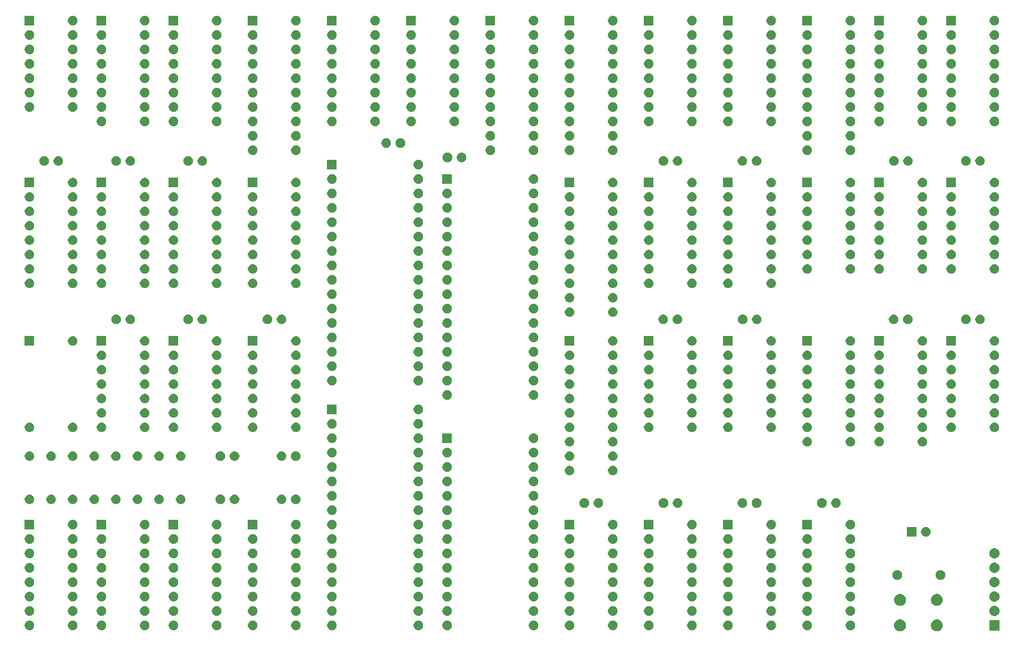
<source format=gbs>
G04 #@! TF.GenerationSoftware,KiCad,Pcbnew,(5.1.5)-3*
G04 #@! TF.CreationDate,2021-01-31T16:43:36+01:00*
G04 #@! TF.ProjectId,8-Bit CPU 32k,382d4269-7420-4435-9055-2033326b2e6b,rev?*
G04 #@! TF.SameCoordinates,Original*
G04 #@! TF.FileFunction,Soldermask,Bot*
G04 #@! TF.FilePolarity,Negative*
%FSLAX46Y46*%
G04 Gerber Fmt 4.6, Leading zero omitted, Abs format (unit mm)*
G04 Created by KiCad (PCBNEW (5.1.5)-3) date 2021-01-31 16:43:36*
%MOMM*%
%LPD*%
G04 APERTURE LIST*
%ADD10C,0.100000*%
G04 APERTURE END LIST*
D10*
G36*
X204776564Y-151389389D02*
G01*
X204967833Y-151468615D01*
X204967835Y-151468616D01*
X205088138Y-151549000D01*
X205139973Y-151583635D01*
X205286365Y-151730027D01*
X205401385Y-151902167D01*
X205480611Y-152093436D01*
X205521000Y-152296484D01*
X205521000Y-152503516D01*
X205480611Y-152706564D01*
X205401385Y-152897833D01*
X205401384Y-152897835D01*
X205286365Y-153069973D01*
X205139973Y-153216365D01*
X204967835Y-153331384D01*
X204967834Y-153331385D01*
X204967833Y-153331385D01*
X204776564Y-153410611D01*
X204573516Y-153451000D01*
X204366484Y-153451000D01*
X204163436Y-153410611D01*
X203972167Y-153331385D01*
X203972166Y-153331385D01*
X203972165Y-153331384D01*
X203800027Y-153216365D01*
X203653635Y-153069973D01*
X203538616Y-152897835D01*
X203538615Y-152897833D01*
X203459389Y-152706564D01*
X203419000Y-152503516D01*
X203419000Y-152296484D01*
X203459389Y-152093436D01*
X203538615Y-151902167D01*
X203653635Y-151730027D01*
X203800027Y-151583635D01*
X203851862Y-151549000D01*
X203972165Y-151468616D01*
X203972167Y-151468615D01*
X204163436Y-151389389D01*
X204366484Y-151349000D01*
X204573516Y-151349000D01*
X204776564Y-151389389D01*
G37*
G36*
X198276564Y-151389389D02*
G01*
X198467833Y-151468615D01*
X198467835Y-151468616D01*
X198588138Y-151549000D01*
X198639973Y-151583635D01*
X198786365Y-151730027D01*
X198901385Y-151902167D01*
X198980611Y-152093436D01*
X199021000Y-152296484D01*
X199021000Y-152503516D01*
X198980611Y-152706564D01*
X198901385Y-152897833D01*
X198901384Y-152897835D01*
X198786365Y-153069973D01*
X198639973Y-153216365D01*
X198467835Y-153331384D01*
X198467834Y-153331385D01*
X198467833Y-153331385D01*
X198276564Y-153410611D01*
X198073516Y-153451000D01*
X197866484Y-153451000D01*
X197663436Y-153410611D01*
X197472167Y-153331385D01*
X197472166Y-153331385D01*
X197472165Y-153331384D01*
X197300027Y-153216365D01*
X197153635Y-153069973D01*
X197038616Y-152897835D01*
X197038615Y-152897833D01*
X196959389Y-152706564D01*
X196919000Y-152503516D01*
X196919000Y-152296484D01*
X196959389Y-152093436D01*
X197038615Y-151902167D01*
X197153635Y-151730027D01*
X197300027Y-151583635D01*
X197351862Y-151549000D01*
X197472165Y-151468616D01*
X197472167Y-151468615D01*
X197663436Y-151389389D01*
X197866484Y-151349000D01*
X198073516Y-151349000D01*
X198276564Y-151389389D01*
G37*
G36*
X215531000Y-153301000D02*
G01*
X213729000Y-153301000D01*
X213729000Y-151499000D01*
X215531000Y-151499000D01*
X215531000Y-153301000D01*
G37*
G36*
X77718228Y-151581703D02*
G01*
X77873100Y-151645853D01*
X78012481Y-151738985D01*
X78131015Y-151857519D01*
X78224147Y-151996900D01*
X78288297Y-152151772D01*
X78321000Y-152316184D01*
X78321000Y-152483816D01*
X78288297Y-152648228D01*
X78224147Y-152803100D01*
X78131015Y-152942481D01*
X78012481Y-153061015D01*
X77873100Y-153154147D01*
X77718228Y-153218297D01*
X77553816Y-153251000D01*
X77386184Y-153251000D01*
X77221772Y-153218297D01*
X77066900Y-153154147D01*
X76927519Y-153061015D01*
X76808985Y-152942481D01*
X76715853Y-152803100D01*
X76651703Y-152648228D01*
X76619000Y-152483816D01*
X76619000Y-152316184D01*
X76651703Y-152151772D01*
X76715853Y-151996900D01*
X76808985Y-151857519D01*
X76927519Y-151738985D01*
X77066900Y-151645853D01*
X77221772Y-151581703D01*
X77386184Y-151549000D01*
X77553816Y-151549000D01*
X77718228Y-151581703D01*
G37*
G36*
X44698228Y-151581703D02*
G01*
X44853100Y-151645853D01*
X44992481Y-151738985D01*
X45111015Y-151857519D01*
X45204147Y-151996900D01*
X45268297Y-152151772D01*
X45301000Y-152316184D01*
X45301000Y-152483816D01*
X45268297Y-152648228D01*
X45204147Y-152803100D01*
X45111015Y-152942481D01*
X44992481Y-153061015D01*
X44853100Y-153154147D01*
X44698228Y-153218297D01*
X44533816Y-153251000D01*
X44366184Y-153251000D01*
X44201772Y-153218297D01*
X44046900Y-153154147D01*
X43907519Y-153061015D01*
X43788985Y-152942481D01*
X43695853Y-152803100D01*
X43631703Y-152648228D01*
X43599000Y-152483816D01*
X43599000Y-152316184D01*
X43631703Y-152151772D01*
X43695853Y-151996900D01*
X43788985Y-151857519D01*
X43907519Y-151738985D01*
X44046900Y-151645853D01*
X44201772Y-151581703D01*
X44366184Y-151549000D01*
X44533816Y-151549000D01*
X44698228Y-151581703D01*
G37*
G36*
X52318228Y-151581703D02*
G01*
X52473100Y-151645853D01*
X52612481Y-151738985D01*
X52731015Y-151857519D01*
X52824147Y-151996900D01*
X52888297Y-152151772D01*
X52921000Y-152316184D01*
X52921000Y-152483816D01*
X52888297Y-152648228D01*
X52824147Y-152803100D01*
X52731015Y-152942481D01*
X52612481Y-153061015D01*
X52473100Y-153154147D01*
X52318228Y-153218297D01*
X52153816Y-153251000D01*
X51986184Y-153251000D01*
X51821772Y-153218297D01*
X51666900Y-153154147D01*
X51527519Y-153061015D01*
X51408985Y-152942481D01*
X51315853Y-152803100D01*
X51251703Y-152648228D01*
X51219000Y-152483816D01*
X51219000Y-152316184D01*
X51251703Y-152151772D01*
X51315853Y-151996900D01*
X51408985Y-151857519D01*
X51527519Y-151738985D01*
X51666900Y-151645853D01*
X51821772Y-151581703D01*
X51986184Y-151549000D01*
X52153816Y-151549000D01*
X52318228Y-151581703D01*
G37*
G36*
X65018228Y-151581703D02*
G01*
X65173100Y-151645853D01*
X65312481Y-151738985D01*
X65431015Y-151857519D01*
X65524147Y-151996900D01*
X65588297Y-152151772D01*
X65621000Y-152316184D01*
X65621000Y-152483816D01*
X65588297Y-152648228D01*
X65524147Y-152803100D01*
X65431015Y-152942481D01*
X65312481Y-153061015D01*
X65173100Y-153154147D01*
X65018228Y-153218297D01*
X64853816Y-153251000D01*
X64686184Y-153251000D01*
X64521772Y-153218297D01*
X64366900Y-153154147D01*
X64227519Y-153061015D01*
X64108985Y-152942481D01*
X64015853Y-152803100D01*
X63951703Y-152648228D01*
X63919000Y-152483816D01*
X63919000Y-152316184D01*
X63951703Y-152151772D01*
X64015853Y-151996900D01*
X64108985Y-151857519D01*
X64227519Y-151738985D01*
X64366900Y-151645853D01*
X64521772Y-151581703D01*
X64686184Y-151549000D01*
X64853816Y-151549000D01*
X65018228Y-151581703D01*
G37*
G36*
X57398228Y-151581703D02*
G01*
X57553100Y-151645853D01*
X57692481Y-151738985D01*
X57811015Y-151857519D01*
X57904147Y-151996900D01*
X57968297Y-152151772D01*
X58001000Y-152316184D01*
X58001000Y-152483816D01*
X57968297Y-152648228D01*
X57904147Y-152803100D01*
X57811015Y-152942481D01*
X57692481Y-153061015D01*
X57553100Y-153154147D01*
X57398228Y-153218297D01*
X57233816Y-153251000D01*
X57066184Y-153251000D01*
X56901772Y-153218297D01*
X56746900Y-153154147D01*
X56607519Y-153061015D01*
X56488985Y-152942481D01*
X56395853Y-152803100D01*
X56331703Y-152648228D01*
X56299000Y-152483816D01*
X56299000Y-152316184D01*
X56331703Y-152151772D01*
X56395853Y-151996900D01*
X56488985Y-151857519D01*
X56607519Y-151738985D01*
X56746900Y-151645853D01*
X56901772Y-151581703D01*
X57066184Y-151549000D01*
X57233816Y-151549000D01*
X57398228Y-151581703D01*
G37*
G36*
X70098228Y-151581703D02*
G01*
X70253100Y-151645853D01*
X70392481Y-151738985D01*
X70511015Y-151857519D01*
X70604147Y-151996900D01*
X70668297Y-152151772D01*
X70701000Y-152316184D01*
X70701000Y-152483816D01*
X70668297Y-152648228D01*
X70604147Y-152803100D01*
X70511015Y-152942481D01*
X70392481Y-153061015D01*
X70253100Y-153154147D01*
X70098228Y-153218297D01*
X69933816Y-153251000D01*
X69766184Y-153251000D01*
X69601772Y-153218297D01*
X69446900Y-153154147D01*
X69307519Y-153061015D01*
X69188985Y-152942481D01*
X69095853Y-152803100D01*
X69031703Y-152648228D01*
X68999000Y-152483816D01*
X68999000Y-152316184D01*
X69031703Y-152151772D01*
X69095853Y-151996900D01*
X69188985Y-151857519D01*
X69307519Y-151738985D01*
X69446900Y-151645853D01*
X69601772Y-151581703D01*
X69766184Y-151549000D01*
X69933816Y-151549000D01*
X70098228Y-151581703D01*
G37*
G36*
X133598228Y-151581703D02*
G01*
X133753100Y-151645853D01*
X133892481Y-151738985D01*
X134011015Y-151857519D01*
X134104147Y-151996900D01*
X134168297Y-152151772D01*
X134201000Y-152316184D01*
X134201000Y-152483816D01*
X134168297Y-152648228D01*
X134104147Y-152803100D01*
X134011015Y-152942481D01*
X133892481Y-153061015D01*
X133753100Y-153154147D01*
X133598228Y-153218297D01*
X133433816Y-153251000D01*
X133266184Y-153251000D01*
X133101772Y-153218297D01*
X132946900Y-153154147D01*
X132807519Y-153061015D01*
X132688985Y-152942481D01*
X132595853Y-152803100D01*
X132531703Y-152648228D01*
X132499000Y-152483816D01*
X132499000Y-152316184D01*
X132531703Y-152151772D01*
X132595853Y-151996900D01*
X132688985Y-151857519D01*
X132807519Y-151738985D01*
X132946900Y-151645853D01*
X133101772Y-151581703D01*
X133266184Y-151549000D01*
X133433816Y-151549000D01*
X133598228Y-151581703D01*
G37*
G36*
X118358228Y-151581703D02*
G01*
X118513100Y-151645853D01*
X118652481Y-151738985D01*
X118771015Y-151857519D01*
X118864147Y-151996900D01*
X118928297Y-152151772D01*
X118961000Y-152316184D01*
X118961000Y-152483816D01*
X118928297Y-152648228D01*
X118864147Y-152803100D01*
X118771015Y-152942481D01*
X118652481Y-153061015D01*
X118513100Y-153154147D01*
X118358228Y-153218297D01*
X118193816Y-153251000D01*
X118026184Y-153251000D01*
X117861772Y-153218297D01*
X117706900Y-153154147D01*
X117567519Y-153061015D01*
X117448985Y-152942481D01*
X117355853Y-152803100D01*
X117291703Y-152648228D01*
X117259000Y-152483816D01*
X117259000Y-152316184D01*
X117291703Y-152151772D01*
X117355853Y-151996900D01*
X117448985Y-151857519D01*
X117567519Y-151738985D01*
X117706900Y-151645853D01*
X117861772Y-151581703D01*
X118026184Y-151549000D01*
X118193816Y-151549000D01*
X118358228Y-151581703D01*
G37*
G36*
X91688228Y-151581703D02*
G01*
X91843100Y-151645853D01*
X91982481Y-151738985D01*
X92101015Y-151857519D01*
X92194147Y-151996900D01*
X92258297Y-152151772D01*
X92291000Y-152316184D01*
X92291000Y-152483816D01*
X92258297Y-152648228D01*
X92194147Y-152803100D01*
X92101015Y-152942481D01*
X91982481Y-153061015D01*
X91843100Y-153154147D01*
X91688228Y-153218297D01*
X91523816Y-153251000D01*
X91356184Y-153251000D01*
X91191772Y-153218297D01*
X91036900Y-153154147D01*
X90897519Y-153061015D01*
X90778985Y-152942481D01*
X90685853Y-152803100D01*
X90621703Y-152648228D01*
X90589000Y-152483816D01*
X90589000Y-152316184D01*
X90621703Y-152151772D01*
X90685853Y-151996900D01*
X90778985Y-151857519D01*
X90897519Y-151738985D01*
X91036900Y-151645853D01*
X91191772Y-151581703D01*
X91356184Y-151549000D01*
X91523816Y-151549000D01*
X91688228Y-151581703D01*
G37*
G36*
X84068228Y-151581703D02*
G01*
X84223100Y-151645853D01*
X84362481Y-151738985D01*
X84481015Y-151857519D01*
X84574147Y-151996900D01*
X84638297Y-152151772D01*
X84671000Y-152316184D01*
X84671000Y-152483816D01*
X84638297Y-152648228D01*
X84574147Y-152803100D01*
X84481015Y-152942481D01*
X84362481Y-153061015D01*
X84223100Y-153154147D01*
X84068228Y-153218297D01*
X83903816Y-153251000D01*
X83736184Y-153251000D01*
X83571772Y-153218297D01*
X83416900Y-153154147D01*
X83277519Y-153061015D01*
X83158985Y-152942481D01*
X83065853Y-152803100D01*
X83001703Y-152648228D01*
X82969000Y-152483816D01*
X82969000Y-152316184D01*
X83001703Y-152151772D01*
X83065853Y-151996900D01*
X83158985Y-151857519D01*
X83277519Y-151738985D01*
X83416900Y-151645853D01*
X83571772Y-151581703D01*
X83736184Y-151549000D01*
X83903816Y-151549000D01*
X84068228Y-151581703D01*
G37*
G36*
X167888228Y-151581703D02*
G01*
X168043100Y-151645853D01*
X168182481Y-151738985D01*
X168301015Y-151857519D01*
X168394147Y-151996900D01*
X168458297Y-152151772D01*
X168491000Y-152316184D01*
X168491000Y-152483816D01*
X168458297Y-152648228D01*
X168394147Y-152803100D01*
X168301015Y-152942481D01*
X168182481Y-153061015D01*
X168043100Y-153154147D01*
X167888228Y-153218297D01*
X167723816Y-153251000D01*
X167556184Y-153251000D01*
X167391772Y-153218297D01*
X167236900Y-153154147D01*
X167097519Y-153061015D01*
X166978985Y-152942481D01*
X166885853Y-152803100D01*
X166821703Y-152648228D01*
X166789000Y-152483816D01*
X166789000Y-152316184D01*
X166821703Y-152151772D01*
X166885853Y-151996900D01*
X166978985Y-151857519D01*
X167097519Y-151738985D01*
X167236900Y-151645853D01*
X167391772Y-151581703D01*
X167556184Y-151549000D01*
X167723816Y-151549000D01*
X167888228Y-151581703D01*
G37*
G36*
X175508228Y-151581703D02*
G01*
X175663100Y-151645853D01*
X175802481Y-151738985D01*
X175921015Y-151857519D01*
X176014147Y-151996900D01*
X176078297Y-152151772D01*
X176111000Y-152316184D01*
X176111000Y-152483816D01*
X176078297Y-152648228D01*
X176014147Y-152803100D01*
X175921015Y-152942481D01*
X175802481Y-153061015D01*
X175663100Y-153154147D01*
X175508228Y-153218297D01*
X175343816Y-153251000D01*
X175176184Y-153251000D01*
X175011772Y-153218297D01*
X174856900Y-153154147D01*
X174717519Y-153061015D01*
X174598985Y-152942481D01*
X174505853Y-152803100D01*
X174441703Y-152648228D01*
X174409000Y-152483816D01*
X174409000Y-152316184D01*
X174441703Y-152151772D01*
X174505853Y-151996900D01*
X174598985Y-151857519D01*
X174717519Y-151738985D01*
X174856900Y-151645853D01*
X175011772Y-151581703D01*
X175176184Y-151549000D01*
X175343816Y-151549000D01*
X175508228Y-151581703D01*
G37*
G36*
X147568228Y-151581703D02*
G01*
X147723100Y-151645853D01*
X147862481Y-151738985D01*
X147981015Y-151857519D01*
X148074147Y-151996900D01*
X148138297Y-152151772D01*
X148171000Y-152316184D01*
X148171000Y-152483816D01*
X148138297Y-152648228D01*
X148074147Y-152803100D01*
X147981015Y-152942481D01*
X147862481Y-153061015D01*
X147723100Y-153154147D01*
X147568228Y-153218297D01*
X147403816Y-153251000D01*
X147236184Y-153251000D01*
X147071772Y-153218297D01*
X146916900Y-153154147D01*
X146777519Y-153061015D01*
X146658985Y-152942481D01*
X146565853Y-152803100D01*
X146501703Y-152648228D01*
X146469000Y-152483816D01*
X146469000Y-152316184D01*
X146501703Y-152151772D01*
X146565853Y-151996900D01*
X146658985Y-151857519D01*
X146777519Y-151738985D01*
X146916900Y-151645853D01*
X147071772Y-151581703D01*
X147236184Y-151549000D01*
X147403816Y-151549000D01*
X147568228Y-151581703D01*
G37*
G36*
X98038228Y-151581703D02*
G01*
X98193100Y-151645853D01*
X98332481Y-151738985D01*
X98451015Y-151857519D01*
X98544147Y-151996900D01*
X98608297Y-152151772D01*
X98641000Y-152316184D01*
X98641000Y-152483816D01*
X98608297Y-152648228D01*
X98544147Y-152803100D01*
X98451015Y-152942481D01*
X98332481Y-153061015D01*
X98193100Y-153154147D01*
X98038228Y-153218297D01*
X97873816Y-153251000D01*
X97706184Y-153251000D01*
X97541772Y-153218297D01*
X97386900Y-153154147D01*
X97247519Y-153061015D01*
X97128985Y-152942481D01*
X97035853Y-152803100D01*
X96971703Y-152648228D01*
X96939000Y-152483816D01*
X96939000Y-152316184D01*
X96971703Y-152151772D01*
X97035853Y-151996900D01*
X97128985Y-151857519D01*
X97247519Y-151738985D01*
X97386900Y-151645853D01*
X97541772Y-151581703D01*
X97706184Y-151549000D01*
X97873816Y-151549000D01*
X98038228Y-151581703D01*
G37*
G36*
X139948228Y-151581703D02*
G01*
X140103100Y-151645853D01*
X140242481Y-151738985D01*
X140361015Y-151857519D01*
X140454147Y-151996900D01*
X140518297Y-152151772D01*
X140551000Y-152316184D01*
X140551000Y-152483816D01*
X140518297Y-152648228D01*
X140454147Y-152803100D01*
X140361015Y-152942481D01*
X140242481Y-153061015D01*
X140103100Y-153154147D01*
X139948228Y-153218297D01*
X139783816Y-153251000D01*
X139616184Y-153251000D01*
X139451772Y-153218297D01*
X139296900Y-153154147D01*
X139157519Y-153061015D01*
X139038985Y-152942481D01*
X138945853Y-152803100D01*
X138881703Y-152648228D01*
X138849000Y-152483816D01*
X138849000Y-152316184D01*
X138881703Y-152151772D01*
X138945853Y-151996900D01*
X139038985Y-151857519D01*
X139157519Y-151738985D01*
X139296900Y-151645853D01*
X139451772Y-151581703D01*
X139616184Y-151549000D01*
X139783816Y-151549000D01*
X139948228Y-151581703D01*
G37*
G36*
X153918228Y-151581703D02*
G01*
X154073100Y-151645853D01*
X154212481Y-151738985D01*
X154331015Y-151857519D01*
X154424147Y-151996900D01*
X154488297Y-152151772D01*
X154521000Y-152316184D01*
X154521000Y-152483816D01*
X154488297Y-152648228D01*
X154424147Y-152803100D01*
X154331015Y-152942481D01*
X154212481Y-153061015D01*
X154073100Y-153154147D01*
X153918228Y-153218297D01*
X153753816Y-153251000D01*
X153586184Y-153251000D01*
X153421772Y-153218297D01*
X153266900Y-153154147D01*
X153127519Y-153061015D01*
X153008985Y-152942481D01*
X152915853Y-152803100D01*
X152851703Y-152648228D01*
X152819000Y-152483816D01*
X152819000Y-152316184D01*
X152851703Y-152151772D01*
X152915853Y-151996900D01*
X153008985Y-151857519D01*
X153127519Y-151738985D01*
X153266900Y-151645853D01*
X153421772Y-151581703D01*
X153586184Y-151549000D01*
X153753816Y-151549000D01*
X153918228Y-151581703D01*
G37*
G36*
X161538228Y-151581703D02*
G01*
X161693100Y-151645853D01*
X161832481Y-151738985D01*
X161951015Y-151857519D01*
X162044147Y-151996900D01*
X162108297Y-152151772D01*
X162141000Y-152316184D01*
X162141000Y-152483816D01*
X162108297Y-152648228D01*
X162044147Y-152803100D01*
X161951015Y-152942481D01*
X161832481Y-153061015D01*
X161693100Y-153154147D01*
X161538228Y-153218297D01*
X161373816Y-153251000D01*
X161206184Y-153251000D01*
X161041772Y-153218297D01*
X160886900Y-153154147D01*
X160747519Y-153061015D01*
X160628985Y-152942481D01*
X160535853Y-152803100D01*
X160471703Y-152648228D01*
X160439000Y-152483816D01*
X160439000Y-152316184D01*
X160471703Y-152151772D01*
X160535853Y-151996900D01*
X160628985Y-151857519D01*
X160747519Y-151738985D01*
X160886900Y-151645853D01*
X161041772Y-151581703D01*
X161206184Y-151549000D01*
X161373816Y-151549000D01*
X161538228Y-151581703D01*
G37*
G36*
X113278228Y-151581703D02*
G01*
X113433100Y-151645853D01*
X113572481Y-151738985D01*
X113691015Y-151857519D01*
X113784147Y-151996900D01*
X113848297Y-152151772D01*
X113881000Y-152316184D01*
X113881000Y-152483816D01*
X113848297Y-152648228D01*
X113784147Y-152803100D01*
X113691015Y-152942481D01*
X113572481Y-153061015D01*
X113433100Y-153154147D01*
X113278228Y-153218297D01*
X113113816Y-153251000D01*
X112946184Y-153251000D01*
X112781772Y-153218297D01*
X112626900Y-153154147D01*
X112487519Y-153061015D01*
X112368985Y-152942481D01*
X112275853Y-152803100D01*
X112211703Y-152648228D01*
X112179000Y-152483816D01*
X112179000Y-152316184D01*
X112211703Y-152151772D01*
X112275853Y-151996900D01*
X112368985Y-151857519D01*
X112487519Y-151738985D01*
X112626900Y-151645853D01*
X112781772Y-151581703D01*
X112946184Y-151549000D01*
X113113816Y-151549000D01*
X113278228Y-151581703D01*
G37*
G36*
X181858228Y-151581703D02*
G01*
X182013100Y-151645853D01*
X182152481Y-151738985D01*
X182271015Y-151857519D01*
X182364147Y-151996900D01*
X182428297Y-152151772D01*
X182461000Y-152316184D01*
X182461000Y-152483816D01*
X182428297Y-152648228D01*
X182364147Y-152803100D01*
X182271015Y-152942481D01*
X182152481Y-153061015D01*
X182013100Y-153154147D01*
X181858228Y-153218297D01*
X181693816Y-153251000D01*
X181526184Y-153251000D01*
X181361772Y-153218297D01*
X181206900Y-153154147D01*
X181067519Y-153061015D01*
X180948985Y-152942481D01*
X180855853Y-152803100D01*
X180791703Y-152648228D01*
X180759000Y-152483816D01*
X180759000Y-152316184D01*
X180791703Y-152151772D01*
X180855853Y-151996900D01*
X180948985Y-151857519D01*
X181067519Y-151738985D01*
X181206900Y-151645853D01*
X181361772Y-151581703D01*
X181526184Y-151549000D01*
X181693816Y-151549000D01*
X181858228Y-151581703D01*
G37*
G36*
X189478228Y-151581703D02*
G01*
X189633100Y-151645853D01*
X189772481Y-151738985D01*
X189891015Y-151857519D01*
X189984147Y-151996900D01*
X190048297Y-152151772D01*
X190081000Y-152316184D01*
X190081000Y-152483816D01*
X190048297Y-152648228D01*
X189984147Y-152803100D01*
X189891015Y-152942481D01*
X189772481Y-153061015D01*
X189633100Y-153154147D01*
X189478228Y-153218297D01*
X189313816Y-153251000D01*
X189146184Y-153251000D01*
X188981772Y-153218297D01*
X188826900Y-153154147D01*
X188687519Y-153061015D01*
X188568985Y-152942481D01*
X188475853Y-152803100D01*
X188411703Y-152648228D01*
X188379000Y-152483816D01*
X188379000Y-152316184D01*
X188411703Y-152151772D01*
X188475853Y-151996900D01*
X188568985Y-151857519D01*
X188687519Y-151738985D01*
X188826900Y-151645853D01*
X188981772Y-151581703D01*
X189146184Y-151549000D01*
X189313816Y-151549000D01*
X189478228Y-151581703D01*
G37*
G36*
X214743512Y-148963927D02*
G01*
X214892812Y-148993624D01*
X215056784Y-149061544D01*
X215204354Y-149160147D01*
X215329853Y-149285646D01*
X215428456Y-149433216D01*
X215496376Y-149597188D01*
X215531000Y-149771259D01*
X215531000Y-149948741D01*
X215496376Y-150122812D01*
X215428456Y-150286784D01*
X215329853Y-150434354D01*
X215204354Y-150559853D01*
X215056784Y-150658456D01*
X214892812Y-150726376D01*
X214743512Y-150756073D01*
X214718742Y-150761000D01*
X214541258Y-150761000D01*
X214516488Y-150756073D01*
X214367188Y-150726376D01*
X214203216Y-150658456D01*
X214055646Y-150559853D01*
X213930147Y-150434354D01*
X213831544Y-150286784D01*
X213763624Y-150122812D01*
X213729000Y-149948741D01*
X213729000Y-149771259D01*
X213763624Y-149597188D01*
X213831544Y-149433216D01*
X213930147Y-149285646D01*
X214055646Y-149160147D01*
X214203216Y-149061544D01*
X214367188Y-148993624D01*
X214516488Y-148963927D01*
X214541258Y-148959000D01*
X214718742Y-148959000D01*
X214743512Y-148963927D01*
G37*
G36*
X84068228Y-149041703D02*
G01*
X84223100Y-149105853D01*
X84362481Y-149198985D01*
X84481015Y-149317519D01*
X84574147Y-149456900D01*
X84638297Y-149611772D01*
X84671000Y-149776184D01*
X84671000Y-149943816D01*
X84638297Y-150108228D01*
X84574147Y-150263100D01*
X84481015Y-150402481D01*
X84362481Y-150521015D01*
X84223100Y-150614147D01*
X84068228Y-150678297D01*
X83903816Y-150711000D01*
X83736184Y-150711000D01*
X83571772Y-150678297D01*
X83416900Y-150614147D01*
X83277519Y-150521015D01*
X83158985Y-150402481D01*
X83065853Y-150263100D01*
X83001703Y-150108228D01*
X82969000Y-149943816D01*
X82969000Y-149776184D01*
X83001703Y-149611772D01*
X83065853Y-149456900D01*
X83158985Y-149317519D01*
X83277519Y-149198985D01*
X83416900Y-149105853D01*
X83571772Y-149041703D01*
X83736184Y-149009000D01*
X83903816Y-149009000D01*
X84068228Y-149041703D01*
G37*
G36*
X167888228Y-149041703D02*
G01*
X168043100Y-149105853D01*
X168182481Y-149198985D01*
X168301015Y-149317519D01*
X168394147Y-149456900D01*
X168458297Y-149611772D01*
X168491000Y-149776184D01*
X168491000Y-149943816D01*
X168458297Y-150108228D01*
X168394147Y-150263100D01*
X168301015Y-150402481D01*
X168182481Y-150521015D01*
X168043100Y-150614147D01*
X167888228Y-150678297D01*
X167723816Y-150711000D01*
X167556184Y-150711000D01*
X167391772Y-150678297D01*
X167236900Y-150614147D01*
X167097519Y-150521015D01*
X166978985Y-150402481D01*
X166885853Y-150263100D01*
X166821703Y-150108228D01*
X166789000Y-149943816D01*
X166789000Y-149776184D01*
X166821703Y-149611772D01*
X166885853Y-149456900D01*
X166978985Y-149317519D01*
X167097519Y-149198985D01*
X167236900Y-149105853D01*
X167391772Y-149041703D01*
X167556184Y-149009000D01*
X167723816Y-149009000D01*
X167888228Y-149041703D01*
G37*
G36*
X98038228Y-149041703D02*
G01*
X98193100Y-149105853D01*
X98332481Y-149198985D01*
X98451015Y-149317519D01*
X98544147Y-149456900D01*
X98608297Y-149611772D01*
X98641000Y-149776184D01*
X98641000Y-149943816D01*
X98608297Y-150108228D01*
X98544147Y-150263100D01*
X98451015Y-150402481D01*
X98332481Y-150521015D01*
X98193100Y-150614147D01*
X98038228Y-150678297D01*
X97873816Y-150711000D01*
X97706184Y-150711000D01*
X97541772Y-150678297D01*
X97386900Y-150614147D01*
X97247519Y-150521015D01*
X97128985Y-150402481D01*
X97035853Y-150263100D01*
X96971703Y-150108228D01*
X96939000Y-149943816D01*
X96939000Y-149776184D01*
X96971703Y-149611772D01*
X97035853Y-149456900D01*
X97128985Y-149317519D01*
X97247519Y-149198985D01*
X97386900Y-149105853D01*
X97541772Y-149041703D01*
X97706184Y-149009000D01*
X97873816Y-149009000D01*
X98038228Y-149041703D01*
G37*
G36*
X113278228Y-149041703D02*
G01*
X113433100Y-149105853D01*
X113572481Y-149198985D01*
X113691015Y-149317519D01*
X113784147Y-149456900D01*
X113848297Y-149611772D01*
X113881000Y-149776184D01*
X113881000Y-149943816D01*
X113848297Y-150108228D01*
X113784147Y-150263100D01*
X113691015Y-150402481D01*
X113572481Y-150521015D01*
X113433100Y-150614147D01*
X113278228Y-150678297D01*
X113113816Y-150711000D01*
X112946184Y-150711000D01*
X112781772Y-150678297D01*
X112626900Y-150614147D01*
X112487519Y-150521015D01*
X112368985Y-150402481D01*
X112275853Y-150263100D01*
X112211703Y-150108228D01*
X112179000Y-149943816D01*
X112179000Y-149776184D01*
X112211703Y-149611772D01*
X112275853Y-149456900D01*
X112368985Y-149317519D01*
X112487519Y-149198985D01*
X112626900Y-149105853D01*
X112781772Y-149041703D01*
X112946184Y-149009000D01*
X113113816Y-149009000D01*
X113278228Y-149041703D01*
G37*
G36*
X139948228Y-149041703D02*
G01*
X140103100Y-149105853D01*
X140242481Y-149198985D01*
X140361015Y-149317519D01*
X140454147Y-149456900D01*
X140518297Y-149611772D01*
X140551000Y-149776184D01*
X140551000Y-149943816D01*
X140518297Y-150108228D01*
X140454147Y-150263100D01*
X140361015Y-150402481D01*
X140242481Y-150521015D01*
X140103100Y-150614147D01*
X139948228Y-150678297D01*
X139783816Y-150711000D01*
X139616184Y-150711000D01*
X139451772Y-150678297D01*
X139296900Y-150614147D01*
X139157519Y-150521015D01*
X139038985Y-150402481D01*
X138945853Y-150263100D01*
X138881703Y-150108228D01*
X138849000Y-149943816D01*
X138849000Y-149776184D01*
X138881703Y-149611772D01*
X138945853Y-149456900D01*
X139038985Y-149317519D01*
X139157519Y-149198985D01*
X139296900Y-149105853D01*
X139451772Y-149041703D01*
X139616184Y-149009000D01*
X139783816Y-149009000D01*
X139948228Y-149041703D01*
G37*
G36*
X147568228Y-149041703D02*
G01*
X147723100Y-149105853D01*
X147862481Y-149198985D01*
X147981015Y-149317519D01*
X148074147Y-149456900D01*
X148138297Y-149611772D01*
X148171000Y-149776184D01*
X148171000Y-149943816D01*
X148138297Y-150108228D01*
X148074147Y-150263100D01*
X147981015Y-150402481D01*
X147862481Y-150521015D01*
X147723100Y-150614147D01*
X147568228Y-150678297D01*
X147403816Y-150711000D01*
X147236184Y-150711000D01*
X147071772Y-150678297D01*
X146916900Y-150614147D01*
X146777519Y-150521015D01*
X146658985Y-150402481D01*
X146565853Y-150263100D01*
X146501703Y-150108228D01*
X146469000Y-149943816D01*
X146469000Y-149776184D01*
X146501703Y-149611772D01*
X146565853Y-149456900D01*
X146658985Y-149317519D01*
X146777519Y-149198985D01*
X146916900Y-149105853D01*
X147071772Y-149041703D01*
X147236184Y-149009000D01*
X147403816Y-149009000D01*
X147568228Y-149041703D01*
G37*
G36*
X161538228Y-149041703D02*
G01*
X161693100Y-149105853D01*
X161832481Y-149198985D01*
X161951015Y-149317519D01*
X162044147Y-149456900D01*
X162108297Y-149611772D01*
X162141000Y-149776184D01*
X162141000Y-149943816D01*
X162108297Y-150108228D01*
X162044147Y-150263100D01*
X161951015Y-150402481D01*
X161832481Y-150521015D01*
X161693100Y-150614147D01*
X161538228Y-150678297D01*
X161373816Y-150711000D01*
X161206184Y-150711000D01*
X161041772Y-150678297D01*
X160886900Y-150614147D01*
X160747519Y-150521015D01*
X160628985Y-150402481D01*
X160535853Y-150263100D01*
X160471703Y-150108228D01*
X160439000Y-149943816D01*
X160439000Y-149776184D01*
X160471703Y-149611772D01*
X160535853Y-149456900D01*
X160628985Y-149317519D01*
X160747519Y-149198985D01*
X160886900Y-149105853D01*
X161041772Y-149041703D01*
X161206184Y-149009000D01*
X161373816Y-149009000D01*
X161538228Y-149041703D01*
G37*
G36*
X175508228Y-149041703D02*
G01*
X175663100Y-149105853D01*
X175802481Y-149198985D01*
X175921015Y-149317519D01*
X176014147Y-149456900D01*
X176078297Y-149611772D01*
X176111000Y-149776184D01*
X176111000Y-149943816D01*
X176078297Y-150108228D01*
X176014147Y-150263100D01*
X175921015Y-150402481D01*
X175802481Y-150521015D01*
X175663100Y-150614147D01*
X175508228Y-150678297D01*
X175343816Y-150711000D01*
X175176184Y-150711000D01*
X175011772Y-150678297D01*
X174856900Y-150614147D01*
X174717519Y-150521015D01*
X174598985Y-150402481D01*
X174505853Y-150263100D01*
X174441703Y-150108228D01*
X174409000Y-149943816D01*
X174409000Y-149776184D01*
X174441703Y-149611772D01*
X174505853Y-149456900D01*
X174598985Y-149317519D01*
X174717519Y-149198985D01*
X174856900Y-149105853D01*
X175011772Y-149041703D01*
X175176184Y-149009000D01*
X175343816Y-149009000D01*
X175508228Y-149041703D01*
G37*
G36*
X65018228Y-149041703D02*
G01*
X65173100Y-149105853D01*
X65312481Y-149198985D01*
X65431015Y-149317519D01*
X65524147Y-149456900D01*
X65588297Y-149611772D01*
X65621000Y-149776184D01*
X65621000Y-149943816D01*
X65588297Y-150108228D01*
X65524147Y-150263100D01*
X65431015Y-150402481D01*
X65312481Y-150521015D01*
X65173100Y-150614147D01*
X65018228Y-150678297D01*
X64853816Y-150711000D01*
X64686184Y-150711000D01*
X64521772Y-150678297D01*
X64366900Y-150614147D01*
X64227519Y-150521015D01*
X64108985Y-150402481D01*
X64015853Y-150263100D01*
X63951703Y-150108228D01*
X63919000Y-149943816D01*
X63919000Y-149776184D01*
X63951703Y-149611772D01*
X64015853Y-149456900D01*
X64108985Y-149317519D01*
X64227519Y-149198985D01*
X64366900Y-149105853D01*
X64521772Y-149041703D01*
X64686184Y-149009000D01*
X64853816Y-149009000D01*
X65018228Y-149041703D01*
G37*
G36*
X70098228Y-149041703D02*
G01*
X70253100Y-149105853D01*
X70392481Y-149198985D01*
X70511015Y-149317519D01*
X70604147Y-149456900D01*
X70668297Y-149611772D01*
X70701000Y-149776184D01*
X70701000Y-149943816D01*
X70668297Y-150108228D01*
X70604147Y-150263100D01*
X70511015Y-150402481D01*
X70392481Y-150521015D01*
X70253100Y-150614147D01*
X70098228Y-150678297D01*
X69933816Y-150711000D01*
X69766184Y-150711000D01*
X69601772Y-150678297D01*
X69446900Y-150614147D01*
X69307519Y-150521015D01*
X69188985Y-150402481D01*
X69095853Y-150263100D01*
X69031703Y-150108228D01*
X68999000Y-149943816D01*
X68999000Y-149776184D01*
X69031703Y-149611772D01*
X69095853Y-149456900D01*
X69188985Y-149317519D01*
X69307519Y-149198985D01*
X69446900Y-149105853D01*
X69601772Y-149041703D01*
X69766184Y-149009000D01*
X69933816Y-149009000D01*
X70098228Y-149041703D01*
G37*
G36*
X153918228Y-149041703D02*
G01*
X154073100Y-149105853D01*
X154212481Y-149198985D01*
X154331015Y-149317519D01*
X154424147Y-149456900D01*
X154488297Y-149611772D01*
X154521000Y-149776184D01*
X154521000Y-149943816D01*
X154488297Y-150108228D01*
X154424147Y-150263100D01*
X154331015Y-150402481D01*
X154212481Y-150521015D01*
X154073100Y-150614147D01*
X153918228Y-150678297D01*
X153753816Y-150711000D01*
X153586184Y-150711000D01*
X153421772Y-150678297D01*
X153266900Y-150614147D01*
X153127519Y-150521015D01*
X153008985Y-150402481D01*
X152915853Y-150263100D01*
X152851703Y-150108228D01*
X152819000Y-149943816D01*
X152819000Y-149776184D01*
X152851703Y-149611772D01*
X152915853Y-149456900D01*
X153008985Y-149317519D01*
X153127519Y-149198985D01*
X153266900Y-149105853D01*
X153421772Y-149041703D01*
X153586184Y-149009000D01*
X153753816Y-149009000D01*
X153918228Y-149041703D01*
G37*
G36*
X133598228Y-149041703D02*
G01*
X133753100Y-149105853D01*
X133892481Y-149198985D01*
X134011015Y-149317519D01*
X134104147Y-149456900D01*
X134168297Y-149611772D01*
X134201000Y-149776184D01*
X134201000Y-149943816D01*
X134168297Y-150108228D01*
X134104147Y-150263100D01*
X134011015Y-150402481D01*
X133892481Y-150521015D01*
X133753100Y-150614147D01*
X133598228Y-150678297D01*
X133433816Y-150711000D01*
X133266184Y-150711000D01*
X133101772Y-150678297D01*
X132946900Y-150614147D01*
X132807519Y-150521015D01*
X132688985Y-150402481D01*
X132595853Y-150263100D01*
X132531703Y-150108228D01*
X132499000Y-149943816D01*
X132499000Y-149776184D01*
X132531703Y-149611772D01*
X132595853Y-149456900D01*
X132688985Y-149317519D01*
X132807519Y-149198985D01*
X132946900Y-149105853D01*
X133101772Y-149041703D01*
X133266184Y-149009000D01*
X133433816Y-149009000D01*
X133598228Y-149041703D01*
G37*
G36*
X118358228Y-149041703D02*
G01*
X118513100Y-149105853D01*
X118652481Y-149198985D01*
X118771015Y-149317519D01*
X118864147Y-149456900D01*
X118928297Y-149611772D01*
X118961000Y-149776184D01*
X118961000Y-149943816D01*
X118928297Y-150108228D01*
X118864147Y-150263100D01*
X118771015Y-150402481D01*
X118652481Y-150521015D01*
X118513100Y-150614147D01*
X118358228Y-150678297D01*
X118193816Y-150711000D01*
X118026184Y-150711000D01*
X117861772Y-150678297D01*
X117706900Y-150614147D01*
X117567519Y-150521015D01*
X117448985Y-150402481D01*
X117355853Y-150263100D01*
X117291703Y-150108228D01*
X117259000Y-149943816D01*
X117259000Y-149776184D01*
X117291703Y-149611772D01*
X117355853Y-149456900D01*
X117448985Y-149317519D01*
X117567519Y-149198985D01*
X117706900Y-149105853D01*
X117861772Y-149041703D01*
X118026184Y-149009000D01*
X118193816Y-149009000D01*
X118358228Y-149041703D01*
G37*
G36*
X52318228Y-149041703D02*
G01*
X52473100Y-149105853D01*
X52612481Y-149198985D01*
X52731015Y-149317519D01*
X52824147Y-149456900D01*
X52888297Y-149611772D01*
X52921000Y-149776184D01*
X52921000Y-149943816D01*
X52888297Y-150108228D01*
X52824147Y-150263100D01*
X52731015Y-150402481D01*
X52612481Y-150521015D01*
X52473100Y-150614147D01*
X52318228Y-150678297D01*
X52153816Y-150711000D01*
X51986184Y-150711000D01*
X51821772Y-150678297D01*
X51666900Y-150614147D01*
X51527519Y-150521015D01*
X51408985Y-150402481D01*
X51315853Y-150263100D01*
X51251703Y-150108228D01*
X51219000Y-149943816D01*
X51219000Y-149776184D01*
X51251703Y-149611772D01*
X51315853Y-149456900D01*
X51408985Y-149317519D01*
X51527519Y-149198985D01*
X51666900Y-149105853D01*
X51821772Y-149041703D01*
X51986184Y-149009000D01*
X52153816Y-149009000D01*
X52318228Y-149041703D01*
G37*
G36*
X57398228Y-149041703D02*
G01*
X57553100Y-149105853D01*
X57692481Y-149198985D01*
X57811015Y-149317519D01*
X57904147Y-149456900D01*
X57968297Y-149611772D01*
X58001000Y-149776184D01*
X58001000Y-149943816D01*
X57968297Y-150108228D01*
X57904147Y-150263100D01*
X57811015Y-150402481D01*
X57692481Y-150521015D01*
X57553100Y-150614147D01*
X57398228Y-150678297D01*
X57233816Y-150711000D01*
X57066184Y-150711000D01*
X56901772Y-150678297D01*
X56746900Y-150614147D01*
X56607519Y-150521015D01*
X56488985Y-150402481D01*
X56395853Y-150263100D01*
X56331703Y-150108228D01*
X56299000Y-149943816D01*
X56299000Y-149776184D01*
X56331703Y-149611772D01*
X56395853Y-149456900D01*
X56488985Y-149317519D01*
X56607519Y-149198985D01*
X56746900Y-149105853D01*
X56901772Y-149041703D01*
X57066184Y-149009000D01*
X57233816Y-149009000D01*
X57398228Y-149041703D01*
G37*
G36*
X91688228Y-149041703D02*
G01*
X91843100Y-149105853D01*
X91982481Y-149198985D01*
X92101015Y-149317519D01*
X92194147Y-149456900D01*
X92258297Y-149611772D01*
X92291000Y-149776184D01*
X92291000Y-149943816D01*
X92258297Y-150108228D01*
X92194147Y-150263100D01*
X92101015Y-150402481D01*
X91982481Y-150521015D01*
X91843100Y-150614147D01*
X91688228Y-150678297D01*
X91523816Y-150711000D01*
X91356184Y-150711000D01*
X91191772Y-150678297D01*
X91036900Y-150614147D01*
X90897519Y-150521015D01*
X90778985Y-150402481D01*
X90685853Y-150263100D01*
X90621703Y-150108228D01*
X90589000Y-149943816D01*
X90589000Y-149776184D01*
X90621703Y-149611772D01*
X90685853Y-149456900D01*
X90778985Y-149317519D01*
X90897519Y-149198985D01*
X91036900Y-149105853D01*
X91191772Y-149041703D01*
X91356184Y-149009000D01*
X91523816Y-149009000D01*
X91688228Y-149041703D01*
G37*
G36*
X44698228Y-149041703D02*
G01*
X44853100Y-149105853D01*
X44992481Y-149198985D01*
X45111015Y-149317519D01*
X45204147Y-149456900D01*
X45268297Y-149611772D01*
X45301000Y-149776184D01*
X45301000Y-149943816D01*
X45268297Y-150108228D01*
X45204147Y-150263100D01*
X45111015Y-150402481D01*
X44992481Y-150521015D01*
X44853100Y-150614147D01*
X44698228Y-150678297D01*
X44533816Y-150711000D01*
X44366184Y-150711000D01*
X44201772Y-150678297D01*
X44046900Y-150614147D01*
X43907519Y-150521015D01*
X43788985Y-150402481D01*
X43695853Y-150263100D01*
X43631703Y-150108228D01*
X43599000Y-149943816D01*
X43599000Y-149776184D01*
X43631703Y-149611772D01*
X43695853Y-149456900D01*
X43788985Y-149317519D01*
X43907519Y-149198985D01*
X44046900Y-149105853D01*
X44201772Y-149041703D01*
X44366184Y-149009000D01*
X44533816Y-149009000D01*
X44698228Y-149041703D01*
G37*
G36*
X181858228Y-149041703D02*
G01*
X182013100Y-149105853D01*
X182152481Y-149198985D01*
X182271015Y-149317519D01*
X182364147Y-149456900D01*
X182428297Y-149611772D01*
X182461000Y-149776184D01*
X182461000Y-149943816D01*
X182428297Y-150108228D01*
X182364147Y-150263100D01*
X182271015Y-150402481D01*
X182152481Y-150521015D01*
X182013100Y-150614147D01*
X181858228Y-150678297D01*
X181693816Y-150711000D01*
X181526184Y-150711000D01*
X181361772Y-150678297D01*
X181206900Y-150614147D01*
X181067519Y-150521015D01*
X180948985Y-150402481D01*
X180855853Y-150263100D01*
X180791703Y-150108228D01*
X180759000Y-149943816D01*
X180759000Y-149776184D01*
X180791703Y-149611772D01*
X180855853Y-149456900D01*
X180948985Y-149317519D01*
X181067519Y-149198985D01*
X181206900Y-149105853D01*
X181361772Y-149041703D01*
X181526184Y-149009000D01*
X181693816Y-149009000D01*
X181858228Y-149041703D01*
G37*
G36*
X189478228Y-149041703D02*
G01*
X189633100Y-149105853D01*
X189772481Y-149198985D01*
X189891015Y-149317519D01*
X189984147Y-149456900D01*
X190048297Y-149611772D01*
X190081000Y-149776184D01*
X190081000Y-149943816D01*
X190048297Y-150108228D01*
X189984147Y-150263100D01*
X189891015Y-150402481D01*
X189772481Y-150521015D01*
X189633100Y-150614147D01*
X189478228Y-150678297D01*
X189313816Y-150711000D01*
X189146184Y-150711000D01*
X188981772Y-150678297D01*
X188826900Y-150614147D01*
X188687519Y-150521015D01*
X188568985Y-150402481D01*
X188475853Y-150263100D01*
X188411703Y-150108228D01*
X188379000Y-149943816D01*
X188379000Y-149776184D01*
X188411703Y-149611772D01*
X188475853Y-149456900D01*
X188568985Y-149317519D01*
X188687519Y-149198985D01*
X188826900Y-149105853D01*
X188981772Y-149041703D01*
X189146184Y-149009000D01*
X189313816Y-149009000D01*
X189478228Y-149041703D01*
G37*
G36*
X77718228Y-149041703D02*
G01*
X77873100Y-149105853D01*
X78012481Y-149198985D01*
X78131015Y-149317519D01*
X78224147Y-149456900D01*
X78288297Y-149611772D01*
X78321000Y-149776184D01*
X78321000Y-149943816D01*
X78288297Y-150108228D01*
X78224147Y-150263100D01*
X78131015Y-150402481D01*
X78012481Y-150521015D01*
X77873100Y-150614147D01*
X77718228Y-150678297D01*
X77553816Y-150711000D01*
X77386184Y-150711000D01*
X77221772Y-150678297D01*
X77066900Y-150614147D01*
X76927519Y-150521015D01*
X76808985Y-150402481D01*
X76715853Y-150263100D01*
X76651703Y-150108228D01*
X76619000Y-149943816D01*
X76619000Y-149776184D01*
X76651703Y-149611772D01*
X76715853Y-149456900D01*
X76808985Y-149317519D01*
X76927519Y-149198985D01*
X77066900Y-149105853D01*
X77221772Y-149041703D01*
X77386184Y-149009000D01*
X77553816Y-149009000D01*
X77718228Y-149041703D01*
G37*
G36*
X198276564Y-146889389D02*
G01*
X198467833Y-146968615D01*
X198467835Y-146968616D01*
X198600392Y-147057188D01*
X198639973Y-147083635D01*
X198786365Y-147230027D01*
X198901385Y-147402167D01*
X198980611Y-147593436D01*
X199021000Y-147796484D01*
X199021000Y-148003516D01*
X198980611Y-148206564D01*
X198974631Y-148221000D01*
X198901384Y-148397835D01*
X198786365Y-148569973D01*
X198639973Y-148716365D01*
X198467835Y-148831384D01*
X198467834Y-148831385D01*
X198467833Y-148831385D01*
X198276564Y-148910611D01*
X198073516Y-148951000D01*
X197866484Y-148951000D01*
X197663436Y-148910611D01*
X197472167Y-148831385D01*
X197472166Y-148831385D01*
X197472165Y-148831384D01*
X197300027Y-148716365D01*
X197153635Y-148569973D01*
X197038616Y-148397835D01*
X196965369Y-148221000D01*
X196959389Y-148206564D01*
X196919000Y-148003516D01*
X196919000Y-147796484D01*
X196959389Y-147593436D01*
X197038615Y-147402167D01*
X197153635Y-147230027D01*
X197300027Y-147083635D01*
X197339608Y-147057188D01*
X197472165Y-146968616D01*
X197472167Y-146968615D01*
X197663436Y-146889389D01*
X197866484Y-146849000D01*
X198073516Y-146849000D01*
X198276564Y-146889389D01*
G37*
G36*
X204776564Y-146889389D02*
G01*
X204967833Y-146968615D01*
X204967835Y-146968616D01*
X205100392Y-147057188D01*
X205139973Y-147083635D01*
X205286365Y-147230027D01*
X205401385Y-147402167D01*
X205480611Y-147593436D01*
X205521000Y-147796484D01*
X205521000Y-148003516D01*
X205480611Y-148206564D01*
X205474631Y-148221000D01*
X205401384Y-148397835D01*
X205286365Y-148569973D01*
X205139973Y-148716365D01*
X204967835Y-148831384D01*
X204967834Y-148831385D01*
X204967833Y-148831385D01*
X204776564Y-148910611D01*
X204573516Y-148951000D01*
X204366484Y-148951000D01*
X204163436Y-148910611D01*
X203972167Y-148831385D01*
X203972166Y-148831385D01*
X203972165Y-148831384D01*
X203800027Y-148716365D01*
X203653635Y-148569973D01*
X203538616Y-148397835D01*
X203465369Y-148221000D01*
X203459389Y-148206564D01*
X203419000Y-148003516D01*
X203419000Y-147796484D01*
X203459389Y-147593436D01*
X203538615Y-147402167D01*
X203653635Y-147230027D01*
X203800027Y-147083635D01*
X203839608Y-147057188D01*
X203972165Y-146968616D01*
X203972167Y-146968615D01*
X204163436Y-146889389D01*
X204366484Y-146849000D01*
X204573516Y-146849000D01*
X204776564Y-146889389D01*
G37*
G36*
X214743512Y-146423927D02*
G01*
X214892812Y-146453624D01*
X215056784Y-146521544D01*
X215204354Y-146620147D01*
X215329853Y-146745646D01*
X215428456Y-146893216D01*
X215496376Y-147057188D01*
X215531000Y-147231259D01*
X215531000Y-147408741D01*
X215496376Y-147582812D01*
X215428456Y-147746784D01*
X215329853Y-147894354D01*
X215204354Y-148019853D01*
X215056784Y-148118456D01*
X214892812Y-148186376D01*
X214743512Y-148216073D01*
X214718742Y-148221000D01*
X214541258Y-148221000D01*
X214516488Y-148216073D01*
X214367188Y-148186376D01*
X214203216Y-148118456D01*
X214055646Y-148019853D01*
X213930147Y-147894354D01*
X213831544Y-147746784D01*
X213763624Y-147582812D01*
X213729000Y-147408741D01*
X213729000Y-147231259D01*
X213763624Y-147057188D01*
X213831544Y-146893216D01*
X213930147Y-146745646D01*
X214055646Y-146620147D01*
X214203216Y-146521544D01*
X214367188Y-146453624D01*
X214516488Y-146423927D01*
X214541258Y-146419000D01*
X214718742Y-146419000D01*
X214743512Y-146423927D01*
G37*
G36*
X57398228Y-146501703D02*
G01*
X57553100Y-146565853D01*
X57692481Y-146658985D01*
X57811015Y-146777519D01*
X57904147Y-146916900D01*
X57968297Y-147071772D01*
X58001000Y-147236184D01*
X58001000Y-147403816D01*
X57968297Y-147568228D01*
X57904147Y-147723100D01*
X57811015Y-147862481D01*
X57692481Y-147981015D01*
X57553100Y-148074147D01*
X57398228Y-148138297D01*
X57233816Y-148171000D01*
X57066184Y-148171000D01*
X56901772Y-148138297D01*
X56746900Y-148074147D01*
X56607519Y-147981015D01*
X56488985Y-147862481D01*
X56395853Y-147723100D01*
X56331703Y-147568228D01*
X56299000Y-147403816D01*
X56299000Y-147236184D01*
X56331703Y-147071772D01*
X56395853Y-146916900D01*
X56488985Y-146777519D01*
X56607519Y-146658985D01*
X56746900Y-146565853D01*
X56901772Y-146501703D01*
X57066184Y-146469000D01*
X57233816Y-146469000D01*
X57398228Y-146501703D01*
G37*
G36*
X113278228Y-146501703D02*
G01*
X113433100Y-146565853D01*
X113572481Y-146658985D01*
X113691015Y-146777519D01*
X113784147Y-146916900D01*
X113848297Y-147071772D01*
X113881000Y-147236184D01*
X113881000Y-147403816D01*
X113848297Y-147568228D01*
X113784147Y-147723100D01*
X113691015Y-147862481D01*
X113572481Y-147981015D01*
X113433100Y-148074147D01*
X113278228Y-148138297D01*
X113113816Y-148171000D01*
X112946184Y-148171000D01*
X112781772Y-148138297D01*
X112626900Y-148074147D01*
X112487519Y-147981015D01*
X112368985Y-147862481D01*
X112275853Y-147723100D01*
X112211703Y-147568228D01*
X112179000Y-147403816D01*
X112179000Y-147236184D01*
X112211703Y-147071772D01*
X112275853Y-146916900D01*
X112368985Y-146777519D01*
X112487519Y-146658985D01*
X112626900Y-146565853D01*
X112781772Y-146501703D01*
X112946184Y-146469000D01*
X113113816Y-146469000D01*
X113278228Y-146501703D01*
G37*
G36*
X139948228Y-146501703D02*
G01*
X140103100Y-146565853D01*
X140242481Y-146658985D01*
X140361015Y-146777519D01*
X140454147Y-146916900D01*
X140518297Y-147071772D01*
X140551000Y-147236184D01*
X140551000Y-147403816D01*
X140518297Y-147568228D01*
X140454147Y-147723100D01*
X140361015Y-147862481D01*
X140242481Y-147981015D01*
X140103100Y-148074147D01*
X139948228Y-148138297D01*
X139783816Y-148171000D01*
X139616184Y-148171000D01*
X139451772Y-148138297D01*
X139296900Y-148074147D01*
X139157519Y-147981015D01*
X139038985Y-147862481D01*
X138945853Y-147723100D01*
X138881703Y-147568228D01*
X138849000Y-147403816D01*
X138849000Y-147236184D01*
X138881703Y-147071772D01*
X138945853Y-146916900D01*
X139038985Y-146777519D01*
X139157519Y-146658985D01*
X139296900Y-146565853D01*
X139451772Y-146501703D01*
X139616184Y-146469000D01*
X139783816Y-146469000D01*
X139948228Y-146501703D01*
G37*
G36*
X98038228Y-146501703D02*
G01*
X98193100Y-146565853D01*
X98332481Y-146658985D01*
X98451015Y-146777519D01*
X98544147Y-146916900D01*
X98608297Y-147071772D01*
X98641000Y-147236184D01*
X98641000Y-147403816D01*
X98608297Y-147568228D01*
X98544147Y-147723100D01*
X98451015Y-147862481D01*
X98332481Y-147981015D01*
X98193100Y-148074147D01*
X98038228Y-148138297D01*
X97873816Y-148171000D01*
X97706184Y-148171000D01*
X97541772Y-148138297D01*
X97386900Y-148074147D01*
X97247519Y-147981015D01*
X97128985Y-147862481D01*
X97035853Y-147723100D01*
X96971703Y-147568228D01*
X96939000Y-147403816D01*
X96939000Y-147236184D01*
X96971703Y-147071772D01*
X97035853Y-146916900D01*
X97128985Y-146777519D01*
X97247519Y-146658985D01*
X97386900Y-146565853D01*
X97541772Y-146501703D01*
X97706184Y-146469000D01*
X97873816Y-146469000D01*
X98038228Y-146501703D01*
G37*
G36*
X147568228Y-146501703D02*
G01*
X147723100Y-146565853D01*
X147862481Y-146658985D01*
X147981015Y-146777519D01*
X148074147Y-146916900D01*
X148138297Y-147071772D01*
X148171000Y-147236184D01*
X148171000Y-147403816D01*
X148138297Y-147568228D01*
X148074147Y-147723100D01*
X147981015Y-147862481D01*
X147862481Y-147981015D01*
X147723100Y-148074147D01*
X147568228Y-148138297D01*
X147403816Y-148171000D01*
X147236184Y-148171000D01*
X147071772Y-148138297D01*
X146916900Y-148074147D01*
X146777519Y-147981015D01*
X146658985Y-147862481D01*
X146565853Y-147723100D01*
X146501703Y-147568228D01*
X146469000Y-147403816D01*
X146469000Y-147236184D01*
X146501703Y-147071772D01*
X146565853Y-146916900D01*
X146658985Y-146777519D01*
X146777519Y-146658985D01*
X146916900Y-146565853D01*
X147071772Y-146501703D01*
X147236184Y-146469000D01*
X147403816Y-146469000D01*
X147568228Y-146501703D01*
G37*
G36*
X91688228Y-146501703D02*
G01*
X91843100Y-146565853D01*
X91982481Y-146658985D01*
X92101015Y-146777519D01*
X92194147Y-146916900D01*
X92258297Y-147071772D01*
X92291000Y-147236184D01*
X92291000Y-147403816D01*
X92258297Y-147568228D01*
X92194147Y-147723100D01*
X92101015Y-147862481D01*
X91982481Y-147981015D01*
X91843100Y-148074147D01*
X91688228Y-148138297D01*
X91523816Y-148171000D01*
X91356184Y-148171000D01*
X91191772Y-148138297D01*
X91036900Y-148074147D01*
X90897519Y-147981015D01*
X90778985Y-147862481D01*
X90685853Y-147723100D01*
X90621703Y-147568228D01*
X90589000Y-147403816D01*
X90589000Y-147236184D01*
X90621703Y-147071772D01*
X90685853Y-146916900D01*
X90778985Y-146777519D01*
X90897519Y-146658985D01*
X91036900Y-146565853D01*
X91191772Y-146501703D01*
X91356184Y-146469000D01*
X91523816Y-146469000D01*
X91688228Y-146501703D01*
G37*
G36*
X118358228Y-146501703D02*
G01*
X118513100Y-146565853D01*
X118652481Y-146658985D01*
X118771015Y-146777519D01*
X118864147Y-146916900D01*
X118928297Y-147071772D01*
X118961000Y-147236184D01*
X118961000Y-147403816D01*
X118928297Y-147568228D01*
X118864147Y-147723100D01*
X118771015Y-147862481D01*
X118652481Y-147981015D01*
X118513100Y-148074147D01*
X118358228Y-148138297D01*
X118193816Y-148171000D01*
X118026184Y-148171000D01*
X117861772Y-148138297D01*
X117706900Y-148074147D01*
X117567519Y-147981015D01*
X117448985Y-147862481D01*
X117355853Y-147723100D01*
X117291703Y-147568228D01*
X117259000Y-147403816D01*
X117259000Y-147236184D01*
X117291703Y-147071772D01*
X117355853Y-146916900D01*
X117448985Y-146777519D01*
X117567519Y-146658985D01*
X117706900Y-146565853D01*
X117861772Y-146501703D01*
X118026184Y-146469000D01*
X118193816Y-146469000D01*
X118358228Y-146501703D01*
G37*
G36*
X167888228Y-146501703D02*
G01*
X168043100Y-146565853D01*
X168182481Y-146658985D01*
X168301015Y-146777519D01*
X168394147Y-146916900D01*
X168458297Y-147071772D01*
X168491000Y-147236184D01*
X168491000Y-147403816D01*
X168458297Y-147568228D01*
X168394147Y-147723100D01*
X168301015Y-147862481D01*
X168182481Y-147981015D01*
X168043100Y-148074147D01*
X167888228Y-148138297D01*
X167723816Y-148171000D01*
X167556184Y-148171000D01*
X167391772Y-148138297D01*
X167236900Y-148074147D01*
X167097519Y-147981015D01*
X166978985Y-147862481D01*
X166885853Y-147723100D01*
X166821703Y-147568228D01*
X166789000Y-147403816D01*
X166789000Y-147236184D01*
X166821703Y-147071772D01*
X166885853Y-146916900D01*
X166978985Y-146777519D01*
X167097519Y-146658985D01*
X167236900Y-146565853D01*
X167391772Y-146501703D01*
X167556184Y-146469000D01*
X167723816Y-146469000D01*
X167888228Y-146501703D01*
G37*
G36*
X84068228Y-146501703D02*
G01*
X84223100Y-146565853D01*
X84362481Y-146658985D01*
X84481015Y-146777519D01*
X84574147Y-146916900D01*
X84638297Y-147071772D01*
X84671000Y-147236184D01*
X84671000Y-147403816D01*
X84638297Y-147568228D01*
X84574147Y-147723100D01*
X84481015Y-147862481D01*
X84362481Y-147981015D01*
X84223100Y-148074147D01*
X84068228Y-148138297D01*
X83903816Y-148171000D01*
X83736184Y-148171000D01*
X83571772Y-148138297D01*
X83416900Y-148074147D01*
X83277519Y-147981015D01*
X83158985Y-147862481D01*
X83065853Y-147723100D01*
X83001703Y-147568228D01*
X82969000Y-147403816D01*
X82969000Y-147236184D01*
X83001703Y-147071772D01*
X83065853Y-146916900D01*
X83158985Y-146777519D01*
X83277519Y-146658985D01*
X83416900Y-146565853D01*
X83571772Y-146501703D01*
X83736184Y-146469000D01*
X83903816Y-146469000D01*
X84068228Y-146501703D01*
G37*
G36*
X133598228Y-146501703D02*
G01*
X133753100Y-146565853D01*
X133892481Y-146658985D01*
X134011015Y-146777519D01*
X134104147Y-146916900D01*
X134168297Y-147071772D01*
X134201000Y-147236184D01*
X134201000Y-147403816D01*
X134168297Y-147568228D01*
X134104147Y-147723100D01*
X134011015Y-147862481D01*
X133892481Y-147981015D01*
X133753100Y-148074147D01*
X133598228Y-148138297D01*
X133433816Y-148171000D01*
X133266184Y-148171000D01*
X133101772Y-148138297D01*
X132946900Y-148074147D01*
X132807519Y-147981015D01*
X132688985Y-147862481D01*
X132595853Y-147723100D01*
X132531703Y-147568228D01*
X132499000Y-147403816D01*
X132499000Y-147236184D01*
X132531703Y-147071772D01*
X132595853Y-146916900D01*
X132688985Y-146777519D01*
X132807519Y-146658985D01*
X132946900Y-146565853D01*
X133101772Y-146501703D01*
X133266184Y-146469000D01*
X133433816Y-146469000D01*
X133598228Y-146501703D01*
G37*
G36*
X65018228Y-146501703D02*
G01*
X65173100Y-146565853D01*
X65312481Y-146658985D01*
X65431015Y-146777519D01*
X65524147Y-146916900D01*
X65588297Y-147071772D01*
X65621000Y-147236184D01*
X65621000Y-147403816D01*
X65588297Y-147568228D01*
X65524147Y-147723100D01*
X65431015Y-147862481D01*
X65312481Y-147981015D01*
X65173100Y-148074147D01*
X65018228Y-148138297D01*
X64853816Y-148171000D01*
X64686184Y-148171000D01*
X64521772Y-148138297D01*
X64366900Y-148074147D01*
X64227519Y-147981015D01*
X64108985Y-147862481D01*
X64015853Y-147723100D01*
X63951703Y-147568228D01*
X63919000Y-147403816D01*
X63919000Y-147236184D01*
X63951703Y-147071772D01*
X64015853Y-146916900D01*
X64108985Y-146777519D01*
X64227519Y-146658985D01*
X64366900Y-146565853D01*
X64521772Y-146501703D01*
X64686184Y-146469000D01*
X64853816Y-146469000D01*
X65018228Y-146501703D01*
G37*
G36*
X161538228Y-146501703D02*
G01*
X161693100Y-146565853D01*
X161832481Y-146658985D01*
X161951015Y-146777519D01*
X162044147Y-146916900D01*
X162108297Y-147071772D01*
X162141000Y-147236184D01*
X162141000Y-147403816D01*
X162108297Y-147568228D01*
X162044147Y-147723100D01*
X161951015Y-147862481D01*
X161832481Y-147981015D01*
X161693100Y-148074147D01*
X161538228Y-148138297D01*
X161373816Y-148171000D01*
X161206184Y-148171000D01*
X161041772Y-148138297D01*
X160886900Y-148074147D01*
X160747519Y-147981015D01*
X160628985Y-147862481D01*
X160535853Y-147723100D01*
X160471703Y-147568228D01*
X160439000Y-147403816D01*
X160439000Y-147236184D01*
X160471703Y-147071772D01*
X160535853Y-146916900D01*
X160628985Y-146777519D01*
X160747519Y-146658985D01*
X160886900Y-146565853D01*
X161041772Y-146501703D01*
X161206184Y-146469000D01*
X161373816Y-146469000D01*
X161538228Y-146501703D01*
G37*
G36*
X175508228Y-146501703D02*
G01*
X175663100Y-146565853D01*
X175802481Y-146658985D01*
X175921015Y-146777519D01*
X176014147Y-146916900D01*
X176078297Y-147071772D01*
X176111000Y-147236184D01*
X176111000Y-147403816D01*
X176078297Y-147568228D01*
X176014147Y-147723100D01*
X175921015Y-147862481D01*
X175802481Y-147981015D01*
X175663100Y-148074147D01*
X175508228Y-148138297D01*
X175343816Y-148171000D01*
X175176184Y-148171000D01*
X175011772Y-148138297D01*
X174856900Y-148074147D01*
X174717519Y-147981015D01*
X174598985Y-147862481D01*
X174505853Y-147723100D01*
X174441703Y-147568228D01*
X174409000Y-147403816D01*
X174409000Y-147236184D01*
X174441703Y-147071772D01*
X174505853Y-146916900D01*
X174598985Y-146777519D01*
X174717519Y-146658985D01*
X174856900Y-146565853D01*
X175011772Y-146501703D01*
X175176184Y-146469000D01*
X175343816Y-146469000D01*
X175508228Y-146501703D01*
G37*
G36*
X70098228Y-146501703D02*
G01*
X70253100Y-146565853D01*
X70392481Y-146658985D01*
X70511015Y-146777519D01*
X70604147Y-146916900D01*
X70668297Y-147071772D01*
X70701000Y-147236184D01*
X70701000Y-147403816D01*
X70668297Y-147568228D01*
X70604147Y-147723100D01*
X70511015Y-147862481D01*
X70392481Y-147981015D01*
X70253100Y-148074147D01*
X70098228Y-148138297D01*
X69933816Y-148171000D01*
X69766184Y-148171000D01*
X69601772Y-148138297D01*
X69446900Y-148074147D01*
X69307519Y-147981015D01*
X69188985Y-147862481D01*
X69095853Y-147723100D01*
X69031703Y-147568228D01*
X68999000Y-147403816D01*
X68999000Y-147236184D01*
X69031703Y-147071772D01*
X69095853Y-146916900D01*
X69188985Y-146777519D01*
X69307519Y-146658985D01*
X69446900Y-146565853D01*
X69601772Y-146501703D01*
X69766184Y-146469000D01*
X69933816Y-146469000D01*
X70098228Y-146501703D01*
G37*
G36*
X153918228Y-146501703D02*
G01*
X154073100Y-146565853D01*
X154212481Y-146658985D01*
X154331015Y-146777519D01*
X154424147Y-146916900D01*
X154488297Y-147071772D01*
X154521000Y-147236184D01*
X154521000Y-147403816D01*
X154488297Y-147568228D01*
X154424147Y-147723100D01*
X154331015Y-147862481D01*
X154212481Y-147981015D01*
X154073100Y-148074147D01*
X153918228Y-148138297D01*
X153753816Y-148171000D01*
X153586184Y-148171000D01*
X153421772Y-148138297D01*
X153266900Y-148074147D01*
X153127519Y-147981015D01*
X153008985Y-147862481D01*
X152915853Y-147723100D01*
X152851703Y-147568228D01*
X152819000Y-147403816D01*
X152819000Y-147236184D01*
X152851703Y-147071772D01*
X152915853Y-146916900D01*
X153008985Y-146777519D01*
X153127519Y-146658985D01*
X153266900Y-146565853D01*
X153421772Y-146501703D01*
X153586184Y-146469000D01*
X153753816Y-146469000D01*
X153918228Y-146501703D01*
G37*
G36*
X189478228Y-146501703D02*
G01*
X189633100Y-146565853D01*
X189772481Y-146658985D01*
X189891015Y-146777519D01*
X189984147Y-146916900D01*
X190048297Y-147071772D01*
X190081000Y-147236184D01*
X190081000Y-147403816D01*
X190048297Y-147568228D01*
X189984147Y-147723100D01*
X189891015Y-147862481D01*
X189772481Y-147981015D01*
X189633100Y-148074147D01*
X189478228Y-148138297D01*
X189313816Y-148171000D01*
X189146184Y-148171000D01*
X188981772Y-148138297D01*
X188826900Y-148074147D01*
X188687519Y-147981015D01*
X188568985Y-147862481D01*
X188475853Y-147723100D01*
X188411703Y-147568228D01*
X188379000Y-147403816D01*
X188379000Y-147236184D01*
X188411703Y-147071772D01*
X188475853Y-146916900D01*
X188568985Y-146777519D01*
X188687519Y-146658985D01*
X188826900Y-146565853D01*
X188981772Y-146501703D01*
X189146184Y-146469000D01*
X189313816Y-146469000D01*
X189478228Y-146501703D01*
G37*
G36*
X77718228Y-146501703D02*
G01*
X77873100Y-146565853D01*
X78012481Y-146658985D01*
X78131015Y-146777519D01*
X78224147Y-146916900D01*
X78288297Y-147071772D01*
X78321000Y-147236184D01*
X78321000Y-147403816D01*
X78288297Y-147568228D01*
X78224147Y-147723100D01*
X78131015Y-147862481D01*
X78012481Y-147981015D01*
X77873100Y-148074147D01*
X77718228Y-148138297D01*
X77553816Y-148171000D01*
X77386184Y-148171000D01*
X77221772Y-148138297D01*
X77066900Y-148074147D01*
X76927519Y-147981015D01*
X76808985Y-147862481D01*
X76715853Y-147723100D01*
X76651703Y-147568228D01*
X76619000Y-147403816D01*
X76619000Y-147236184D01*
X76651703Y-147071772D01*
X76715853Y-146916900D01*
X76808985Y-146777519D01*
X76927519Y-146658985D01*
X77066900Y-146565853D01*
X77221772Y-146501703D01*
X77386184Y-146469000D01*
X77553816Y-146469000D01*
X77718228Y-146501703D01*
G37*
G36*
X181858228Y-146501703D02*
G01*
X182013100Y-146565853D01*
X182152481Y-146658985D01*
X182271015Y-146777519D01*
X182364147Y-146916900D01*
X182428297Y-147071772D01*
X182461000Y-147236184D01*
X182461000Y-147403816D01*
X182428297Y-147568228D01*
X182364147Y-147723100D01*
X182271015Y-147862481D01*
X182152481Y-147981015D01*
X182013100Y-148074147D01*
X181858228Y-148138297D01*
X181693816Y-148171000D01*
X181526184Y-148171000D01*
X181361772Y-148138297D01*
X181206900Y-148074147D01*
X181067519Y-147981015D01*
X180948985Y-147862481D01*
X180855853Y-147723100D01*
X180791703Y-147568228D01*
X180759000Y-147403816D01*
X180759000Y-147236184D01*
X180791703Y-147071772D01*
X180855853Y-146916900D01*
X180948985Y-146777519D01*
X181067519Y-146658985D01*
X181206900Y-146565853D01*
X181361772Y-146501703D01*
X181526184Y-146469000D01*
X181693816Y-146469000D01*
X181858228Y-146501703D01*
G37*
G36*
X44698228Y-146501703D02*
G01*
X44853100Y-146565853D01*
X44992481Y-146658985D01*
X45111015Y-146777519D01*
X45204147Y-146916900D01*
X45268297Y-147071772D01*
X45301000Y-147236184D01*
X45301000Y-147403816D01*
X45268297Y-147568228D01*
X45204147Y-147723100D01*
X45111015Y-147862481D01*
X44992481Y-147981015D01*
X44853100Y-148074147D01*
X44698228Y-148138297D01*
X44533816Y-148171000D01*
X44366184Y-148171000D01*
X44201772Y-148138297D01*
X44046900Y-148074147D01*
X43907519Y-147981015D01*
X43788985Y-147862481D01*
X43695853Y-147723100D01*
X43631703Y-147568228D01*
X43599000Y-147403816D01*
X43599000Y-147236184D01*
X43631703Y-147071772D01*
X43695853Y-146916900D01*
X43788985Y-146777519D01*
X43907519Y-146658985D01*
X44046900Y-146565853D01*
X44201772Y-146501703D01*
X44366184Y-146469000D01*
X44533816Y-146469000D01*
X44698228Y-146501703D01*
G37*
G36*
X52318228Y-146501703D02*
G01*
X52473100Y-146565853D01*
X52612481Y-146658985D01*
X52731015Y-146777519D01*
X52824147Y-146916900D01*
X52888297Y-147071772D01*
X52921000Y-147236184D01*
X52921000Y-147403816D01*
X52888297Y-147568228D01*
X52824147Y-147723100D01*
X52731015Y-147862481D01*
X52612481Y-147981015D01*
X52473100Y-148074147D01*
X52318228Y-148138297D01*
X52153816Y-148171000D01*
X51986184Y-148171000D01*
X51821772Y-148138297D01*
X51666900Y-148074147D01*
X51527519Y-147981015D01*
X51408985Y-147862481D01*
X51315853Y-147723100D01*
X51251703Y-147568228D01*
X51219000Y-147403816D01*
X51219000Y-147236184D01*
X51251703Y-147071772D01*
X51315853Y-146916900D01*
X51408985Y-146777519D01*
X51527519Y-146658985D01*
X51666900Y-146565853D01*
X51821772Y-146501703D01*
X51986184Y-146469000D01*
X52153816Y-146469000D01*
X52318228Y-146501703D01*
G37*
G36*
X214743512Y-143883927D02*
G01*
X214892812Y-143913624D01*
X215056784Y-143981544D01*
X215204354Y-144080147D01*
X215329853Y-144205646D01*
X215428456Y-144353216D01*
X215496376Y-144517188D01*
X215531000Y-144691259D01*
X215531000Y-144868741D01*
X215496376Y-145042812D01*
X215428456Y-145206784D01*
X215329853Y-145354354D01*
X215204354Y-145479853D01*
X215056784Y-145578456D01*
X214892812Y-145646376D01*
X214743512Y-145676073D01*
X214718742Y-145681000D01*
X214541258Y-145681000D01*
X214516488Y-145676073D01*
X214367188Y-145646376D01*
X214203216Y-145578456D01*
X214055646Y-145479853D01*
X213930147Y-145354354D01*
X213831544Y-145206784D01*
X213763624Y-145042812D01*
X213729000Y-144868741D01*
X213729000Y-144691259D01*
X213763624Y-144517188D01*
X213831544Y-144353216D01*
X213930147Y-144205646D01*
X214055646Y-144080147D01*
X214203216Y-143981544D01*
X214367188Y-143913624D01*
X214516488Y-143883927D01*
X214541258Y-143879000D01*
X214718742Y-143879000D01*
X214743512Y-143883927D01*
G37*
G36*
X133598228Y-143961703D02*
G01*
X133753100Y-144025853D01*
X133892481Y-144118985D01*
X134011015Y-144237519D01*
X134104147Y-144376900D01*
X134168297Y-144531772D01*
X134201000Y-144696184D01*
X134201000Y-144863816D01*
X134168297Y-145028228D01*
X134104147Y-145183100D01*
X134011015Y-145322481D01*
X133892481Y-145441015D01*
X133753100Y-145534147D01*
X133598228Y-145598297D01*
X133433816Y-145631000D01*
X133266184Y-145631000D01*
X133101772Y-145598297D01*
X132946900Y-145534147D01*
X132807519Y-145441015D01*
X132688985Y-145322481D01*
X132595853Y-145183100D01*
X132531703Y-145028228D01*
X132499000Y-144863816D01*
X132499000Y-144696184D01*
X132531703Y-144531772D01*
X132595853Y-144376900D01*
X132688985Y-144237519D01*
X132807519Y-144118985D01*
X132946900Y-144025853D01*
X133101772Y-143961703D01*
X133266184Y-143929000D01*
X133433816Y-143929000D01*
X133598228Y-143961703D01*
G37*
G36*
X161538228Y-143961703D02*
G01*
X161693100Y-144025853D01*
X161832481Y-144118985D01*
X161951015Y-144237519D01*
X162044147Y-144376900D01*
X162108297Y-144531772D01*
X162141000Y-144696184D01*
X162141000Y-144863816D01*
X162108297Y-145028228D01*
X162044147Y-145183100D01*
X161951015Y-145322481D01*
X161832481Y-145441015D01*
X161693100Y-145534147D01*
X161538228Y-145598297D01*
X161373816Y-145631000D01*
X161206184Y-145631000D01*
X161041772Y-145598297D01*
X160886900Y-145534147D01*
X160747519Y-145441015D01*
X160628985Y-145322481D01*
X160535853Y-145183100D01*
X160471703Y-145028228D01*
X160439000Y-144863816D01*
X160439000Y-144696184D01*
X160471703Y-144531772D01*
X160535853Y-144376900D01*
X160628985Y-144237519D01*
X160747519Y-144118985D01*
X160886900Y-144025853D01*
X161041772Y-143961703D01*
X161206184Y-143929000D01*
X161373816Y-143929000D01*
X161538228Y-143961703D01*
G37*
G36*
X153918228Y-143961703D02*
G01*
X154073100Y-144025853D01*
X154212481Y-144118985D01*
X154331015Y-144237519D01*
X154424147Y-144376900D01*
X154488297Y-144531772D01*
X154521000Y-144696184D01*
X154521000Y-144863816D01*
X154488297Y-145028228D01*
X154424147Y-145183100D01*
X154331015Y-145322481D01*
X154212481Y-145441015D01*
X154073100Y-145534147D01*
X153918228Y-145598297D01*
X153753816Y-145631000D01*
X153586184Y-145631000D01*
X153421772Y-145598297D01*
X153266900Y-145534147D01*
X153127519Y-145441015D01*
X153008985Y-145322481D01*
X152915853Y-145183100D01*
X152851703Y-145028228D01*
X152819000Y-144863816D01*
X152819000Y-144696184D01*
X152851703Y-144531772D01*
X152915853Y-144376900D01*
X153008985Y-144237519D01*
X153127519Y-144118985D01*
X153266900Y-144025853D01*
X153421772Y-143961703D01*
X153586184Y-143929000D01*
X153753816Y-143929000D01*
X153918228Y-143961703D01*
G37*
G36*
X118358228Y-143961703D02*
G01*
X118513100Y-144025853D01*
X118652481Y-144118985D01*
X118771015Y-144237519D01*
X118864147Y-144376900D01*
X118928297Y-144531772D01*
X118961000Y-144696184D01*
X118961000Y-144863816D01*
X118928297Y-145028228D01*
X118864147Y-145183100D01*
X118771015Y-145322481D01*
X118652481Y-145441015D01*
X118513100Y-145534147D01*
X118358228Y-145598297D01*
X118193816Y-145631000D01*
X118026184Y-145631000D01*
X117861772Y-145598297D01*
X117706900Y-145534147D01*
X117567519Y-145441015D01*
X117448985Y-145322481D01*
X117355853Y-145183100D01*
X117291703Y-145028228D01*
X117259000Y-144863816D01*
X117259000Y-144696184D01*
X117291703Y-144531772D01*
X117355853Y-144376900D01*
X117448985Y-144237519D01*
X117567519Y-144118985D01*
X117706900Y-144025853D01*
X117861772Y-143961703D01*
X118026184Y-143929000D01*
X118193816Y-143929000D01*
X118358228Y-143961703D01*
G37*
G36*
X77718228Y-143961703D02*
G01*
X77873100Y-144025853D01*
X78012481Y-144118985D01*
X78131015Y-144237519D01*
X78224147Y-144376900D01*
X78288297Y-144531772D01*
X78321000Y-144696184D01*
X78321000Y-144863816D01*
X78288297Y-145028228D01*
X78224147Y-145183100D01*
X78131015Y-145322481D01*
X78012481Y-145441015D01*
X77873100Y-145534147D01*
X77718228Y-145598297D01*
X77553816Y-145631000D01*
X77386184Y-145631000D01*
X77221772Y-145598297D01*
X77066900Y-145534147D01*
X76927519Y-145441015D01*
X76808985Y-145322481D01*
X76715853Y-145183100D01*
X76651703Y-145028228D01*
X76619000Y-144863816D01*
X76619000Y-144696184D01*
X76651703Y-144531772D01*
X76715853Y-144376900D01*
X76808985Y-144237519D01*
X76927519Y-144118985D01*
X77066900Y-144025853D01*
X77221772Y-143961703D01*
X77386184Y-143929000D01*
X77553816Y-143929000D01*
X77718228Y-143961703D01*
G37*
G36*
X70098228Y-143961703D02*
G01*
X70253100Y-144025853D01*
X70392481Y-144118985D01*
X70511015Y-144237519D01*
X70604147Y-144376900D01*
X70668297Y-144531772D01*
X70701000Y-144696184D01*
X70701000Y-144863816D01*
X70668297Y-145028228D01*
X70604147Y-145183100D01*
X70511015Y-145322481D01*
X70392481Y-145441015D01*
X70253100Y-145534147D01*
X70098228Y-145598297D01*
X69933816Y-145631000D01*
X69766184Y-145631000D01*
X69601772Y-145598297D01*
X69446900Y-145534147D01*
X69307519Y-145441015D01*
X69188985Y-145322481D01*
X69095853Y-145183100D01*
X69031703Y-145028228D01*
X68999000Y-144863816D01*
X68999000Y-144696184D01*
X69031703Y-144531772D01*
X69095853Y-144376900D01*
X69188985Y-144237519D01*
X69307519Y-144118985D01*
X69446900Y-144025853D01*
X69601772Y-143961703D01*
X69766184Y-143929000D01*
X69933816Y-143929000D01*
X70098228Y-143961703D01*
G37*
G36*
X65018228Y-143961703D02*
G01*
X65173100Y-144025853D01*
X65312481Y-144118985D01*
X65431015Y-144237519D01*
X65524147Y-144376900D01*
X65588297Y-144531772D01*
X65621000Y-144696184D01*
X65621000Y-144863816D01*
X65588297Y-145028228D01*
X65524147Y-145183100D01*
X65431015Y-145322481D01*
X65312481Y-145441015D01*
X65173100Y-145534147D01*
X65018228Y-145598297D01*
X64853816Y-145631000D01*
X64686184Y-145631000D01*
X64521772Y-145598297D01*
X64366900Y-145534147D01*
X64227519Y-145441015D01*
X64108985Y-145322481D01*
X64015853Y-145183100D01*
X63951703Y-145028228D01*
X63919000Y-144863816D01*
X63919000Y-144696184D01*
X63951703Y-144531772D01*
X64015853Y-144376900D01*
X64108985Y-144237519D01*
X64227519Y-144118985D01*
X64366900Y-144025853D01*
X64521772Y-143961703D01*
X64686184Y-143929000D01*
X64853816Y-143929000D01*
X65018228Y-143961703D01*
G37*
G36*
X57398228Y-143961703D02*
G01*
X57553100Y-144025853D01*
X57692481Y-144118985D01*
X57811015Y-144237519D01*
X57904147Y-144376900D01*
X57968297Y-144531772D01*
X58001000Y-144696184D01*
X58001000Y-144863816D01*
X57968297Y-145028228D01*
X57904147Y-145183100D01*
X57811015Y-145322481D01*
X57692481Y-145441015D01*
X57553100Y-145534147D01*
X57398228Y-145598297D01*
X57233816Y-145631000D01*
X57066184Y-145631000D01*
X56901772Y-145598297D01*
X56746900Y-145534147D01*
X56607519Y-145441015D01*
X56488985Y-145322481D01*
X56395853Y-145183100D01*
X56331703Y-145028228D01*
X56299000Y-144863816D01*
X56299000Y-144696184D01*
X56331703Y-144531772D01*
X56395853Y-144376900D01*
X56488985Y-144237519D01*
X56607519Y-144118985D01*
X56746900Y-144025853D01*
X56901772Y-143961703D01*
X57066184Y-143929000D01*
X57233816Y-143929000D01*
X57398228Y-143961703D01*
G37*
G36*
X113278228Y-143961703D02*
G01*
X113433100Y-144025853D01*
X113572481Y-144118985D01*
X113691015Y-144237519D01*
X113784147Y-144376900D01*
X113848297Y-144531772D01*
X113881000Y-144696184D01*
X113881000Y-144863816D01*
X113848297Y-145028228D01*
X113784147Y-145183100D01*
X113691015Y-145322481D01*
X113572481Y-145441015D01*
X113433100Y-145534147D01*
X113278228Y-145598297D01*
X113113816Y-145631000D01*
X112946184Y-145631000D01*
X112781772Y-145598297D01*
X112626900Y-145534147D01*
X112487519Y-145441015D01*
X112368985Y-145322481D01*
X112275853Y-145183100D01*
X112211703Y-145028228D01*
X112179000Y-144863816D01*
X112179000Y-144696184D01*
X112211703Y-144531772D01*
X112275853Y-144376900D01*
X112368985Y-144237519D01*
X112487519Y-144118985D01*
X112626900Y-144025853D01*
X112781772Y-143961703D01*
X112946184Y-143929000D01*
X113113816Y-143929000D01*
X113278228Y-143961703D01*
G37*
G36*
X98038228Y-143961703D02*
G01*
X98193100Y-144025853D01*
X98332481Y-144118985D01*
X98451015Y-144237519D01*
X98544147Y-144376900D01*
X98608297Y-144531772D01*
X98641000Y-144696184D01*
X98641000Y-144863816D01*
X98608297Y-145028228D01*
X98544147Y-145183100D01*
X98451015Y-145322481D01*
X98332481Y-145441015D01*
X98193100Y-145534147D01*
X98038228Y-145598297D01*
X97873816Y-145631000D01*
X97706184Y-145631000D01*
X97541772Y-145598297D01*
X97386900Y-145534147D01*
X97247519Y-145441015D01*
X97128985Y-145322481D01*
X97035853Y-145183100D01*
X96971703Y-145028228D01*
X96939000Y-144863816D01*
X96939000Y-144696184D01*
X96971703Y-144531772D01*
X97035853Y-144376900D01*
X97128985Y-144237519D01*
X97247519Y-144118985D01*
X97386900Y-144025853D01*
X97541772Y-143961703D01*
X97706184Y-143929000D01*
X97873816Y-143929000D01*
X98038228Y-143961703D01*
G37*
G36*
X44698228Y-143961703D02*
G01*
X44853100Y-144025853D01*
X44992481Y-144118985D01*
X45111015Y-144237519D01*
X45204147Y-144376900D01*
X45268297Y-144531772D01*
X45301000Y-144696184D01*
X45301000Y-144863816D01*
X45268297Y-145028228D01*
X45204147Y-145183100D01*
X45111015Y-145322481D01*
X44992481Y-145441015D01*
X44853100Y-145534147D01*
X44698228Y-145598297D01*
X44533816Y-145631000D01*
X44366184Y-145631000D01*
X44201772Y-145598297D01*
X44046900Y-145534147D01*
X43907519Y-145441015D01*
X43788985Y-145322481D01*
X43695853Y-145183100D01*
X43631703Y-145028228D01*
X43599000Y-144863816D01*
X43599000Y-144696184D01*
X43631703Y-144531772D01*
X43695853Y-144376900D01*
X43788985Y-144237519D01*
X43907519Y-144118985D01*
X44046900Y-144025853D01*
X44201772Y-143961703D01*
X44366184Y-143929000D01*
X44533816Y-143929000D01*
X44698228Y-143961703D01*
G37*
G36*
X167888228Y-143961703D02*
G01*
X168043100Y-144025853D01*
X168182481Y-144118985D01*
X168301015Y-144237519D01*
X168394147Y-144376900D01*
X168458297Y-144531772D01*
X168491000Y-144696184D01*
X168491000Y-144863816D01*
X168458297Y-145028228D01*
X168394147Y-145183100D01*
X168301015Y-145322481D01*
X168182481Y-145441015D01*
X168043100Y-145534147D01*
X167888228Y-145598297D01*
X167723816Y-145631000D01*
X167556184Y-145631000D01*
X167391772Y-145598297D01*
X167236900Y-145534147D01*
X167097519Y-145441015D01*
X166978985Y-145322481D01*
X166885853Y-145183100D01*
X166821703Y-145028228D01*
X166789000Y-144863816D01*
X166789000Y-144696184D01*
X166821703Y-144531772D01*
X166885853Y-144376900D01*
X166978985Y-144237519D01*
X167097519Y-144118985D01*
X167236900Y-144025853D01*
X167391772Y-143961703D01*
X167556184Y-143929000D01*
X167723816Y-143929000D01*
X167888228Y-143961703D01*
G37*
G36*
X181858228Y-143961703D02*
G01*
X182013100Y-144025853D01*
X182152481Y-144118985D01*
X182271015Y-144237519D01*
X182364147Y-144376900D01*
X182428297Y-144531772D01*
X182461000Y-144696184D01*
X182461000Y-144863816D01*
X182428297Y-145028228D01*
X182364147Y-145183100D01*
X182271015Y-145322481D01*
X182152481Y-145441015D01*
X182013100Y-145534147D01*
X181858228Y-145598297D01*
X181693816Y-145631000D01*
X181526184Y-145631000D01*
X181361772Y-145598297D01*
X181206900Y-145534147D01*
X181067519Y-145441015D01*
X180948985Y-145322481D01*
X180855853Y-145183100D01*
X180791703Y-145028228D01*
X180759000Y-144863816D01*
X180759000Y-144696184D01*
X180791703Y-144531772D01*
X180855853Y-144376900D01*
X180948985Y-144237519D01*
X181067519Y-144118985D01*
X181206900Y-144025853D01*
X181361772Y-143961703D01*
X181526184Y-143929000D01*
X181693816Y-143929000D01*
X181858228Y-143961703D01*
G37*
G36*
X189478228Y-143961703D02*
G01*
X189633100Y-144025853D01*
X189772481Y-144118985D01*
X189891015Y-144237519D01*
X189984147Y-144376900D01*
X190048297Y-144531772D01*
X190081000Y-144696184D01*
X190081000Y-144863816D01*
X190048297Y-145028228D01*
X189984147Y-145183100D01*
X189891015Y-145322481D01*
X189772481Y-145441015D01*
X189633100Y-145534147D01*
X189478228Y-145598297D01*
X189313816Y-145631000D01*
X189146184Y-145631000D01*
X188981772Y-145598297D01*
X188826900Y-145534147D01*
X188687519Y-145441015D01*
X188568985Y-145322481D01*
X188475853Y-145183100D01*
X188411703Y-145028228D01*
X188379000Y-144863816D01*
X188379000Y-144696184D01*
X188411703Y-144531772D01*
X188475853Y-144376900D01*
X188568985Y-144237519D01*
X188687519Y-144118985D01*
X188826900Y-144025853D01*
X188981772Y-143961703D01*
X189146184Y-143929000D01*
X189313816Y-143929000D01*
X189478228Y-143961703D01*
G37*
G36*
X84068228Y-143961703D02*
G01*
X84223100Y-144025853D01*
X84362481Y-144118985D01*
X84481015Y-144237519D01*
X84574147Y-144376900D01*
X84638297Y-144531772D01*
X84671000Y-144696184D01*
X84671000Y-144863816D01*
X84638297Y-145028228D01*
X84574147Y-145183100D01*
X84481015Y-145322481D01*
X84362481Y-145441015D01*
X84223100Y-145534147D01*
X84068228Y-145598297D01*
X83903816Y-145631000D01*
X83736184Y-145631000D01*
X83571772Y-145598297D01*
X83416900Y-145534147D01*
X83277519Y-145441015D01*
X83158985Y-145322481D01*
X83065853Y-145183100D01*
X83001703Y-145028228D01*
X82969000Y-144863816D01*
X82969000Y-144696184D01*
X83001703Y-144531772D01*
X83065853Y-144376900D01*
X83158985Y-144237519D01*
X83277519Y-144118985D01*
X83416900Y-144025853D01*
X83571772Y-143961703D01*
X83736184Y-143929000D01*
X83903816Y-143929000D01*
X84068228Y-143961703D01*
G37*
G36*
X91688228Y-143961703D02*
G01*
X91843100Y-144025853D01*
X91982481Y-144118985D01*
X92101015Y-144237519D01*
X92194147Y-144376900D01*
X92258297Y-144531772D01*
X92291000Y-144696184D01*
X92291000Y-144863816D01*
X92258297Y-145028228D01*
X92194147Y-145183100D01*
X92101015Y-145322481D01*
X91982481Y-145441015D01*
X91843100Y-145534147D01*
X91688228Y-145598297D01*
X91523816Y-145631000D01*
X91356184Y-145631000D01*
X91191772Y-145598297D01*
X91036900Y-145534147D01*
X90897519Y-145441015D01*
X90778985Y-145322481D01*
X90685853Y-145183100D01*
X90621703Y-145028228D01*
X90589000Y-144863816D01*
X90589000Y-144696184D01*
X90621703Y-144531772D01*
X90685853Y-144376900D01*
X90778985Y-144237519D01*
X90897519Y-144118985D01*
X91036900Y-144025853D01*
X91191772Y-143961703D01*
X91356184Y-143929000D01*
X91523816Y-143929000D01*
X91688228Y-143961703D01*
G37*
G36*
X139948228Y-143961703D02*
G01*
X140103100Y-144025853D01*
X140242481Y-144118985D01*
X140361015Y-144237519D01*
X140454147Y-144376900D01*
X140518297Y-144531772D01*
X140551000Y-144696184D01*
X140551000Y-144863816D01*
X140518297Y-145028228D01*
X140454147Y-145183100D01*
X140361015Y-145322481D01*
X140242481Y-145441015D01*
X140103100Y-145534147D01*
X139948228Y-145598297D01*
X139783816Y-145631000D01*
X139616184Y-145631000D01*
X139451772Y-145598297D01*
X139296900Y-145534147D01*
X139157519Y-145441015D01*
X139038985Y-145322481D01*
X138945853Y-145183100D01*
X138881703Y-145028228D01*
X138849000Y-144863816D01*
X138849000Y-144696184D01*
X138881703Y-144531772D01*
X138945853Y-144376900D01*
X139038985Y-144237519D01*
X139157519Y-144118985D01*
X139296900Y-144025853D01*
X139451772Y-143961703D01*
X139616184Y-143929000D01*
X139783816Y-143929000D01*
X139948228Y-143961703D01*
G37*
G36*
X175508228Y-143961703D02*
G01*
X175663100Y-144025853D01*
X175802481Y-144118985D01*
X175921015Y-144237519D01*
X176014147Y-144376900D01*
X176078297Y-144531772D01*
X176111000Y-144696184D01*
X176111000Y-144863816D01*
X176078297Y-145028228D01*
X176014147Y-145183100D01*
X175921015Y-145322481D01*
X175802481Y-145441015D01*
X175663100Y-145534147D01*
X175508228Y-145598297D01*
X175343816Y-145631000D01*
X175176184Y-145631000D01*
X175011772Y-145598297D01*
X174856900Y-145534147D01*
X174717519Y-145441015D01*
X174598985Y-145322481D01*
X174505853Y-145183100D01*
X174441703Y-145028228D01*
X174409000Y-144863816D01*
X174409000Y-144696184D01*
X174441703Y-144531772D01*
X174505853Y-144376900D01*
X174598985Y-144237519D01*
X174717519Y-144118985D01*
X174856900Y-144025853D01*
X175011772Y-143961703D01*
X175176184Y-143929000D01*
X175343816Y-143929000D01*
X175508228Y-143961703D01*
G37*
G36*
X147568228Y-143961703D02*
G01*
X147723100Y-144025853D01*
X147862481Y-144118985D01*
X147981015Y-144237519D01*
X148074147Y-144376900D01*
X148138297Y-144531772D01*
X148171000Y-144696184D01*
X148171000Y-144863816D01*
X148138297Y-145028228D01*
X148074147Y-145183100D01*
X147981015Y-145322481D01*
X147862481Y-145441015D01*
X147723100Y-145534147D01*
X147568228Y-145598297D01*
X147403816Y-145631000D01*
X147236184Y-145631000D01*
X147071772Y-145598297D01*
X146916900Y-145534147D01*
X146777519Y-145441015D01*
X146658985Y-145322481D01*
X146565853Y-145183100D01*
X146501703Y-145028228D01*
X146469000Y-144863816D01*
X146469000Y-144696184D01*
X146501703Y-144531772D01*
X146565853Y-144376900D01*
X146658985Y-144237519D01*
X146777519Y-144118985D01*
X146916900Y-144025853D01*
X147071772Y-143961703D01*
X147236184Y-143929000D01*
X147403816Y-143929000D01*
X147568228Y-143961703D01*
G37*
G36*
X52318228Y-143961703D02*
G01*
X52473100Y-144025853D01*
X52612481Y-144118985D01*
X52731015Y-144237519D01*
X52824147Y-144376900D01*
X52888297Y-144531772D01*
X52921000Y-144696184D01*
X52921000Y-144863816D01*
X52888297Y-145028228D01*
X52824147Y-145183100D01*
X52731015Y-145322481D01*
X52612481Y-145441015D01*
X52473100Y-145534147D01*
X52318228Y-145598297D01*
X52153816Y-145631000D01*
X51986184Y-145631000D01*
X51821772Y-145598297D01*
X51666900Y-145534147D01*
X51527519Y-145441015D01*
X51408985Y-145322481D01*
X51315853Y-145183100D01*
X51251703Y-145028228D01*
X51219000Y-144863816D01*
X51219000Y-144696184D01*
X51251703Y-144531772D01*
X51315853Y-144376900D01*
X51408985Y-144237519D01*
X51527519Y-144118985D01*
X51666900Y-144025853D01*
X51821772Y-143961703D01*
X51986184Y-143929000D01*
X52153816Y-143929000D01*
X52318228Y-143961703D01*
G37*
G36*
X205353228Y-142691703D02*
G01*
X205508100Y-142755853D01*
X205647481Y-142848985D01*
X205766015Y-142967519D01*
X205859147Y-143106900D01*
X205923297Y-143261772D01*
X205956000Y-143426184D01*
X205956000Y-143593816D01*
X205923297Y-143758228D01*
X205859147Y-143913100D01*
X205766015Y-144052481D01*
X205647481Y-144171015D01*
X205508100Y-144264147D01*
X205353228Y-144328297D01*
X205188816Y-144361000D01*
X205021184Y-144361000D01*
X204856772Y-144328297D01*
X204701900Y-144264147D01*
X204562519Y-144171015D01*
X204443985Y-144052481D01*
X204350853Y-143913100D01*
X204286703Y-143758228D01*
X204254000Y-143593816D01*
X204254000Y-143426184D01*
X204286703Y-143261772D01*
X204350853Y-143106900D01*
X204443985Y-142967519D01*
X204562519Y-142848985D01*
X204701900Y-142755853D01*
X204856772Y-142691703D01*
X205021184Y-142659000D01*
X205188816Y-142659000D01*
X205353228Y-142691703D01*
G37*
G36*
X197733228Y-142691703D02*
G01*
X197888100Y-142755853D01*
X198027481Y-142848985D01*
X198146015Y-142967519D01*
X198239147Y-143106900D01*
X198303297Y-143261772D01*
X198336000Y-143426184D01*
X198336000Y-143593816D01*
X198303297Y-143758228D01*
X198239147Y-143913100D01*
X198146015Y-144052481D01*
X198027481Y-144171015D01*
X197888100Y-144264147D01*
X197733228Y-144328297D01*
X197568816Y-144361000D01*
X197401184Y-144361000D01*
X197236772Y-144328297D01*
X197081900Y-144264147D01*
X196942519Y-144171015D01*
X196823985Y-144052481D01*
X196730853Y-143913100D01*
X196666703Y-143758228D01*
X196634000Y-143593816D01*
X196634000Y-143426184D01*
X196666703Y-143261772D01*
X196730853Y-143106900D01*
X196823985Y-142967519D01*
X196942519Y-142848985D01*
X197081900Y-142755853D01*
X197236772Y-142691703D01*
X197401184Y-142659000D01*
X197568816Y-142659000D01*
X197733228Y-142691703D01*
G37*
G36*
X214743512Y-141343927D02*
G01*
X214892812Y-141373624D01*
X215056784Y-141441544D01*
X215204354Y-141540147D01*
X215329853Y-141665646D01*
X215428456Y-141813216D01*
X215496376Y-141977188D01*
X215531000Y-142151259D01*
X215531000Y-142328741D01*
X215496376Y-142502812D01*
X215428456Y-142666784D01*
X215329853Y-142814354D01*
X215204354Y-142939853D01*
X215056784Y-143038456D01*
X214892812Y-143106376D01*
X214743512Y-143136073D01*
X214718742Y-143141000D01*
X214541258Y-143141000D01*
X214516488Y-143136073D01*
X214367188Y-143106376D01*
X214203216Y-143038456D01*
X214055646Y-142939853D01*
X213930147Y-142814354D01*
X213831544Y-142666784D01*
X213763624Y-142502812D01*
X213729000Y-142328741D01*
X213729000Y-142151259D01*
X213763624Y-141977188D01*
X213831544Y-141813216D01*
X213930147Y-141665646D01*
X214055646Y-141540147D01*
X214203216Y-141441544D01*
X214367188Y-141373624D01*
X214516488Y-141343927D01*
X214541258Y-141339000D01*
X214718742Y-141339000D01*
X214743512Y-141343927D01*
G37*
G36*
X167888228Y-141421703D02*
G01*
X168043100Y-141485853D01*
X168182481Y-141578985D01*
X168301015Y-141697519D01*
X168394147Y-141836900D01*
X168458297Y-141991772D01*
X168491000Y-142156184D01*
X168491000Y-142323816D01*
X168458297Y-142488228D01*
X168394147Y-142643100D01*
X168301015Y-142782481D01*
X168182481Y-142901015D01*
X168043100Y-142994147D01*
X167888228Y-143058297D01*
X167723816Y-143091000D01*
X167556184Y-143091000D01*
X167391772Y-143058297D01*
X167236900Y-142994147D01*
X167097519Y-142901015D01*
X166978985Y-142782481D01*
X166885853Y-142643100D01*
X166821703Y-142488228D01*
X166789000Y-142323816D01*
X166789000Y-142156184D01*
X166821703Y-141991772D01*
X166885853Y-141836900D01*
X166978985Y-141697519D01*
X167097519Y-141578985D01*
X167236900Y-141485853D01*
X167391772Y-141421703D01*
X167556184Y-141389000D01*
X167723816Y-141389000D01*
X167888228Y-141421703D01*
G37*
G36*
X147568228Y-141421703D02*
G01*
X147723100Y-141485853D01*
X147862481Y-141578985D01*
X147981015Y-141697519D01*
X148074147Y-141836900D01*
X148138297Y-141991772D01*
X148171000Y-142156184D01*
X148171000Y-142323816D01*
X148138297Y-142488228D01*
X148074147Y-142643100D01*
X147981015Y-142782481D01*
X147862481Y-142901015D01*
X147723100Y-142994147D01*
X147568228Y-143058297D01*
X147403816Y-143091000D01*
X147236184Y-143091000D01*
X147071772Y-143058297D01*
X146916900Y-142994147D01*
X146777519Y-142901015D01*
X146658985Y-142782481D01*
X146565853Y-142643100D01*
X146501703Y-142488228D01*
X146469000Y-142323816D01*
X146469000Y-142156184D01*
X146501703Y-141991772D01*
X146565853Y-141836900D01*
X146658985Y-141697519D01*
X146777519Y-141578985D01*
X146916900Y-141485853D01*
X147071772Y-141421703D01*
X147236184Y-141389000D01*
X147403816Y-141389000D01*
X147568228Y-141421703D01*
G37*
G36*
X175508228Y-141421703D02*
G01*
X175663100Y-141485853D01*
X175802481Y-141578985D01*
X175921015Y-141697519D01*
X176014147Y-141836900D01*
X176078297Y-141991772D01*
X176111000Y-142156184D01*
X176111000Y-142323816D01*
X176078297Y-142488228D01*
X176014147Y-142643100D01*
X175921015Y-142782481D01*
X175802481Y-142901015D01*
X175663100Y-142994147D01*
X175508228Y-143058297D01*
X175343816Y-143091000D01*
X175176184Y-143091000D01*
X175011772Y-143058297D01*
X174856900Y-142994147D01*
X174717519Y-142901015D01*
X174598985Y-142782481D01*
X174505853Y-142643100D01*
X174441703Y-142488228D01*
X174409000Y-142323816D01*
X174409000Y-142156184D01*
X174441703Y-141991772D01*
X174505853Y-141836900D01*
X174598985Y-141697519D01*
X174717519Y-141578985D01*
X174856900Y-141485853D01*
X175011772Y-141421703D01*
X175176184Y-141389000D01*
X175343816Y-141389000D01*
X175508228Y-141421703D01*
G37*
G36*
X181858228Y-141421703D02*
G01*
X182013100Y-141485853D01*
X182152481Y-141578985D01*
X182271015Y-141697519D01*
X182364147Y-141836900D01*
X182428297Y-141991772D01*
X182461000Y-142156184D01*
X182461000Y-142323816D01*
X182428297Y-142488228D01*
X182364147Y-142643100D01*
X182271015Y-142782481D01*
X182152481Y-142901015D01*
X182013100Y-142994147D01*
X181858228Y-143058297D01*
X181693816Y-143091000D01*
X181526184Y-143091000D01*
X181361772Y-143058297D01*
X181206900Y-142994147D01*
X181067519Y-142901015D01*
X180948985Y-142782481D01*
X180855853Y-142643100D01*
X180791703Y-142488228D01*
X180759000Y-142323816D01*
X180759000Y-142156184D01*
X180791703Y-141991772D01*
X180855853Y-141836900D01*
X180948985Y-141697519D01*
X181067519Y-141578985D01*
X181206900Y-141485853D01*
X181361772Y-141421703D01*
X181526184Y-141389000D01*
X181693816Y-141389000D01*
X181858228Y-141421703D01*
G37*
G36*
X91688228Y-141421703D02*
G01*
X91843100Y-141485853D01*
X91982481Y-141578985D01*
X92101015Y-141697519D01*
X92194147Y-141836900D01*
X92258297Y-141991772D01*
X92291000Y-142156184D01*
X92291000Y-142323816D01*
X92258297Y-142488228D01*
X92194147Y-142643100D01*
X92101015Y-142782481D01*
X91982481Y-142901015D01*
X91843100Y-142994147D01*
X91688228Y-143058297D01*
X91523816Y-143091000D01*
X91356184Y-143091000D01*
X91191772Y-143058297D01*
X91036900Y-142994147D01*
X90897519Y-142901015D01*
X90778985Y-142782481D01*
X90685853Y-142643100D01*
X90621703Y-142488228D01*
X90589000Y-142323816D01*
X90589000Y-142156184D01*
X90621703Y-141991772D01*
X90685853Y-141836900D01*
X90778985Y-141697519D01*
X90897519Y-141578985D01*
X91036900Y-141485853D01*
X91191772Y-141421703D01*
X91356184Y-141389000D01*
X91523816Y-141389000D01*
X91688228Y-141421703D01*
G37*
G36*
X84068228Y-141421703D02*
G01*
X84223100Y-141485853D01*
X84362481Y-141578985D01*
X84481015Y-141697519D01*
X84574147Y-141836900D01*
X84638297Y-141991772D01*
X84671000Y-142156184D01*
X84671000Y-142323816D01*
X84638297Y-142488228D01*
X84574147Y-142643100D01*
X84481015Y-142782481D01*
X84362481Y-142901015D01*
X84223100Y-142994147D01*
X84068228Y-143058297D01*
X83903816Y-143091000D01*
X83736184Y-143091000D01*
X83571772Y-143058297D01*
X83416900Y-142994147D01*
X83277519Y-142901015D01*
X83158985Y-142782481D01*
X83065853Y-142643100D01*
X83001703Y-142488228D01*
X82969000Y-142323816D01*
X82969000Y-142156184D01*
X83001703Y-141991772D01*
X83065853Y-141836900D01*
X83158985Y-141697519D01*
X83277519Y-141578985D01*
X83416900Y-141485853D01*
X83571772Y-141421703D01*
X83736184Y-141389000D01*
X83903816Y-141389000D01*
X84068228Y-141421703D01*
G37*
G36*
X161538228Y-141421703D02*
G01*
X161693100Y-141485853D01*
X161832481Y-141578985D01*
X161951015Y-141697519D01*
X162044147Y-141836900D01*
X162108297Y-141991772D01*
X162141000Y-142156184D01*
X162141000Y-142323816D01*
X162108297Y-142488228D01*
X162044147Y-142643100D01*
X161951015Y-142782481D01*
X161832481Y-142901015D01*
X161693100Y-142994147D01*
X161538228Y-143058297D01*
X161373816Y-143091000D01*
X161206184Y-143091000D01*
X161041772Y-143058297D01*
X160886900Y-142994147D01*
X160747519Y-142901015D01*
X160628985Y-142782481D01*
X160535853Y-142643100D01*
X160471703Y-142488228D01*
X160439000Y-142323816D01*
X160439000Y-142156184D01*
X160471703Y-141991772D01*
X160535853Y-141836900D01*
X160628985Y-141697519D01*
X160747519Y-141578985D01*
X160886900Y-141485853D01*
X161041772Y-141421703D01*
X161206184Y-141389000D01*
X161373816Y-141389000D01*
X161538228Y-141421703D01*
G37*
G36*
X118358228Y-141421703D02*
G01*
X118513100Y-141485853D01*
X118652481Y-141578985D01*
X118771015Y-141697519D01*
X118864147Y-141836900D01*
X118928297Y-141991772D01*
X118961000Y-142156184D01*
X118961000Y-142323816D01*
X118928297Y-142488228D01*
X118864147Y-142643100D01*
X118771015Y-142782481D01*
X118652481Y-142901015D01*
X118513100Y-142994147D01*
X118358228Y-143058297D01*
X118193816Y-143091000D01*
X118026184Y-143091000D01*
X117861772Y-143058297D01*
X117706900Y-142994147D01*
X117567519Y-142901015D01*
X117448985Y-142782481D01*
X117355853Y-142643100D01*
X117291703Y-142488228D01*
X117259000Y-142323816D01*
X117259000Y-142156184D01*
X117291703Y-141991772D01*
X117355853Y-141836900D01*
X117448985Y-141697519D01*
X117567519Y-141578985D01*
X117706900Y-141485853D01*
X117861772Y-141421703D01*
X118026184Y-141389000D01*
X118193816Y-141389000D01*
X118358228Y-141421703D01*
G37*
G36*
X133598228Y-141421703D02*
G01*
X133753100Y-141485853D01*
X133892481Y-141578985D01*
X134011015Y-141697519D01*
X134104147Y-141836900D01*
X134168297Y-141991772D01*
X134201000Y-142156184D01*
X134201000Y-142323816D01*
X134168297Y-142488228D01*
X134104147Y-142643100D01*
X134011015Y-142782481D01*
X133892481Y-142901015D01*
X133753100Y-142994147D01*
X133598228Y-143058297D01*
X133433816Y-143091000D01*
X133266184Y-143091000D01*
X133101772Y-143058297D01*
X132946900Y-142994147D01*
X132807519Y-142901015D01*
X132688985Y-142782481D01*
X132595853Y-142643100D01*
X132531703Y-142488228D01*
X132499000Y-142323816D01*
X132499000Y-142156184D01*
X132531703Y-141991772D01*
X132595853Y-141836900D01*
X132688985Y-141697519D01*
X132807519Y-141578985D01*
X132946900Y-141485853D01*
X133101772Y-141421703D01*
X133266184Y-141389000D01*
X133433816Y-141389000D01*
X133598228Y-141421703D01*
G37*
G36*
X153918228Y-141421703D02*
G01*
X154073100Y-141485853D01*
X154212481Y-141578985D01*
X154331015Y-141697519D01*
X154424147Y-141836900D01*
X154488297Y-141991772D01*
X154521000Y-142156184D01*
X154521000Y-142323816D01*
X154488297Y-142488228D01*
X154424147Y-142643100D01*
X154331015Y-142782481D01*
X154212481Y-142901015D01*
X154073100Y-142994147D01*
X153918228Y-143058297D01*
X153753816Y-143091000D01*
X153586184Y-143091000D01*
X153421772Y-143058297D01*
X153266900Y-142994147D01*
X153127519Y-142901015D01*
X153008985Y-142782481D01*
X152915853Y-142643100D01*
X152851703Y-142488228D01*
X152819000Y-142323816D01*
X152819000Y-142156184D01*
X152851703Y-141991772D01*
X152915853Y-141836900D01*
X153008985Y-141697519D01*
X153127519Y-141578985D01*
X153266900Y-141485853D01*
X153421772Y-141421703D01*
X153586184Y-141389000D01*
X153753816Y-141389000D01*
X153918228Y-141421703D01*
G37*
G36*
X139948228Y-141421703D02*
G01*
X140103100Y-141485853D01*
X140242481Y-141578985D01*
X140361015Y-141697519D01*
X140454147Y-141836900D01*
X140518297Y-141991772D01*
X140551000Y-142156184D01*
X140551000Y-142323816D01*
X140518297Y-142488228D01*
X140454147Y-142643100D01*
X140361015Y-142782481D01*
X140242481Y-142901015D01*
X140103100Y-142994147D01*
X139948228Y-143058297D01*
X139783816Y-143091000D01*
X139616184Y-143091000D01*
X139451772Y-143058297D01*
X139296900Y-142994147D01*
X139157519Y-142901015D01*
X139038985Y-142782481D01*
X138945853Y-142643100D01*
X138881703Y-142488228D01*
X138849000Y-142323816D01*
X138849000Y-142156184D01*
X138881703Y-141991772D01*
X138945853Y-141836900D01*
X139038985Y-141697519D01*
X139157519Y-141578985D01*
X139296900Y-141485853D01*
X139451772Y-141421703D01*
X139616184Y-141389000D01*
X139783816Y-141389000D01*
X139948228Y-141421703D01*
G37*
G36*
X65018228Y-141421703D02*
G01*
X65173100Y-141485853D01*
X65312481Y-141578985D01*
X65431015Y-141697519D01*
X65524147Y-141836900D01*
X65588297Y-141991772D01*
X65621000Y-142156184D01*
X65621000Y-142323816D01*
X65588297Y-142488228D01*
X65524147Y-142643100D01*
X65431015Y-142782481D01*
X65312481Y-142901015D01*
X65173100Y-142994147D01*
X65018228Y-143058297D01*
X64853816Y-143091000D01*
X64686184Y-143091000D01*
X64521772Y-143058297D01*
X64366900Y-142994147D01*
X64227519Y-142901015D01*
X64108985Y-142782481D01*
X64015853Y-142643100D01*
X63951703Y-142488228D01*
X63919000Y-142323816D01*
X63919000Y-142156184D01*
X63951703Y-141991772D01*
X64015853Y-141836900D01*
X64108985Y-141697519D01*
X64227519Y-141578985D01*
X64366900Y-141485853D01*
X64521772Y-141421703D01*
X64686184Y-141389000D01*
X64853816Y-141389000D01*
X65018228Y-141421703D01*
G37*
G36*
X57398228Y-141421703D02*
G01*
X57553100Y-141485853D01*
X57692481Y-141578985D01*
X57811015Y-141697519D01*
X57904147Y-141836900D01*
X57968297Y-141991772D01*
X58001000Y-142156184D01*
X58001000Y-142323816D01*
X57968297Y-142488228D01*
X57904147Y-142643100D01*
X57811015Y-142782481D01*
X57692481Y-142901015D01*
X57553100Y-142994147D01*
X57398228Y-143058297D01*
X57233816Y-143091000D01*
X57066184Y-143091000D01*
X56901772Y-143058297D01*
X56746900Y-142994147D01*
X56607519Y-142901015D01*
X56488985Y-142782481D01*
X56395853Y-142643100D01*
X56331703Y-142488228D01*
X56299000Y-142323816D01*
X56299000Y-142156184D01*
X56331703Y-141991772D01*
X56395853Y-141836900D01*
X56488985Y-141697519D01*
X56607519Y-141578985D01*
X56746900Y-141485853D01*
X56901772Y-141421703D01*
X57066184Y-141389000D01*
X57233816Y-141389000D01*
X57398228Y-141421703D01*
G37*
G36*
X44698228Y-141421703D02*
G01*
X44853100Y-141485853D01*
X44992481Y-141578985D01*
X45111015Y-141697519D01*
X45204147Y-141836900D01*
X45268297Y-141991772D01*
X45301000Y-142156184D01*
X45301000Y-142323816D01*
X45268297Y-142488228D01*
X45204147Y-142643100D01*
X45111015Y-142782481D01*
X44992481Y-142901015D01*
X44853100Y-142994147D01*
X44698228Y-143058297D01*
X44533816Y-143091000D01*
X44366184Y-143091000D01*
X44201772Y-143058297D01*
X44046900Y-142994147D01*
X43907519Y-142901015D01*
X43788985Y-142782481D01*
X43695853Y-142643100D01*
X43631703Y-142488228D01*
X43599000Y-142323816D01*
X43599000Y-142156184D01*
X43631703Y-141991772D01*
X43695853Y-141836900D01*
X43788985Y-141697519D01*
X43907519Y-141578985D01*
X44046900Y-141485853D01*
X44201772Y-141421703D01*
X44366184Y-141389000D01*
X44533816Y-141389000D01*
X44698228Y-141421703D01*
G37*
G36*
X52318228Y-141421703D02*
G01*
X52473100Y-141485853D01*
X52612481Y-141578985D01*
X52731015Y-141697519D01*
X52824147Y-141836900D01*
X52888297Y-141991772D01*
X52921000Y-142156184D01*
X52921000Y-142323816D01*
X52888297Y-142488228D01*
X52824147Y-142643100D01*
X52731015Y-142782481D01*
X52612481Y-142901015D01*
X52473100Y-142994147D01*
X52318228Y-143058297D01*
X52153816Y-143091000D01*
X51986184Y-143091000D01*
X51821772Y-143058297D01*
X51666900Y-142994147D01*
X51527519Y-142901015D01*
X51408985Y-142782481D01*
X51315853Y-142643100D01*
X51251703Y-142488228D01*
X51219000Y-142323816D01*
X51219000Y-142156184D01*
X51251703Y-141991772D01*
X51315853Y-141836900D01*
X51408985Y-141697519D01*
X51527519Y-141578985D01*
X51666900Y-141485853D01*
X51821772Y-141421703D01*
X51986184Y-141389000D01*
X52153816Y-141389000D01*
X52318228Y-141421703D01*
G37*
G36*
X113278228Y-141421703D02*
G01*
X113433100Y-141485853D01*
X113572481Y-141578985D01*
X113691015Y-141697519D01*
X113784147Y-141836900D01*
X113848297Y-141991772D01*
X113881000Y-142156184D01*
X113881000Y-142323816D01*
X113848297Y-142488228D01*
X113784147Y-142643100D01*
X113691015Y-142782481D01*
X113572481Y-142901015D01*
X113433100Y-142994147D01*
X113278228Y-143058297D01*
X113113816Y-143091000D01*
X112946184Y-143091000D01*
X112781772Y-143058297D01*
X112626900Y-142994147D01*
X112487519Y-142901015D01*
X112368985Y-142782481D01*
X112275853Y-142643100D01*
X112211703Y-142488228D01*
X112179000Y-142323816D01*
X112179000Y-142156184D01*
X112211703Y-141991772D01*
X112275853Y-141836900D01*
X112368985Y-141697519D01*
X112487519Y-141578985D01*
X112626900Y-141485853D01*
X112781772Y-141421703D01*
X112946184Y-141389000D01*
X113113816Y-141389000D01*
X113278228Y-141421703D01*
G37*
G36*
X98038228Y-141421703D02*
G01*
X98193100Y-141485853D01*
X98332481Y-141578985D01*
X98451015Y-141697519D01*
X98544147Y-141836900D01*
X98608297Y-141991772D01*
X98641000Y-142156184D01*
X98641000Y-142323816D01*
X98608297Y-142488228D01*
X98544147Y-142643100D01*
X98451015Y-142782481D01*
X98332481Y-142901015D01*
X98193100Y-142994147D01*
X98038228Y-143058297D01*
X97873816Y-143091000D01*
X97706184Y-143091000D01*
X97541772Y-143058297D01*
X97386900Y-142994147D01*
X97247519Y-142901015D01*
X97128985Y-142782481D01*
X97035853Y-142643100D01*
X96971703Y-142488228D01*
X96939000Y-142323816D01*
X96939000Y-142156184D01*
X96971703Y-141991772D01*
X97035853Y-141836900D01*
X97128985Y-141697519D01*
X97247519Y-141578985D01*
X97386900Y-141485853D01*
X97541772Y-141421703D01*
X97706184Y-141389000D01*
X97873816Y-141389000D01*
X98038228Y-141421703D01*
G37*
G36*
X77718228Y-141421703D02*
G01*
X77873100Y-141485853D01*
X78012481Y-141578985D01*
X78131015Y-141697519D01*
X78224147Y-141836900D01*
X78288297Y-141991772D01*
X78321000Y-142156184D01*
X78321000Y-142323816D01*
X78288297Y-142488228D01*
X78224147Y-142643100D01*
X78131015Y-142782481D01*
X78012481Y-142901015D01*
X77873100Y-142994147D01*
X77718228Y-143058297D01*
X77553816Y-143091000D01*
X77386184Y-143091000D01*
X77221772Y-143058297D01*
X77066900Y-142994147D01*
X76927519Y-142901015D01*
X76808985Y-142782481D01*
X76715853Y-142643100D01*
X76651703Y-142488228D01*
X76619000Y-142323816D01*
X76619000Y-142156184D01*
X76651703Y-141991772D01*
X76715853Y-141836900D01*
X76808985Y-141697519D01*
X76927519Y-141578985D01*
X77066900Y-141485853D01*
X77221772Y-141421703D01*
X77386184Y-141389000D01*
X77553816Y-141389000D01*
X77718228Y-141421703D01*
G37*
G36*
X189478228Y-141421703D02*
G01*
X189633100Y-141485853D01*
X189772481Y-141578985D01*
X189891015Y-141697519D01*
X189984147Y-141836900D01*
X190048297Y-141991772D01*
X190081000Y-142156184D01*
X190081000Y-142323816D01*
X190048297Y-142488228D01*
X189984147Y-142643100D01*
X189891015Y-142782481D01*
X189772481Y-142901015D01*
X189633100Y-142994147D01*
X189478228Y-143058297D01*
X189313816Y-143091000D01*
X189146184Y-143091000D01*
X188981772Y-143058297D01*
X188826900Y-142994147D01*
X188687519Y-142901015D01*
X188568985Y-142782481D01*
X188475853Y-142643100D01*
X188411703Y-142488228D01*
X188379000Y-142323816D01*
X188379000Y-142156184D01*
X188411703Y-141991772D01*
X188475853Y-141836900D01*
X188568985Y-141697519D01*
X188687519Y-141578985D01*
X188826900Y-141485853D01*
X188981772Y-141421703D01*
X189146184Y-141389000D01*
X189313816Y-141389000D01*
X189478228Y-141421703D01*
G37*
G36*
X70098228Y-141421703D02*
G01*
X70253100Y-141485853D01*
X70392481Y-141578985D01*
X70511015Y-141697519D01*
X70604147Y-141836900D01*
X70668297Y-141991772D01*
X70701000Y-142156184D01*
X70701000Y-142323816D01*
X70668297Y-142488228D01*
X70604147Y-142643100D01*
X70511015Y-142782481D01*
X70392481Y-142901015D01*
X70253100Y-142994147D01*
X70098228Y-143058297D01*
X69933816Y-143091000D01*
X69766184Y-143091000D01*
X69601772Y-143058297D01*
X69446900Y-142994147D01*
X69307519Y-142901015D01*
X69188985Y-142782481D01*
X69095853Y-142643100D01*
X69031703Y-142488228D01*
X68999000Y-142323816D01*
X68999000Y-142156184D01*
X69031703Y-141991772D01*
X69095853Y-141836900D01*
X69188985Y-141697519D01*
X69307519Y-141578985D01*
X69446900Y-141485853D01*
X69601772Y-141421703D01*
X69766184Y-141389000D01*
X69933816Y-141389000D01*
X70098228Y-141421703D01*
G37*
G36*
X214743512Y-138803927D02*
G01*
X214892812Y-138833624D01*
X215056784Y-138901544D01*
X215204354Y-139000147D01*
X215329853Y-139125646D01*
X215428456Y-139273216D01*
X215496376Y-139437188D01*
X215531000Y-139611259D01*
X215531000Y-139788741D01*
X215496376Y-139962812D01*
X215428456Y-140126784D01*
X215329853Y-140274354D01*
X215204354Y-140399853D01*
X215056784Y-140498456D01*
X214892812Y-140566376D01*
X214743512Y-140596073D01*
X214718742Y-140601000D01*
X214541258Y-140601000D01*
X214516488Y-140596073D01*
X214367188Y-140566376D01*
X214203216Y-140498456D01*
X214055646Y-140399853D01*
X213930147Y-140274354D01*
X213831544Y-140126784D01*
X213763624Y-139962812D01*
X213729000Y-139788741D01*
X213729000Y-139611259D01*
X213763624Y-139437188D01*
X213831544Y-139273216D01*
X213930147Y-139125646D01*
X214055646Y-139000147D01*
X214203216Y-138901544D01*
X214367188Y-138833624D01*
X214516488Y-138803927D01*
X214541258Y-138799000D01*
X214718742Y-138799000D01*
X214743512Y-138803927D01*
G37*
G36*
X57398228Y-138881703D02*
G01*
X57553100Y-138945853D01*
X57692481Y-139038985D01*
X57811015Y-139157519D01*
X57904147Y-139296900D01*
X57968297Y-139451772D01*
X58001000Y-139616184D01*
X58001000Y-139783816D01*
X57968297Y-139948228D01*
X57904147Y-140103100D01*
X57811015Y-140242481D01*
X57692481Y-140361015D01*
X57553100Y-140454147D01*
X57398228Y-140518297D01*
X57233816Y-140551000D01*
X57066184Y-140551000D01*
X56901772Y-140518297D01*
X56746900Y-140454147D01*
X56607519Y-140361015D01*
X56488985Y-140242481D01*
X56395853Y-140103100D01*
X56331703Y-139948228D01*
X56299000Y-139783816D01*
X56299000Y-139616184D01*
X56331703Y-139451772D01*
X56395853Y-139296900D01*
X56488985Y-139157519D01*
X56607519Y-139038985D01*
X56746900Y-138945853D01*
X56901772Y-138881703D01*
X57066184Y-138849000D01*
X57233816Y-138849000D01*
X57398228Y-138881703D01*
G37*
G36*
X189478228Y-138881703D02*
G01*
X189633100Y-138945853D01*
X189772481Y-139038985D01*
X189891015Y-139157519D01*
X189984147Y-139296900D01*
X190048297Y-139451772D01*
X190081000Y-139616184D01*
X190081000Y-139783816D01*
X190048297Y-139948228D01*
X189984147Y-140103100D01*
X189891015Y-140242481D01*
X189772481Y-140361015D01*
X189633100Y-140454147D01*
X189478228Y-140518297D01*
X189313816Y-140551000D01*
X189146184Y-140551000D01*
X188981772Y-140518297D01*
X188826900Y-140454147D01*
X188687519Y-140361015D01*
X188568985Y-140242481D01*
X188475853Y-140103100D01*
X188411703Y-139948228D01*
X188379000Y-139783816D01*
X188379000Y-139616184D01*
X188411703Y-139451772D01*
X188475853Y-139296900D01*
X188568985Y-139157519D01*
X188687519Y-139038985D01*
X188826900Y-138945853D01*
X188981772Y-138881703D01*
X189146184Y-138849000D01*
X189313816Y-138849000D01*
X189478228Y-138881703D01*
G37*
G36*
X181858228Y-138881703D02*
G01*
X182013100Y-138945853D01*
X182152481Y-139038985D01*
X182271015Y-139157519D01*
X182364147Y-139296900D01*
X182428297Y-139451772D01*
X182461000Y-139616184D01*
X182461000Y-139783816D01*
X182428297Y-139948228D01*
X182364147Y-140103100D01*
X182271015Y-140242481D01*
X182152481Y-140361015D01*
X182013100Y-140454147D01*
X181858228Y-140518297D01*
X181693816Y-140551000D01*
X181526184Y-140551000D01*
X181361772Y-140518297D01*
X181206900Y-140454147D01*
X181067519Y-140361015D01*
X180948985Y-140242481D01*
X180855853Y-140103100D01*
X180791703Y-139948228D01*
X180759000Y-139783816D01*
X180759000Y-139616184D01*
X180791703Y-139451772D01*
X180855853Y-139296900D01*
X180948985Y-139157519D01*
X181067519Y-139038985D01*
X181206900Y-138945853D01*
X181361772Y-138881703D01*
X181526184Y-138849000D01*
X181693816Y-138849000D01*
X181858228Y-138881703D01*
G37*
G36*
X153918228Y-138881703D02*
G01*
X154073100Y-138945853D01*
X154212481Y-139038985D01*
X154331015Y-139157519D01*
X154424147Y-139296900D01*
X154488297Y-139451772D01*
X154521000Y-139616184D01*
X154521000Y-139783816D01*
X154488297Y-139948228D01*
X154424147Y-140103100D01*
X154331015Y-140242481D01*
X154212481Y-140361015D01*
X154073100Y-140454147D01*
X153918228Y-140518297D01*
X153753816Y-140551000D01*
X153586184Y-140551000D01*
X153421772Y-140518297D01*
X153266900Y-140454147D01*
X153127519Y-140361015D01*
X153008985Y-140242481D01*
X152915853Y-140103100D01*
X152851703Y-139948228D01*
X152819000Y-139783816D01*
X152819000Y-139616184D01*
X152851703Y-139451772D01*
X152915853Y-139296900D01*
X153008985Y-139157519D01*
X153127519Y-139038985D01*
X153266900Y-138945853D01*
X153421772Y-138881703D01*
X153586184Y-138849000D01*
X153753816Y-138849000D01*
X153918228Y-138881703D01*
G37*
G36*
X118358228Y-138881703D02*
G01*
X118513100Y-138945853D01*
X118652481Y-139038985D01*
X118771015Y-139157519D01*
X118864147Y-139296900D01*
X118928297Y-139451772D01*
X118961000Y-139616184D01*
X118961000Y-139783816D01*
X118928297Y-139948228D01*
X118864147Y-140103100D01*
X118771015Y-140242481D01*
X118652481Y-140361015D01*
X118513100Y-140454147D01*
X118358228Y-140518297D01*
X118193816Y-140551000D01*
X118026184Y-140551000D01*
X117861772Y-140518297D01*
X117706900Y-140454147D01*
X117567519Y-140361015D01*
X117448985Y-140242481D01*
X117355853Y-140103100D01*
X117291703Y-139948228D01*
X117259000Y-139783816D01*
X117259000Y-139616184D01*
X117291703Y-139451772D01*
X117355853Y-139296900D01*
X117448985Y-139157519D01*
X117567519Y-139038985D01*
X117706900Y-138945853D01*
X117861772Y-138881703D01*
X118026184Y-138849000D01*
X118193816Y-138849000D01*
X118358228Y-138881703D01*
G37*
G36*
X113278228Y-138881703D02*
G01*
X113433100Y-138945853D01*
X113572481Y-139038985D01*
X113691015Y-139157519D01*
X113784147Y-139296900D01*
X113848297Y-139451772D01*
X113881000Y-139616184D01*
X113881000Y-139783816D01*
X113848297Y-139948228D01*
X113784147Y-140103100D01*
X113691015Y-140242481D01*
X113572481Y-140361015D01*
X113433100Y-140454147D01*
X113278228Y-140518297D01*
X113113816Y-140551000D01*
X112946184Y-140551000D01*
X112781772Y-140518297D01*
X112626900Y-140454147D01*
X112487519Y-140361015D01*
X112368985Y-140242481D01*
X112275853Y-140103100D01*
X112211703Y-139948228D01*
X112179000Y-139783816D01*
X112179000Y-139616184D01*
X112211703Y-139451772D01*
X112275853Y-139296900D01*
X112368985Y-139157519D01*
X112487519Y-139038985D01*
X112626900Y-138945853D01*
X112781772Y-138881703D01*
X112946184Y-138849000D01*
X113113816Y-138849000D01*
X113278228Y-138881703D01*
G37*
G36*
X98038228Y-138881703D02*
G01*
X98193100Y-138945853D01*
X98332481Y-139038985D01*
X98451015Y-139157519D01*
X98544147Y-139296900D01*
X98608297Y-139451772D01*
X98641000Y-139616184D01*
X98641000Y-139783816D01*
X98608297Y-139948228D01*
X98544147Y-140103100D01*
X98451015Y-140242481D01*
X98332481Y-140361015D01*
X98193100Y-140454147D01*
X98038228Y-140518297D01*
X97873816Y-140551000D01*
X97706184Y-140551000D01*
X97541772Y-140518297D01*
X97386900Y-140454147D01*
X97247519Y-140361015D01*
X97128985Y-140242481D01*
X97035853Y-140103100D01*
X96971703Y-139948228D01*
X96939000Y-139783816D01*
X96939000Y-139616184D01*
X96971703Y-139451772D01*
X97035853Y-139296900D01*
X97128985Y-139157519D01*
X97247519Y-139038985D01*
X97386900Y-138945853D01*
X97541772Y-138881703D01*
X97706184Y-138849000D01*
X97873816Y-138849000D01*
X98038228Y-138881703D01*
G37*
G36*
X91688228Y-138881703D02*
G01*
X91843100Y-138945853D01*
X91982481Y-139038985D01*
X92101015Y-139157519D01*
X92194147Y-139296900D01*
X92258297Y-139451772D01*
X92291000Y-139616184D01*
X92291000Y-139783816D01*
X92258297Y-139948228D01*
X92194147Y-140103100D01*
X92101015Y-140242481D01*
X91982481Y-140361015D01*
X91843100Y-140454147D01*
X91688228Y-140518297D01*
X91523816Y-140551000D01*
X91356184Y-140551000D01*
X91191772Y-140518297D01*
X91036900Y-140454147D01*
X90897519Y-140361015D01*
X90778985Y-140242481D01*
X90685853Y-140103100D01*
X90621703Y-139948228D01*
X90589000Y-139783816D01*
X90589000Y-139616184D01*
X90621703Y-139451772D01*
X90685853Y-139296900D01*
X90778985Y-139157519D01*
X90897519Y-139038985D01*
X91036900Y-138945853D01*
X91191772Y-138881703D01*
X91356184Y-138849000D01*
X91523816Y-138849000D01*
X91688228Y-138881703D01*
G37*
G36*
X84068228Y-138881703D02*
G01*
X84223100Y-138945853D01*
X84362481Y-139038985D01*
X84481015Y-139157519D01*
X84574147Y-139296900D01*
X84638297Y-139451772D01*
X84671000Y-139616184D01*
X84671000Y-139783816D01*
X84638297Y-139948228D01*
X84574147Y-140103100D01*
X84481015Y-140242481D01*
X84362481Y-140361015D01*
X84223100Y-140454147D01*
X84068228Y-140518297D01*
X83903816Y-140551000D01*
X83736184Y-140551000D01*
X83571772Y-140518297D01*
X83416900Y-140454147D01*
X83277519Y-140361015D01*
X83158985Y-140242481D01*
X83065853Y-140103100D01*
X83001703Y-139948228D01*
X82969000Y-139783816D01*
X82969000Y-139616184D01*
X83001703Y-139451772D01*
X83065853Y-139296900D01*
X83158985Y-139157519D01*
X83277519Y-139038985D01*
X83416900Y-138945853D01*
X83571772Y-138881703D01*
X83736184Y-138849000D01*
X83903816Y-138849000D01*
X84068228Y-138881703D01*
G37*
G36*
X77718228Y-138881703D02*
G01*
X77873100Y-138945853D01*
X78012481Y-139038985D01*
X78131015Y-139157519D01*
X78224147Y-139296900D01*
X78288297Y-139451772D01*
X78321000Y-139616184D01*
X78321000Y-139783816D01*
X78288297Y-139948228D01*
X78224147Y-140103100D01*
X78131015Y-140242481D01*
X78012481Y-140361015D01*
X77873100Y-140454147D01*
X77718228Y-140518297D01*
X77553816Y-140551000D01*
X77386184Y-140551000D01*
X77221772Y-140518297D01*
X77066900Y-140454147D01*
X76927519Y-140361015D01*
X76808985Y-140242481D01*
X76715853Y-140103100D01*
X76651703Y-139948228D01*
X76619000Y-139783816D01*
X76619000Y-139616184D01*
X76651703Y-139451772D01*
X76715853Y-139296900D01*
X76808985Y-139157519D01*
X76927519Y-139038985D01*
X77066900Y-138945853D01*
X77221772Y-138881703D01*
X77386184Y-138849000D01*
X77553816Y-138849000D01*
X77718228Y-138881703D01*
G37*
G36*
X65018228Y-138881703D02*
G01*
X65173100Y-138945853D01*
X65312481Y-139038985D01*
X65431015Y-139157519D01*
X65524147Y-139296900D01*
X65588297Y-139451772D01*
X65621000Y-139616184D01*
X65621000Y-139783816D01*
X65588297Y-139948228D01*
X65524147Y-140103100D01*
X65431015Y-140242481D01*
X65312481Y-140361015D01*
X65173100Y-140454147D01*
X65018228Y-140518297D01*
X64853816Y-140551000D01*
X64686184Y-140551000D01*
X64521772Y-140518297D01*
X64366900Y-140454147D01*
X64227519Y-140361015D01*
X64108985Y-140242481D01*
X64015853Y-140103100D01*
X63951703Y-139948228D01*
X63919000Y-139783816D01*
X63919000Y-139616184D01*
X63951703Y-139451772D01*
X64015853Y-139296900D01*
X64108985Y-139157519D01*
X64227519Y-139038985D01*
X64366900Y-138945853D01*
X64521772Y-138881703D01*
X64686184Y-138849000D01*
X64853816Y-138849000D01*
X65018228Y-138881703D01*
G37*
G36*
X70098228Y-138881703D02*
G01*
X70253100Y-138945853D01*
X70392481Y-139038985D01*
X70511015Y-139157519D01*
X70604147Y-139296900D01*
X70668297Y-139451772D01*
X70701000Y-139616184D01*
X70701000Y-139783816D01*
X70668297Y-139948228D01*
X70604147Y-140103100D01*
X70511015Y-140242481D01*
X70392481Y-140361015D01*
X70253100Y-140454147D01*
X70098228Y-140518297D01*
X69933816Y-140551000D01*
X69766184Y-140551000D01*
X69601772Y-140518297D01*
X69446900Y-140454147D01*
X69307519Y-140361015D01*
X69188985Y-140242481D01*
X69095853Y-140103100D01*
X69031703Y-139948228D01*
X68999000Y-139783816D01*
X68999000Y-139616184D01*
X69031703Y-139451772D01*
X69095853Y-139296900D01*
X69188985Y-139157519D01*
X69307519Y-139038985D01*
X69446900Y-138945853D01*
X69601772Y-138881703D01*
X69766184Y-138849000D01*
X69933816Y-138849000D01*
X70098228Y-138881703D01*
G37*
G36*
X161538228Y-138881703D02*
G01*
X161693100Y-138945853D01*
X161832481Y-139038985D01*
X161951015Y-139157519D01*
X162044147Y-139296900D01*
X162108297Y-139451772D01*
X162141000Y-139616184D01*
X162141000Y-139783816D01*
X162108297Y-139948228D01*
X162044147Y-140103100D01*
X161951015Y-140242481D01*
X161832481Y-140361015D01*
X161693100Y-140454147D01*
X161538228Y-140518297D01*
X161373816Y-140551000D01*
X161206184Y-140551000D01*
X161041772Y-140518297D01*
X160886900Y-140454147D01*
X160747519Y-140361015D01*
X160628985Y-140242481D01*
X160535853Y-140103100D01*
X160471703Y-139948228D01*
X160439000Y-139783816D01*
X160439000Y-139616184D01*
X160471703Y-139451772D01*
X160535853Y-139296900D01*
X160628985Y-139157519D01*
X160747519Y-139038985D01*
X160886900Y-138945853D01*
X161041772Y-138881703D01*
X161206184Y-138849000D01*
X161373816Y-138849000D01*
X161538228Y-138881703D01*
G37*
G36*
X133598228Y-138881703D02*
G01*
X133753100Y-138945853D01*
X133892481Y-139038985D01*
X134011015Y-139157519D01*
X134104147Y-139296900D01*
X134168297Y-139451772D01*
X134201000Y-139616184D01*
X134201000Y-139783816D01*
X134168297Y-139948228D01*
X134104147Y-140103100D01*
X134011015Y-140242481D01*
X133892481Y-140361015D01*
X133753100Y-140454147D01*
X133598228Y-140518297D01*
X133433816Y-140551000D01*
X133266184Y-140551000D01*
X133101772Y-140518297D01*
X132946900Y-140454147D01*
X132807519Y-140361015D01*
X132688985Y-140242481D01*
X132595853Y-140103100D01*
X132531703Y-139948228D01*
X132499000Y-139783816D01*
X132499000Y-139616184D01*
X132531703Y-139451772D01*
X132595853Y-139296900D01*
X132688985Y-139157519D01*
X132807519Y-139038985D01*
X132946900Y-138945853D01*
X133101772Y-138881703D01*
X133266184Y-138849000D01*
X133433816Y-138849000D01*
X133598228Y-138881703D01*
G37*
G36*
X44698228Y-138881703D02*
G01*
X44853100Y-138945853D01*
X44992481Y-139038985D01*
X45111015Y-139157519D01*
X45204147Y-139296900D01*
X45268297Y-139451772D01*
X45301000Y-139616184D01*
X45301000Y-139783816D01*
X45268297Y-139948228D01*
X45204147Y-140103100D01*
X45111015Y-140242481D01*
X44992481Y-140361015D01*
X44853100Y-140454147D01*
X44698228Y-140518297D01*
X44533816Y-140551000D01*
X44366184Y-140551000D01*
X44201772Y-140518297D01*
X44046900Y-140454147D01*
X43907519Y-140361015D01*
X43788985Y-140242481D01*
X43695853Y-140103100D01*
X43631703Y-139948228D01*
X43599000Y-139783816D01*
X43599000Y-139616184D01*
X43631703Y-139451772D01*
X43695853Y-139296900D01*
X43788985Y-139157519D01*
X43907519Y-139038985D01*
X44046900Y-138945853D01*
X44201772Y-138881703D01*
X44366184Y-138849000D01*
X44533816Y-138849000D01*
X44698228Y-138881703D01*
G37*
G36*
X147568228Y-138881703D02*
G01*
X147723100Y-138945853D01*
X147862481Y-139038985D01*
X147981015Y-139157519D01*
X148074147Y-139296900D01*
X148138297Y-139451772D01*
X148171000Y-139616184D01*
X148171000Y-139783816D01*
X148138297Y-139948228D01*
X148074147Y-140103100D01*
X147981015Y-140242481D01*
X147862481Y-140361015D01*
X147723100Y-140454147D01*
X147568228Y-140518297D01*
X147403816Y-140551000D01*
X147236184Y-140551000D01*
X147071772Y-140518297D01*
X146916900Y-140454147D01*
X146777519Y-140361015D01*
X146658985Y-140242481D01*
X146565853Y-140103100D01*
X146501703Y-139948228D01*
X146469000Y-139783816D01*
X146469000Y-139616184D01*
X146501703Y-139451772D01*
X146565853Y-139296900D01*
X146658985Y-139157519D01*
X146777519Y-139038985D01*
X146916900Y-138945853D01*
X147071772Y-138881703D01*
X147236184Y-138849000D01*
X147403816Y-138849000D01*
X147568228Y-138881703D01*
G37*
G36*
X52318228Y-138881703D02*
G01*
X52473100Y-138945853D01*
X52612481Y-139038985D01*
X52731015Y-139157519D01*
X52824147Y-139296900D01*
X52888297Y-139451772D01*
X52921000Y-139616184D01*
X52921000Y-139783816D01*
X52888297Y-139948228D01*
X52824147Y-140103100D01*
X52731015Y-140242481D01*
X52612481Y-140361015D01*
X52473100Y-140454147D01*
X52318228Y-140518297D01*
X52153816Y-140551000D01*
X51986184Y-140551000D01*
X51821772Y-140518297D01*
X51666900Y-140454147D01*
X51527519Y-140361015D01*
X51408985Y-140242481D01*
X51315853Y-140103100D01*
X51251703Y-139948228D01*
X51219000Y-139783816D01*
X51219000Y-139616184D01*
X51251703Y-139451772D01*
X51315853Y-139296900D01*
X51408985Y-139157519D01*
X51527519Y-139038985D01*
X51666900Y-138945853D01*
X51821772Y-138881703D01*
X51986184Y-138849000D01*
X52153816Y-138849000D01*
X52318228Y-138881703D01*
G37*
G36*
X139948228Y-138881703D02*
G01*
X140103100Y-138945853D01*
X140242481Y-139038985D01*
X140361015Y-139157519D01*
X140454147Y-139296900D01*
X140518297Y-139451772D01*
X140551000Y-139616184D01*
X140551000Y-139783816D01*
X140518297Y-139948228D01*
X140454147Y-140103100D01*
X140361015Y-140242481D01*
X140242481Y-140361015D01*
X140103100Y-140454147D01*
X139948228Y-140518297D01*
X139783816Y-140551000D01*
X139616184Y-140551000D01*
X139451772Y-140518297D01*
X139296900Y-140454147D01*
X139157519Y-140361015D01*
X139038985Y-140242481D01*
X138945853Y-140103100D01*
X138881703Y-139948228D01*
X138849000Y-139783816D01*
X138849000Y-139616184D01*
X138881703Y-139451772D01*
X138945853Y-139296900D01*
X139038985Y-139157519D01*
X139157519Y-139038985D01*
X139296900Y-138945853D01*
X139451772Y-138881703D01*
X139616184Y-138849000D01*
X139783816Y-138849000D01*
X139948228Y-138881703D01*
G37*
G36*
X167888228Y-138881703D02*
G01*
X168043100Y-138945853D01*
X168182481Y-139038985D01*
X168301015Y-139157519D01*
X168394147Y-139296900D01*
X168458297Y-139451772D01*
X168491000Y-139616184D01*
X168491000Y-139783816D01*
X168458297Y-139948228D01*
X168394147Y-140103100D01*
X168301015Y-140242481D01*
X168182481Y-140361015D01*
X168043100Y-140454147D01*
X167888228Y-140518297D01*
X167723816Y-140551000D01*
X167556184Y-140551000D01*
X167391772Y-140518297D01*
X167236900Y-140454147D01*
X167097519Y-140361015D01*
X166978985Y-140242481D01*
X166885853Y-140103100D01*
X166821703Y-139948228D01*
X166789000Y-139783816D01*
X166789000Y-139616184D01*
X166821703Y-139451772D01*
X166885853Y-139296900D01*
X166978985Y-139157519D01*
X167097519Y-139038985D01*
X167236900Y-138945853D01*
X167391772Y-138881703D01*
X167556184Y-138849000D01*
X167723816Y-138849000D01*
X167888228Y-138881703D01*
G37*
G36*
X175508228Y-138881703D02*
G01*
X175663100Y-138945853D01*
X175802481Y-139038985D01*
X175921015Y-139157519D01*
X176014147Y-139296900D01*
X176078297Y-139451772D01*
X176111000Y-139616184D01*
X176111000Y-139783816D01*
X176078297Y-139948228D01*
X176014147Y-140103100D01*
X175921015Y-140242481D01*
X175802481Y-140361015D01*
X175663100Y-140454147D01*
X175508228Y-140518297D01*
X175343816Y-140551000D01*
X175176184Y-140551000D01*
X175011772Y-140518297D01*
X174856900Y-140454147D01*
X174717519Y-140361015D01*
X174598985Y-140242481D01*
X174505853Y-140103100D01*
X174441703Y-139948228D01*
X174409000Y-139783816D01*
X174409000Y-139616184D01*
X174441703Y-139451772D01*
X174505853Y-139296900D01*
X174598985Y-139157519D01*
X174717519Y-139038985D01*
X174856900Y-138945853D01*
X175011772Y-138881703D01*
X175176184Y-138849000D01*
X175343816Y-138849000D01*
X175508228Y-138881703D01*
G37*
G36*
X44698228Y-136341703D02*
G01*
X44853100Y-136405853D01*
X44992481Y-136498985D01*
X45111015Y-136617519D01*
X45204147Y-136756900D01*
X45268297Y-136911772D01*
X45301000Y-137076184D01*
X45301000Y-137243816D01*
X45268297Y-137408228D01*
X45204147Y-137563100D01*
X45111015Y-137702481D01*
X44992481Y-137821015D01*
X44853100Y-137914147D01*
X44698228Y-137978297D01*
X44533816Y-138011000D01*
X44366184Y-138011000D01*
X44201772Y-137978297D01*
X44046900Y-137914147D01*
X43907519Y-137821015D01*
X43788985Y-137702481D01*
X43695853Y-137563100D01*
X43631703Y-137408228D01*
X43599000Y-137243816D01*
X43599000Y-137076184D01*
X43631703Y-136911772D01*
X43695853Y-136756900D01*
X43788985Y-136617519D01*
X43907519Y-136498985D01*
X44046900Y-136405853D01*
X44201772Y-136341703D01*
X44366184Y-136309000D01*
X44533816Y-136309000D01*
X44698228Y-136341703D01*
G37*
G36*
X161538228Y-136341703D02*
G01*
X161693100Y-136405853D01*
X161832481Y-136498985D01*
X161951015Y-136617519D01*
X162044147Y-136756900D01*
X162108297Y-136911772D01*
X162141000Y-137076184D01*
X162141000Y-137243816D01*
X162108297Y-137408228D01*
X162044147Y-137563100D01*
X161951015Y-137702481D01*
X161832481Y-137821015D01*
X161693100Y-137914147D01*
X161538228Y-137978297D01*
X161373816Y-138011000D01*
X161206184Y-138011000D01*
X161041772Y-137978297D01*
X160886900Y-137914147D01*
X160747519Y-137821015D01*
X160628985Y-137702481D01*
X160535853Y-137563100D01*
X160471703Y-137408228D01*
X160439000Y-137243816D01*
X160439000Y-137076184D01*
X160471703Y-136911772D01*
X160535853Y-136756900D01*
X160628985Y-136617519D01*
X160747519Y-136498985D01*
X160886900Y-136405853D01*
X161041772Y-136341703D01*
X161206184Y-136309000D01*
X161373816Y-136309000D01*
X161538228Y-136341703D01*
G37*
G36*
X98038228Y-136341703D02*
G01*
X98193100Y-136405853D01*
X98332481Y-136498985D01*
X98451015Y-136617519D01*
X98544147Y-136756900D01*
X98608297Y-136911772D01*
X98641000Y-137076184D01*
X98641000Y-137243816D01*
X98608297Y-137408228D01*
X98544147Y-137563100D01*
X98451015Y-137702481D01*
X98332481Y-137821015D01*
X98193100Y-137914147D01*
X98038228Y-137978297D01*
X97873816Y-138011000D01*
X97706184Y-138011000D01*
X97541772Y-137978297D01*
X97386900Y-137914147D01*
X97247519Y-137821015D01*
X97128985Y-137702481D01*
X97035853Y-137563100D01*
X96971703Y-137408228D01*
X96939000Y-137243816D01*
X96939000Y-137076184D01*
X96971703Y-136911772D01*
X97035853Y-136756900D01*
X97128985Y-136617519D01*
X97247519Y-136498985D01*
X97386900Y-136405853D01*
X97541772Y-136341703D01*
X97706184Y-136309000D01*
X97873816Y-136309000D01*
X98038228Y-136341703D01*
G37*
G36*
X147568228Y-136341703D02*
G01*
X147723100Y-136405853D01*
X147862481Y-136498985D01*
X147981015Y-136617519D01*
X148074147Y-136756900D01*
X148138297Y-136911772D01*
X148171000Y-137076184D01*
X148171000Y-137243816D01*
X148138297Y-137408228D01*
X148074147Y-137563100D01*
X147981015Y-137702481D01*
X147862481Y-137821015D01*
X147723100Y-137914147D01*
X147568228Y-137978297D01*
X147403816Y-138011000D01*
X147236184Y-138011000D01*
X147071772Y-137978297D01*
X146916900Y-137914147D01*
X146777519Y-137821015D01*
X146658985Y-137702481D01*
X146565853Y-137563100D01*
X146501703Y-137408228D01*
X146469000Y-137243816D01*
X146469000Y-137076184D01*
X146501703Y-136911772D01*
X146565853Y-136756900D01*
X146658985Y-136617519D01*
X146777519Y-136498985D01*
X146916900Y-136405853D01*
X147071772Y-136341703D01*
X147236184Y-136309000D01*
X147403816Y-136309000D01*
X147568228Y-136341703D01*
G37*
G36*
X153918228Y-136341703D02*
G01*
X154073100Y-136405853D01*
X154212481Y-136498985D01*
X154331015Y-136617519D01*
X154424147Y-136756900D01*
X154488297Y-136911772D01*
X154521000Y-137076184D01*
X154521000Y-137243816D01*
X154488297Y-137408228D01*
X154424147Y-137563100D01*
X154331015Y-137702481D01*
X154212481Y-137821015D01*
X154073100Y-137914147D01*
X153918228Y-137978297D01*
X153753816Y-138011000D01*
X153586184Y-138011000D01*
X153421772Y-137978297D01*
X153266900Y-137914147D01*
X153127519Y-137821015D01*
X153008985Y-137702481D01*
X152915853Y-137563100D01*
X152851703Y-137408228D01*
X152819000Y-137243816D01*
X152819000Y-137076184D01*
X152851703Y-136911772D01*
X152915853Y-136756900D01*
X153008985Y-136617519D01*
X153127519Y-136498985D01*
X153266900Y-136405853D01*
X153421772Y-136341703D01*
X153586184Y-136309000D01*
X153753816Y-136309000D01*
X153918228Y-136341703D01*
G37*
G36*
X113278228Y-136341703D02*
G01*
X113433100Y-136405853D01*
X113572481Y-136498985D01*
X113691015Y-136617519D01*
X113784147Y-136756900D01*
X113848297Y-136911772D01*
X113881000Y-137076184D01*
X113881000Y-137243816D01*
X113848297Y-137408228D01*
X113784147Y-137563100D01*
X113691015Y-137702481D01*
X113572481Y-137821015D01*
X113433100Y-137914147D01*
X113278228Y-137978297D01*
X113113816Y-138011000D01*
X112946184Y-138011000D01*
X112781772Y-137978297D01*
X112626900Y-137914147D01*
X112487519Y-137821015D01*
X112368985Y-137702481D01*
X112275853Y-137563100D01*
X112211703Y-137408228D01*
X112179000Y-137243816D01*
X112179000Y-137076184D01*
X112211703Y-136911772D01*
X112275853Y-136756900D01*
X112368985Y-136617519D01*
X112487519Y-136498985D01*
X112626900Y-136405853D01*
X112781772Y-136341703D01*
X112946184Y-136309000D01*
X113113816Y-136309000D01*
X113278228Y-136341703D01*
G37*
G36*
X139948228Y-136341703D02*
G01*
X140103100Y-136405853D01*
X140242481Y-136498985D01*
X140361015Y-136617519D01*
X140454147Y-136756900D01*
X140518297Y-136911772D01*
X140551000Y-137076184D01*
X140551000Y-137243816D01*
X140518297Y-137408228D01*
X140454147Y-137563100D01*
X140361015Y-137702481D01*
X140242481Y-137821015D01*
X140103100Y-137914147D01*
X139948228Y-137978297D01*
X139783816Y-138011000D01*
X139616184Y-138011000D01*
X139451772Y-137978297D01*
X139296900Y-137914147D01*
X139157519Y-137821015D01*
X139038985Y-137702481D01*
X138945853Y-137563100D01*
X138881703Y-137408228D01*
X138849000Y-137243816D01*
X138849000Y-137076184D01*
X138881703Y-136911772D01*
X138945853Y-136756900D01*
X139038985Y-136617519D01*
X139157519Y-136498985D01*
X139296900Y-136405853D01*
X139451772Y-136341703D01*
X139616184Y-136309000D01*
X139783816Y-136309000D01*
X139948228Y-136341703D01*
G37*
G36*
X70098228Y-136341703D02*
G01*
X70253100Y-136405853D01*
X70392481Y-136498985D01*
X70511015Y-136617519D01*
X70604147Y-136756900D01*
X70668297Y-136911772D01*
X70701000Y-137076184D01*
X70701000Y-137243816D01*
X70668297Y-137408228D01*
X70604147Y-137563100D01*
X70511015Y-137702481D01*
X70392481Y-137821015D01*
X70253100Y-137914147D01*
X70098228Y-137978297D01*
X69933816Y-138011000D01*
X69766184Y-138011000D01*
X69601772Y-137978297D01*
X69446900Y-137914147D01*
X69307519Y-137821015D01*
X69188985Y-137702481D01*
X69095853Y-137563100D01*
X69031703Y-137408228D01*
X68999000Y-137243816D01*
X68999000Y-137076184D01*
X69031703Y-136911772D01*
X69095853Y-136756900D01*
X69188985Y-136617519D01*
X69307519Y-136498985D01*
X69446900Y-136405853D01*
X69601772Y-136341703D01*
X69766184Y-136309000D01*
X69933816Y-136309000D01*
X70098228Y-136341703D01*
G37*
G36*
X84068228Y-136341703D02*
G01*
X84223100Y-136405853D01*
X84362481Y-136498985D01*
X84481015Y-136617519D01*
X84574147Y-136756900D01*
X84638297Y-136911772D01*
X84671000Y-137076184D01*
X84671000Y-137243816D01*
X84638297Y-137408228D01*
X84574147Y-137563100D01*
X84481015Y-137702481D01*
X84362481Y-137821015D01*
X84223100Y-137914147D01*
X84068228Y-137978297D01*
X83903816Y-138011000D01*
X83736184Y-138011000D01*
X83571772Y-137978297D01*
X83416900Y-137914147D01*
X83277519Y-137821015D01*
X83158985Y-137702481D01*
X83065853Y-137563100D01*
X83001703Y-137408228D01*
X82969000Y-137243816D01*
X82969000Y-137076184D01*
X83001703Y-136911772D01*
X83065853Y-136756900D01*
X83158985Y-136617519D01*
X83277519Y-136498985D01*
X83416900Y-136405853D01*
X83571772Y-136341703D01*
X83736184Y-136309000D01*
X83903816Y-136309000D01*
X84068228Y-136341703D01*
G37*
G36*
X118358228Y-136341703D02*
G01*
X118513100Y-136405853D01*
X118652481Y-136498985D01*
X118771015Y-136617519D01*
X118864147Y-136756900D01*
X118928297Y-136911772D01*
X118961000Y-137076184D01*
X118961000Y-137243816D01*
X118928297Y-137408228D01*
X118864147Y-137563100D01*
X118771015Y-137702481D01*
X118652481Y-137821015D01*
X118513100Y-137914147D01*
X118358228Y-137978297D01*
X118193816Y-138011000D01*
X118026184Y-138011000D01*
X117861772Y-137978297D01*
X117706900Y-137914147D01*
X117567519Y-137821015D01*
X117448985Y-137702481D01*
X117355853Y-137563100D01*
X117291703Y-137408228D01*
X117259000Y-137243816D01*
X117259000Y-137076184D01*
X117291703Y-136911772D01*
X117355853Y-136756900D01*
X117448985Y-136617519D01*
X117567519Y-136498985D01*
X117706900Y-136405853D01*
X117861772Y-136341703D01*
X118026184Y-136309000D01*
X118193816Y-136309000D01*
X118358228Y-136341703D01*
G37*
G36*
X52318228Y-136341703D02*
G01*
X52473100Y-136405853D01*
X52612481Y-136498985D01*
X52731015Y-136617519D01*
X52824147Y-136756900D01*
X52888297Y-136911772D01*
X52921000Y-137076184D01*
X52921000Y-137243816D01*
X52888297Y-137408228D01*
X52824147Y-137563100D01*
X52731015Y-137702481D01*
X52612481Y-137821015D01*
X52473100Y-137914147D01*
X52318228Y-137978297D01*
X52153816Y-138011000D01*
X51986184Y-138011000D01*
X51821772Y-137978297D01*
X51666900Y-137914147D01*
X51527519Y-137821015D01*
X51408985Y-137702481D01*
X51315853Y-137563100D01*
X51251703Y-137408228D01*
X51219000Y-137243816D01*
X51219000Y-137076184D01*
X51251703Y-136911772D01*
X51315853Y-136756900D01*
X51408985Y-136617519D01*
X51527519Y-136498985D01*
X51666900Y-136405853D01*
X51821772Y-136341703D01*
X51986184Y-136309000D01*
X52153816Y-136309000D01*
X52318228Y-136341703D01*
G37*
G36*
X77718228Y-136341703D02*
G01*
X77873100Y-136405853D01*
X78012481Y-136498985D01*
X78131015Y-136617519D01*
X78224147Y-136756900D01*
X78288297Y-136911772D01*
X78321000Y-137076184D01*
X78321000Y-137243816D01*
X78288297Y-137408228D01*
X78224147Y-137563100D01*
X78131015Y-137702481D01*
X78012481Y-137821015D01*
X77873100Y-137914147D01*
X77718228Y-137978297D01*
X77553816Y-138011000D01*
X77386184Y-138011000D01*
X77221772Y-137978297D01*
X77066900Y-137914147D01*
X76927519Y-137821015D01*
X76808985Y-137702481D01*
X76715853Y-137563100D01*
X76651703Y-137408228D01*
X76619000Y-137243816D01*
X76619000Y-137076184D01*
X76651703Y-136911772D01*
X76715853Y-136756900D01*
X76808985Y-136617519D01*
X76927519Y-136498985D01*
X77066900Y-136405853D01*
X77221772Y-136341703D01*
X77386184Y-136309000D01*
X77553816Y-136309000D01*
X77718228Y-136341703D01*
G37*
G36*
X167888228Y-136341703D02*
G01*
X168043100Y-136405853D01*
X168182481Y-136498985D01*
X168301015Y-136617519D01*
X168394147Y-136756900D01*
X168458297Y-136911772D01*
X168491000Y-137076184D01*
X168491000Y-137243816D01*
X168458297Y-137408228D01*
X168394147Y-137563100D01*
X168301015Y-137702481D01*
X168182481Y-137821015D01*
X168043100Y-137914147D01*
X167888228Y-137978297D01*
X167723816Y-138011000D01*
X167556184Y-138011000D01*
X167391772Y-137978297D01*
X167236900Y-137914147D01*
X167097519Y-137821015D01*
X166978985Y-137702481D01*
X166885853Y-137563100D01*
X166821703Y-137408228D01*
X166789000Y-137243816D01*
X166789000Y-137076184D01*
X166821703Y-136911772D01*
X166885853Y-136756900D01*
X166978985Y-136617519D01*
X167097519Y-136498985D01*
X167236900Y-136405853D01*
X167391772Y-136341703D01*
X167556184Y-136309000D01*
X167723816Y-136309000D01*
X167888228Y-136341703D01*
G37*
G36*
X133598228Y-136341703D02*
G01*
X133753100Y-136405853D01*
X133892481Y-136498985D01*
X134011015Y-136617519D01*
X134104147Y-136756900D01*
X134168297Y-136911772D01*
X134201000Y-137076184D01*
X134201000Y-137243816D01*
X134168297Y-137408228D01*
X134104147Y-137563100D01*
X134011015Y-137702481D01*
X133892481Y-137821015D01*
X133753100Y-137914147D01*
X133598228Y-137978297D01*
X133433816Y-138011000D01*
X133266184Y-138011000D01*
X133101772Y-137978297D01*
X132946900Y-137914147D01*
X132807519Y-137821015D01*
X132688985Y-137702481D01*
X132595853Y-137563100D01*
X132531703Y-137408228D01*
X132499000Y-137243816D01*
X132499000Y-137076184D01*
X132531703Y-136911772D01*
X132595853Y-136756900D01*
X132688985Y-136617519D01*
X132807519Y-136498985D01*
X132946900Y-136405853D01*
X133101772Y-136341703D01*
X133266184Y-136309000D01*
X133433816Y-136309000D01*
X133598228Y-136341703D01*
G37*
G36*
X175508228Y-136341703D02*
G01*
X175663100Y-136405853D01*
X175802481Y-136498985D01*
X175921015Y-136617519D01*
X176014147Y-136756900D01*
X176078297Y-136911772D01*
X176111000Y-137076184D01*
X176111000Y-137243816D01*
X176078297Y-137408228D01*
X176014147Y-137563100D01*
X175921015Y-137702481D01*
X175802481Y-137821015D01*
X175663100Y-137914147D01*
X175508228Y-137978297D01*
X175343816Y-138011000D01*
X175176184Y-138011000D01*
X175011772Y-137978297D01*
X174856900Y-137914147D01*
X174717519Y-137821015D01*
X174598985Y-137702481D01*
X174505853Y-137563100D01*
X174441703Y-137408228D01*
X174409000Y-137243816D01*
X174409000Y-137076184D01*
X174441703Y-136911772D01*
X174505853Y-136756900D01*
X174598985Y-136617519D01*
X174717519Y-136498985D01*
X174856900Y-136405853D01*
X175011772Y-136341703D01*
X175176184Y-136309000D01*
X175343816Y-136309000D01*
X175508228Y-136341703D01*
G37*
G36*
X181858228Y-136341703D02*
G01*
X182013100Y-136405853D01*
X182152481Y-136498985D01*
X182271015Y-136617519D01*
X182364147Y-136756900D01*
X182428297Y-136911772D01*
X182461000Y-137076184D01*
X182461000Y-137243816D01*
X182428297Y-137408228D01*
X182364147Y-137563100D01*
X182271015Y-137702481D01*
X182152481Y-137821015D01*
X182013100Y-137914147D01*
X181858228Y-137978297D01*
X181693816Y-138011000D01*
X181526184Y-138011000D01*
X181361772Y-137978297D01*
X181206900Y-137914147D01*
X181067519Y-137821015D01*
X180948985Y-137702481D01*
X180855853Y-137563100D01*
X180791703Y-137408228D01*
X180759000Y-137243816D01*
X180759000Y-137076184D01*
X180791703Y-136911772D01*
X180855853Y-136756900D01*
X180948985Y-136617519D01*
X181067519Y-136498985D01*
X181206900Y-136405853D01*
X181361772Y-136341703D01*
X181526184Y-136309000D01*
X181693816Y-136309000D01*
X181858228Y-136341703D01*
G37*
G36*
X189478228Y-136341703D02*
G01*
X189633100Y-136405853D01*
X189772481Y-136498985D01*
X189891015Y-136617519D01*
X189984147Y-136756900D01*
X190048297Y-136911772D01*
X190081000Y-137076184D01*
X190081000Y-137243816D01*
X190048297Y-137408228D01*
X189984147Y-137563100D01*
X189891015Y-137702481D01*
X189772481Y-137821015D01*
X189633100Y-137914147D01*
X189478228Y-137978297D01*
X189313816Y-138011000D01*
X189146184Y-138011000D01*
X188981772Y-137978297D01*
X188826900Y-137914147D01*
X188687519Y-137821015D01*
X188568985Y-137702481D01*
X188475853Y-137563100D01*
X188411703Y-137408228D01*
X188379000Y-137243816D01*
X188379000Y-137076184D01*
X188411703Y-136911772D01*
X188475853Y-136756900D01*
X188568985Y-136617519D01*
X188687519Y-136498985D01*
X188826900Y-136405853D01*
X188981772Y-136341703D01*
X189146184Y-136309000D01*
X189313816Y-136309000D01*
X189478228Y-136341703D01*
G37*
G36*
X57398228Y-136341703D02*
G01*
X57553100Y-136405853D01*
X57692481Y-136498985D01*
X57811015Y-136617519D01*
X57904147Y-136756900D01*
X57968297Y-136911772D01*
X58001000Y-137076184D01*
X58001000Y-137243816D01*
X57968297Y-137408228D01*
X57904147Y-137563100D01*
X57811015Y-137702481D01*
X57692481Y-137821015D01*
X57553100Y-137914147D01*
X57398228Y-137978297D01*
X57233816Y-138011000D01*
X57066184Y-138011000D01*
X56901772Y-137978297D01*
X56746900Y-137914147D01*
X56607519Y-137821015D01*
X56488985Y-137702481D01*
X56395853Y-137563100D01*
X56331703Y-137408228D01*
X56299000Y-137243816D01*
X56299000Y-137076184D01*
X56331703Y-136911772D01*
X56395853Y-136756900D01*
X56488985Y-136617519D01*
X56607519Y-136498985D01*
X56746900Y-136405853D01*
X56901772Y-136341703D01*
X57066184Y-136309000D01*
X57233816Y-136309000D01*
X57398228Y-136341703D01*
G37*
G36*
X65018228Y-136341703D02*
G01*
X65173100Y-136405853D01*
X65312481Y-136498985D01*
X65431015Y-136617519D01*
X65524147Y-136756900D01*
X65588297Y-136911772D01*
X65621000Y-137076184D01*
X65621000Y-137243816D01*
X65588297Y-137408228D01*
X65524147Y-137563100D01*
X65431015Y-137702481D01*
X65312481Y-137821015D01*
X65173100Y-137914147D01*
X65018228Y-137978297D01*
X64853816Y-138011000D01*
X64686184Y-138011000D01*
X64521772Y-137978297D01*
X64366900Y-137914147D01*
X64227519Y-137821015D01*
X64108985Y-137702481D01*
X64015853Y-137563100D01*
X63951703Y-137408228D01*
X63919000Y-137243816D01*
X63919000Y-137076184D01*
X63951703Y-136911772D01*
X64015853Y-136756900D01*
X64108985Y-136617519D01*
X64227519Y-136498985D01*
X64366900Y-136405853D01*
X64521772Y-136341703D01*
X64686184Y-136309000D01*
X64853816Y-136309000D01*
X65018228Y-136341703D01*
G37*
G36*
X91688228Y-136341703D02*
G01*
X91843100Y-136405853D01*
X91982481Y-136498985D01*
X92101015Y-136617519D01*
X92194147Y-136756900D01*
X92258297Y-136911772D01*
X92291000Y-137076184D01*
X92291000Y-137243816D01*
X92258297Y-137408228D01*
X92194147Y-137563100D01*
X92101015Y-137702481D01*
X91982481Y-137821015D01*
X91843100Y-137914147D01*
X91688228Y-137978297D01*
X91523816Y-138011000D01*
X91356184Y-138011000D01*
X91191772Y-137978297D01*
X91036900Y-137914147D01*
X90897519Y-137821015D01*
X90778985Y-137702481D01*
X90685853Y-137563100D01*
X90621703Y-137408228D01*
X90589000Y-137243816D01*
X90589000Y-137076184D01*
X90621703Y-136911772D01*
X90685853Y-136756900D01*
X90778985Y-136617519D01*
X90897519Y-136498985D01*
X91036900Y-136405853D01*
X91191772Y-136341703D01*
X91356184Y-136309000D01*
X91523816Y-136309000D01*
X91688228Y-136341703D01*
G37*
G36*
X202773228Y-135071703D02*
G01*
X202928100Y-135135853D01*
X203067481Y-135228985D01*
X203186015Y-135347519D01*
X203279147Y-135486900D01*
X203343297Y-135641772D01*
X203376000Y-135806184D01*
X203376000Y-135973816D01*
X203343297Y-136138228D01*
X203279147Y-136293100D01*
X203186015Y-136432481D01*
X203067481Y-136551015D01*
X202928100Y-136644147D01*
X202773228Y-136708297D01*
X202608816Y-136741000D01*
X202441184Y-136741000D01*
X202276772Y-136708297D01*
X202121900Y-136644147D01*
X201982519Y-136551015D01*
X201863985Y-136432481D01*
X201770853Y-136293100D01*
X201706703Y-136138228D01*
X201674000Y-135973816D01*
X201674000Y-135806184D01*
X201706703Y-135641772D01*
X201770853Y-135486900D01*
X201863985Y-135347519D01*
X201982519Y-135228985D01*
X202121900Y-135135853D01*
X202276772Y-135071703D01*
X202441184Y-135039000D01*
X202608816Y-135039000D01*
X202773228Y-135071703D01*
G37*
G36*
X200876000Y-136741000D02*
G01*
X199174000Y-136741000D01*
X199174000Y-135039000D01*
X200876000Y-135039000D01*
X200876000Y-136741000D01*
G37*
G36*
X91688228Y-133801703D02*
G01*
X91843100Y-133865853D01*
X91982481Y-133958985D01*
X92101015Y-134077519D01*
X92194147Y-134216900D01*
X92258297Y-134371772D01*
X92291000Y-134536184D01*
X92291000Y-134703816D01*
X92258297Y-134868228D01*
X92194147Y-135023100D01*
X92101015Y-135162481D01*
X91982481Y-135281015D01*
X91843100Y-135374147D01*
X91688228Y-135438297D01*
X91523816Y-135471000D01*
X91356184Y-135471000D01*
X91191772Y-135438297D01*
X91036900Y-135374147D01*
X90897519Y-135281015D01*
X90778985Y-135162481D01*
X90685853Y-135023100D01*
X90621703Y-134868228D01*
X90589000Y-134703816D01*
X90589000Y-134536184D01*
X90621703Y-134371772D01*
X90685853Y-134216900D01*
X90778985Y-134077519D01*
X90897519Y-133958985D01*
X91036900Y-133865853D01*
X91191772Y-133801703D01*
X91356184Y-133769000D01*
X91523816Y-133769000D01*
X91688228Y-133801703D01*
G37*
G36*
X118358228Y-133801703D02*
G01*
X118513100Y-133865853D01*
X118652481Y-133958985D01*
X118771015Y-134077519D01*
X118864147Y-134216900D01*
X118928297Y-134371772D01*
X118961000Y-134536184D01*
X118961000Y-134703816D01*
X118928297Y-134868228D01*
X118864147Y-135023100D01*
X118771015Y-135162481D01*
X118652481Y-135281015D01*
X118513100Y-135374147D01*
X118358228Y-135438297D01*
X118193816Y-135471000D01*
X118026184Y-135471000D01*
X117861772Y-135438297D01*
X117706900Y-135374147D01*
X117567519Y-135281015D01*
X117448985Y-135162481D01*
X117355853Y-135023100D01*
X117291703Y-134868228D01*
X117259000Y-134703816D01*
X117259000Y-134536184D01*
X117291703Y-134371772D01*
X117355853Y-134216900D01*
X117448985Y-134077519D01*
X117567519Y-133958985D01*
X117706900Y-133865853D01*
X117861772Y-133801703D01*
X118026184Y-133769000D01*
X118193816Y-133769000D01*
X118358228Y-133801703D01*
G37*
G36*
X133598228Y-133801703D02*
G01*
X133753100Y-133865853D01*
X133892481Y-133958985D01*
X134011015Y-134077519D01*
X134104147Y-134216900D01*
X134168297Y-134371772D01*
X134201000Y-134536184D01*
X134201000Y-134703816D01*
X134168297Y-134868228D01*
X134104147Y-135023100D01*
X134011015Y-135162481D01*
X133892481Y-135281015D01*
X133753100Y-135374147D01*
X133598228Y-135438297D01*
X133433816Y-135471000D01*
X133266184Y-135471000D01*
X133101772Y-135438297D01*
X132946900Y-135374147D01*
X132807519Y-135281015D01*
X132688985Y-135162481D01*
X132595853Y-135023100D01*
X132531703Y-134868228D01*
X132499000Y-134703816D01*
X132499000Y-134536184D01*
X132531703Y-134371772D01*
X132595853Y-134216900D01*
X132688985Y-134077519D01*
X132807519Y-133958985D01*
X132946900Y-133865853D01*
X133101772Y-133801703D01*
X133266184Y-133769000D01*
X133433816Y-133769000D01*
X133598228Y-133801703D01*
G37*
G36*
X58001000Y-135471000D02*
G01*
X56299000Y-135471000D01*
X56299000Y-133769000D01*
X58001000Y-133769000D01*
X58001000Y-135471000D01*
G37*
G36*
X140551000Y-135471000D02*
G01*
X138849000Y-135471000D01*
X138849000Y-133769000D01*
X140551000Y-133769000D01*
X140551000Y-135471000D01*
G37*
G36*
X161538228Y-133801703D02*
G01*
X161693100Y-133865853D01*
X161832481Y-133958985D01*
X161951015Y-134077519D01*
X162044147Y-134216900D01*
X162108297Y-134371772D01*
X162141000Y-134536184D01*
X162141000Y-134703816D01*
X162108297Y-134868228D01*
X162044147Y-135023100D01*
X161951015Y-135162481D01*
X161832481Y-135281015D01*
X161693100Y-135374147D01*
X161538228Y-135438297D01*
X161373816Y-135471000D01*
X161206184Y-135471000D01*
X161041772Y-135438297D01*
X160886900Y-135374147D01*
X160747519Y-135281015D01*
X160628985Y-135162481D01*
X160535853Y-135023100D01*
X160471703Y-134868228D01*
X160439000Y-134703816D01*
X160439000Y-134536184D01*
X160471703Y-134371772D01*
X160535853Y-134216900D01*
X160628985Y-134077519D01*
X160747519Y-133958985D01*
X160886900Y-133865853D01*
X161041772Y-133801703D01*
X161206184Y-133769000D01*
X161373816Y-133769000D01*
X161538228Y-133801703D01*
G37*
G36*
X154521000Y-135471000D02*
G01*
X152819000Y-135471000D01*
X152819000Y-133769000D01*
X154521000Y-133769000D01*
X154521000Y-135471000D01*
G37*
G36*
X168491000Y-135471000D02*
G01*
X166789000Y-135471000D01*
X166789000Y-133769000D01*
X168491000Y-133769000D01*
X168491000Y-135471000D01*
G37*
G36*
X175508228Y-133801703D02*
G01*
X175663100Y-133865853D01*
X175802481Y-133958985D01*
X175921015Y-134077519D01*
X176014147Y-134216900D01*
X176078297Y-134371772D01*
X176111000Y-134536184D01*
X176111000Y-134703816D01*
X176078297Y-134868228D01*
X176014147Y-135023100D01*
X175921015Y-135162481D01*
X175802481Y-135281015D01*
X175663100Y-135374147D01*
X175508228Y-135438297D01*
X175343816Y-135471000D01*
X175176184Y-135471000D01*
X175011772Y-135438297D01*
X174856900Y-135374147D01*
X174717519Y-135281015D01*
X174598985Y-135162481D01*
X174505853Y-135023100D01*
X174441703Y-134868228D01*
X174409000Y-134703816D01*
X174409000Y-134536184D01*
X174441703Y-134371772D01*
X174505853Y-134216900D01*
X174598985Y-134077519D01*
X174717519Y-133958985D01*
X174856900Y-133865853D01*
X175011772Y-133801703D01*
X175176184Y-133769000D01*
X175343816Y-133769000D01*
X175508228Y-133801703D01*
G37*
G36*
X52318228Y-133801703D02*
G01*
X52473100Y-133865853D01*
X52612481Y-133958985D01*
X52731015Y-134077519D01*
X52824147Y-134216900D01*
X52888297Y-134371772D01*
X52921000Y-134536184D01*
X52921000Y-134703816D01*
X52888297Y-134868228D01*
X52824147Y-135023100D01*
X52731015Y-135162481D01*
X52612481Y-135281015D01*
X52473100Y-135374147D01*
X52318228Y-135438297D01*
X52153816Y-135471000D01*
X51986184Y-135471000D01*
X51821772Y-135438297D01*
X51666900Y-135374147D01*
X51527519Y-135281015D01*
X51408985Y-135162481D01*
X51315853Y-135023100D01*
X51251703Y-134868228D01*
X51219000Y-134703816D01*
X51219000Y-134536184D01*
X51251703Y-134371772D01*
X51315853Y-134216900D01*
X51408985Y-134077519D01*
X51527519Y-133958985D01*
X51666900Y-133865853D01*
X51821772Y-133801703D01*
X51986184Y-133769000D01*
X52153816Y-133769000D01*
X52318228Y-133801703D01*
G37*
G36*
X70701000Y-135471000D02*
G01*
X68999000Y-135471000D01*
X68999000Y-133769000D01*
X70701000Y-133769000D01*
X70701000Y-135471000D01*
G37*
G36*
X84671000Y-135471000D02*
G01*
X82969000Y-135471000D01*
X82969000Y-133769000D01*
X84671000Y-133769000D01*
X84671000Y-135471000D01*
G37*
G36*
X113278228Y-133801703D02*
G01*
X113433100Y-133865853D01*
X113572481Y-133958985D01*
X113691015Y-134077519D01*
X113784147Y-134216900D01*
X113848297Y-134371772D01*
X113881000Y-134536184D01*
X113881000Y-134703816D01*
X113848297Y-134868228D01*
X113784147Y-135023100D01*
X113691015Y-135162481D01*
X113572481Y-135281015D01*
X113433100Y-135374147D01*
X113278228Y-135438297D01*
X113113816Y-135471000D01*
X112946184Y-135471000D01*
X112781772Y-135438297D01*
X112626900Y-135374147D01*
X112487519Y-135281015D01*
X112368985Y-135162481D01*
X112275853Y-135023100D01*
X112211703Y-134868228D01*
X112179000Y-134703816D01*
X112179000Y-134536184D01*
X112211703Y-134371772D01*
X112275853Y-134216900D01*
X112368985Y-134077519D01*
X112487519Y-133958985D01*
X112626900Y-133865853D01*
X112781772Y-133801703D01*
X112946184Y-133769000D01*
X113113816Y-133769000D01*
X113278228Y-133801703D01*
G37*
G36*
X147568228Y-133801703D02*
G01*
X147723100Y-133865853D01*
X147862481Y-133958985D01*
X147981015Y-134077519D01*
X148074147Y-134216900D01*
X148138297Y-134371772D01*
X148171000Y-134536184D01*
X148171000Y-134703816D01*
X148138297Y-134868228D01*
X148074147Y-135023100D01*
X147981015Y-135162481D01*
X147862481Y-135281015D01*
X147723100Y-135374147D01*
X147568228Y-135438297D01*
X147403816Y-135471000D01*
X147236184Y-135471000D01*
X147071772Y-135438297D01*
X146916900Y-135374147D01*
X146777519Y-135281015D01*
X146658985Y-135162481D01*
X146565853Y-135023100D01*
X146501703Y-134868228D01*
X146469000Y-134703816D01*
X146469000Y-134536184D01*
X146501703Y-134371772D01*
X146565853Y-134216900D01*
X146658985Y-134077519D01*
X146777519Y-133958985D01*
X146916900Y-133865853D01*
X147071772Y-133801703D01*
X147236184Y-133769000D01*
X147403816Y-133769000D01*
X147568228Y-133801703D01*
G37*
G36*
X189478228Y-133801703D02*
G01*
X189633100Y-133865853D01*
X189772481Y-133958985D01*
X189891015Y-134077519D01*
X189984147Y-134216900D01*
X190048297Y-134371772D01*
X190081000Y-134536184D01*
X190081000Y-134703816D01*
X190048297Y-134868228D01*
X189984147Y-135023100D01*
X189891015Y-135162481D01*
X189772481Y-135281015D01*
X189633100Y-135374147D01*
X189478228Y-135438297D01*
X189313816Y-135471000D01*
X189146184Y-135471000D01*
X188981772Y-135438297D01*
X188826900Y-135374147D01*
X188687519Y-135281015D01*
X188568985Y-135162481D01*
X188475853Y-135023100D01*
X188411703Y-134868228D01*
X188379000Y-134703816D01*
X188379000Y-134536184D01*
X188411703Y-134371772D01*
X188475853Y-134216900D01*
X188568985Y-134077519D01*
X188687519Y-133958985D01*
X188826900Y-133865853D01*
X188981772Y-133801703D01*
X189146184Y-133769000D01*
X189313816Y-133769000D01*
X189478228Y-133801703D01*
G37*
G36*
X98038228Y-133801703D02*
G01*
X98193100Y-133865853D01*
X98332481Y-133958985D01*
X98451015Y-134077519D01*
X98544147Y-134216900D01*
X98608297Y-134371772D01*
X98641000Y-134536184D01*
X98641000Y-134703816D01*
X98608297Y-134868228D01*
X98544147Y-135023100D01*
X98451015Y-135162481D01*
X98332481Y-135281015D01*
X98193100Y-135374147D01*
X98038228Y-135438297D01*
X97873816Y-135471000D01*
X97706184Y-135471000D01*
X97541772Y-135438297D01*
X97386900Y-135374147D01*
X97247519Y-135281015D01*
X97128985Y-135162481D01*
X97035853Y-135023100D01*
X96971703Y-134868228D01*
X96939000Y-134703816D01*
X96939000Y-134536184D01*
X96971703Y-134371772D01*
X97035853Y-134216900D01*
X97128985Y-134077519D01*
X97247519Y-133958985D01*
X97386900Y-133865853D01*
X97541772Y-133801703D01*
X97706184Y-133769000D01*
X97873816Y-133769000D01*
X98038228Y-133801703D01*
G37*
G36*
X182461000Y-135471000D02*
G01*
X180759000Y-135471000D01*
X180759000Y-133769000D01*
X182461000Y-133769000D01*
X182461000Y-135471000D01*
G37*
G36*
X45301000Y-135471000D02*
G01*
X43599000Y-135471000D01*
X43599000Y-133769000D01*
X45301000Y-133769000D01*
X45301000Y-135471000D01*
G37*
G36*
X65018228Y-133801703D02*
G01*
X65173100Y-133865853D01*
X65312481Y-133958985D01*
X65431015Y-134077519D01*
X65524147Y-134216900D01*
X65588297Y-134371772D01*
X65621000Y-134536184D01*
X65621000Y-134703816D01*
X65588297Y-134868228D01*
X65524147Y-135023100D01*
X65431015Y-135162481D01*
X65312481Y-135281015D01*
X65173100Y-135374147D01*
X65018228Y-135438297D01*
X64853816Y-135471000D01*
X64686184Y-135471000D01*
X64521772Y-135438297D01*
X64366900Y-135374147D01*
X64227519Y-135281015D01*
X64108985Y-135162481D01*
X64015853Y-135023100D01*
X63951703Y-134868228D01*
X63919000Y-134703816D01*
X63919000Y-134536184D01*
X63951703Y-134371772D01*
X64015853Y-134216900D01*
X64108985Y-134077519D01*
X64227519Y-133958985D01*
X64366900Y-133865853D01*
X64521772Y-133801703D01*
X64686184Y-133769000D01*
X64853816Y-133769000D01*
X65018228Y-133801703D01*
G37*
G36*
X77718228Y-133801703D02*
G01*
X77873100Y-133865853D01*
X78012481Y-133958985D01*
X78131015Y-134077519D01*
X78224147Y-134216900D01*
X78288297Y-134371772D01*
X78321000Y-134536184D01*
X78321000Y-134703816D01*
X78288297Y-134868228D01*
X78224147Y-135023100D01*
X78131015Y-135162481D01*
X78012481Y-135281015D01*
X77873100Y-135374147D01*
X77718228Y-135438297D01*
X77553816Y-135471000D01*
X77386184Y-135471000D01*
X77221772Y-135438297D01*
X77066900Y-135374147D01*
X76927519Y-135281015D01*
X76808985Y-135162481D01*
X76715853Y-135023100D01*
X76651703Y-134868228D01*
X76619000Y-134703816D01*
X76619000Y-134536184D01*
X76651703Y-134371772D01*
X76715853Y-134216900D01*
X76808985Y-134077519D01*
X76927519Y-133958985D01*
X77066900Y-133865853D01*
X77221772Y-133801703D01*
X77386184Y-133769000D01*
X77553816Y-133769000D01*
X77718228Y-133801703D01*
G37*
G36*
X133598228Y-131261703D02*
G01*
X133753100Y-131325853D01*
X133892481Y-131418985D01*
X134011015Y-131537519D01*
X134104147Y-131676900D01*
X134168297Y-131831772D01*
X134201000Y-131996184D01*
X134201000Y-132163816D01*
X134168297Y-132328228D01*
X134104147Y-132483100D01*
X134011015Y-132622481D01*
X133892481Y-132741015D01*
X133753100Y-132834147D01*
X133598228Y-132898297D01*
X133433816Y-132931000D01*
X133266184Y-132931000D01*
X133101772Y-132898297D01*
X132946900Y-132834147D01*
X132807519Y-132741015D01*
X132688985Y-132622481D01*
X132595853Y-132483100D01*
X132531703Y-132328228D01*
X132499000Y-132163816D01*
X132499000Y-131996184D01*
X132531703Y-131831772D01*
X132595853Y-131676900D01*
X132688985Y-131537519D01*
X132807519Y-131418985D01*
X132946900Y-131325853D01*
X133101772Y-131261703D01*
X133266184Y-131229000D01*
X133433816Y-131229000D01*
X133598228Y-131261703D01*
G37*
G36*
X118358228Y-131261703D02*
G01*
X118513100Y-131325853D01*
X118652481Y-131418985D01*
X118771015Y-131537519D01*
X118864147Y-131676900D01*
X118928297Y-131831772D01*
X118961000Y-131996184D01*
X118961000Y-132163816D01*
X118928297Y-132328228D01*
X118864147Y-132483100D01*
X118771015Y-132622481D01*
X118652481Y-132741015D01*
X118513100Y-132834147D01*
X118358228Y-132898297D01*
X118193816Y-132931000D01*
X118026184Y-132931000D01*
X117861772Y-132898297D01*
X117706900Y-132834147D01*
X117567519Y-132741015D01*
X117448985Y-132622481D01*
X117355853Y-132483100D01*
X117291703Y-132328228D01*
X117259000Y-132163816D01*
X117259000Y-131996184D01*
X117291703Y-131831772D01*
X117355853Y-131676900D01*
X117448985Y-131537519D01*
X117567519Y-131418985D01*
X117706900Y-131325853D01*
X117861772Y-131261703D01*
X118026184Y-131229000D01*
X118193816Y-131229000D01*
X118358228Y-131261703D01*
G37*
G36*
X113278228Y-131261703D02*
G01*
X113433100Y-131325853D01*
X113572481Y-131418985D01*
X113691015Y-131537519D01*
X113784147Y-131676900D01*
X113848297Y-131831772D01*
X113881000Y-131996184D01*
X113881000Y-132163816D01*
X113848297Y-132328228D01*
X113784147Y-132483100D01*
X113691015Y-132622481D01*
X113572481Y-132741015D01*
X113433100Y-132834147D01*
X113278228Y-132898297D01*
X113113816Y-132931000D01*
X112946184Y-132931000D01*
X112781772Y-132898297D01*
X112626900Y-132834147D01*
X112487519Y-132741015D01*
X112368985Y-132622481D01*
X112275853Y-132483100D01*
X112211703Y-132328228D01*
X112179000Y-132163816D01*
X112179000Y-131996184D01*
X112211703Y-131831772D01*
X112275853Y-131676900D01*
X112368985Y-131537519D01*
X112487519Y-131418985D01*
X112626900Y-131325853D01*
X112781772Y-131261703D01*
X112946184Y-131229000D01*
X113113816Y-131229000D01*
X113278228Y-131261703D01*
G37*
G36*
X98038228Y-131261703D02*
G01*
X98193100Y-131325853D01*
X98332481Y-131418985D01*
X98451015Y-131537519D01*
X98544147Y-131676900D01*
X98608297Y-131831772D01*
X98641000Y-131996184D01*
X98641000Y-132163816D01*
X98608297Y-132328228D01*
X98544147Y-132483100D01*
X98451015Y-132622481D01*
X98332481Y-132741015D01*
X98193100Y-132834147D01*
X98038228Y-132898297D01*
X97873816Y-132931000D01*
X97706184Y-132931000D01*
X97541772Y-132898297D01*
X97386900Y-132834147D01*
X97247519Y-132741015D01*
X97128985Y-132622481D01*
X97035853Y-132483100D01*
X96971703Y-132328228D01*
X96939000Y-132163816D01*
X96939000Y-131996184D01*
X96971703Y-131831772D01*
X97035853Y-131676900D01*
X97128985Y-131537519D01*
X97247519Y-131418985D01*
X97386900Y-131325853D01*
X97541772Y-131261703D01*
X97706184Y-131229000D01*
X97873816Y-131229000D01*
X98038228Y-131261703D01*
G37*
G36*
X172928228Y-129991703D02*
G01*
X173083100Y-130055853D01*
X173222481Y-130148985D01*
X173341015Y-130267519D01*
X173434147Y-130406900D01*
X173498297Y-130561772D01*
X173531000Y-130726184D01*
X173531000Y-130893816D01*
X173498297Y-131058228D01*
X173434147Y-131213100D01*
X173341015Y-131352481D01*
X173222481Y-131471015D01*
X173083100Y-131564147D01*
X172928228Y-131628297D01*
X172763816Y-131661000D01*
X172596184Y-131661000D01*
X172431772Y-131628297D01*
X172276900Y-131564147D01*
X172137519Y-131471015D01*
X172018985Y-131352481D01*
X171925853Y-131213100D01*
X171861703Y-131058228D01*
X171829000Y-130893816D01*
X171829000Y-130726184D01*
X171861703Y-130561772D01*
X171925853Y-130406900D01*
X172018985Y-130267519D01*
X172137519Y-130148985D01*
X172276900Y-130055853D01*
X172431772Y-129991703D01*
X172596184Y-129959000D01*
X172763816Y-129959000D01*
X172928228Y-129991703D01*
G37*
G36*
X145028228Y-129991703D02*
G01*
X145183100Y-130055853D01*
X145322481Y-130148985D01*
X145441015Y-130267519D01*
X145534147Y-130406900D01*
X145598297Y-130561772D01*
X145631000Y-130726184D01*
X145631000Y-130893816D01*
X145598297Y-131058228D01*
X145534147Y-131213100D01*
X145441015Y-131352481D01*
X145322481Y-131471015D01*
X145183100Y-131564147D01*
X145028228Y-131628297D01*
X144863816Y-131661000D01*
X144696184Y-131661000D01*
X144531772Y-131628297D01*
X144376900Y-131564147D01*
X144237519Y-131471015D01*
X144118985Y-131352481D01*
X144025853Y-131213100D01*
X143961703Y-131058228D01*
X143929000Y-130893816D01*
X143929000Y-130726184D01*
X143961703Y-130561772D01*
X144025853Y-130406900D01*
X144118985Y-130267519D01*
X144237519Y-130148985D01*
X144376900Y-130055853D01*
X144531772Y-129991703D01*
X144696184Y-129959000D01*
X144863816Y-129959000D01*
X145028228Y-129991703D01*
G37*
G36*
X156498228Y-129991703D02*
G01*
X156653100Y-130055853D01*
X156792481Y-130148985D01*
X156911015Y-130267519D01*
X157004147Y-130406900D01*
X157068297Y-130561772D01*
X157101000Y-130726184D01*
X157101000Y-130893816D01*
X157068297Y-131058228D01*
X157004147Y-131213100D01*
X156911015Y-131352481D01*
X156792481Y-131471015D01*
X156653100Y-131564147D01*
X156498228Y-131628297D01*
X156333816Y-131661000D01*
X156166184Y-131661000D01*
X156001772Y-131628297D01*
X155846900Y-131564147D01*
X155707519Y-131471015D01*
X155588985Y-131352481D01*
X155495853Y-131213100D01*
X155431703Y-131058228D01*
X155399000Y-130893816D01*
X155399000Y-130726184D01*
X155431703Y-130561772D01*
X155495853Y-130406900D01*
X155588985Y-130267519D01*
X155707519Y-130148985D01*
X155846900Y-130055853D01*
X156001772Y-129991703D01*
X156166184Y-129959000D01*
X156333816Y-129959000D01*
X156498228Y-129991703D01*
G37*
G36*
X170428228Y-129991703D02*
G01*
X170583100Y-130055853D01*
X170722481Y-130148985D01*
X170841015Y-130267519D01*
X170934147Y-130406900D01*
X170998297Y-130561772D01*
X171031000Y-130726184D01*
X171031000Y-130893816D01*
X170998297Y-131058228D01*
X170934147Y-131213100D01*
X170841015Y-131352481D01*
X170722481Y-131471015D01*
X170583100Y-131564147D01*
X170428228Y-131628297D01*
X170263816Y-131661000D01*
X170096184Y-131661000D01*
X169931772Y-131628297D01*
X169776900Y-131564147D01*
X169637519Y-131471015D01*
X169518985Y-131352481D01*
X169425853Y-131213100D01*
X169361703Y-131058228D01*
X169329000Y-130893816D01*
X169329000Y-130726184D01*
X169361703Y-130561772D01*
X169425853Y-130406900D01*
X169518985Y-130267519D01*
X169637519Y-130148985D01*
X169776900Y-130055853D01*
X169931772Y-129991703D01*
X170096184Y-129959000D01*
X170263816Y-129959000D01*
X170428228Y-129991703D01*
G37*
G36*
X158998228Y-129991703D02*
G01*
X159153100Y-130055853D01*
X159292481Y-130148985D01*
X159411015Y-130267519D01*
X159504147Y-130406900D01*
X159568297Y-130561772D01*
X159601000Y-130726184D01*
X159601000Y-130893816D01*
X159568297Y-131058228D01*
X159504147Y-131213100D01*
X159411015Y-131352481D01*
X159292481Y-131471015D01*
X159153100Y-131564147D01*
X158998228Y-131628297D01*
X158833816Y-131661000D01*
X158666184Y-131661000D01*
X158501772Y-131628297D01*
X158346900Y-131564147D01*
X158207519Y-131471015D01*
X158088985Y-131352481D01*
X157995853Y-131213100D01*
X157931703Y-131058228D01*
X157899000Y-130893816D01*
X157899000Y-130726184D01*
X157931703Y-130561772D01*
X157995853Y-130406900D01*
X158088985Y-130267519D01*
X158207519Y-130148985D01*
X158346900Y-130055853D01*
X158501772Y-129991703D01*
X158666184Y-129959000D01*
X158833816Y-129959000D01*
X158998228Y-129991703D01*
G37*
G36*
X184438228Y-129991703D02*
G01*
X184593100Y-130055853D01*
X184732481Y-130148985D01*
X184851015Y-130267519D01*
X184944147Y-130406900D01*
X185008297Y-130561772D01*
X185041000Y-130726184D01*
X185041000Y-130893816D01*
X185008297Y-131058228D01*
X184944147Y-131213100D01*
X184851015Y-131352481D01*
X184732481Y-131471015D01*
X184593100Y-131564147D01*
X184438228Y-131628297D01*
X184273816Y-131661000D01*
X184106184Y-131661000D01*
X183941772Y-131628297D01*
X183786900Y-131564147D01*
X183647519Y-131471015D01*
X183528985Y-131352481D01*
X183435853Y-131213100D01*
X183371703Y-131058228D01*
X183339000Y-130893816D01*
X183339000Y-130726184D01*
X183371703Y-130561772D01*
X183435853Y-130406900D01*
X183528985Y-130267519D01*
X183647519Y-130148985D01*
X183786900Y-130055853D01*
X183941772Y-129991703D01*
X184106184Y-129959000D01*
X184273816Y-129959000D01*
X184438228Y-129991703D01*
G37*
G36*
X142528228Y-129991703D02*
G01*
X142683100Y-130055853D01*
X142822481Y-130148985D01*
X142941015Y-130267519D01*
X143034147Y-130406900D01*
X143098297Y-130561772D01*
X143131000Y-130726184D01*
X143131000Y-130893816D01*
X143098297Y-131058228D01*
X143034147Y-131213100D01*
X142941015Y-131352481D01*
X142822481Y-131471015D01*
X142683100Y-131564147D01*
X142528228Y-131628297D01*
X142363816Y-131661000D01*
X142196184Y-131661000D01*
X142031772Y-131628297D01*
X141876900Y-131564147D01*
X141737519Y-131471015D01*
X141618985Y-131352481D01*
X141525853Y-131213100D01*
X141461703Y-131058228D01*
X141429000Y-130893816D01*
X141429000Y-130726184D01*
X141461703Y-130561772D01*
X141525853Y-130406900D01*
X141618985Y-130267519D01*
X141737519Y-130148985D01*
X141876900Y-130055853D01*
X142031772Y-129991703D01*
X142196184Y-129959000D01*
X142363816Y-129959000D01*
X142528228Y-129991703D01*
G37*
G36*
X186938228Y-129991703D02*
G01*
X187093100Y-130055853D01*
X187232481Y-130148985D01*
X187351015Y-130267519D01*
X187444147Y-130406900D01*
X187508297Y-130561772D01*
X187541000Y-130726184D01*
X187541000Y-130893816D01*
X187508297Y-131058228D01*
X187444147Y-131213100D01*
X187351015Y-131352481D01*
X187232481Y-131471015D01*
X187093100Y-131564147D01*
X186938228Y-131628297D01*
X186773816Y-131661000D01*
X186606184Y-131661000D01*
X186441772Y-131628297D01*
X186286900Y-131564147D01*
X186147519Y-131471015D01*
X186028985Y-131352481D01*
X185935853Y-131213100D01*
X185871703Y-131058228D01*
X185839000Y-130893816D01*
X185839000Y-130726184D01*
X185871703Y-130561772D01*
X185935853Y-130406900D01*
X186028985Y-130267519D01*
X186147519Y-130148985D01*
X186286900Y-130055853D01*
X186441772Y-129991703D01*
X186606184Y-129959000D01*
X186773816Y-129959000D01*
X186938228Y-129991703D01*
G37*
G36*
X48508228Y-129356703D02*
G01*
X48663100Y-129420853D01*
X48802481Y-129513985D01*
X48921015Y-129632519D01*
X49014147Y-129771900D01*
X49078297Y-129926772D01*
X49111000Y-130091184D01*
X49111000Y-130258816D01*
X49078297Y-130423228D01*
X49014147Y-130578100D01*
X48921015Y-130717481D01*
X48802481Y-130836015D01*
X48663100Y-130929147D01*
X48508228Y-130993297D01*
X48343816Y-131026000D01*
X48176184Y-131026000D01*
X48011772Y-130993297D01*
X47856900Y-130929147D01*
X47717519Y-130836015D01*
X47598985Y-130717481D01*
X47505853Y-130578100D01*
X47441703Y-130423228D01*
X47409000Y-130258816D01*
X47409000Y-130091184D01*
X47441703Y-129926772D01*
X47505853Y-129771900D01*
X47598985Y-129632519D01*
X47717519Y-129513985D01*
X47856900Y-129420853D01*
X48011772Y-129356703D01*
X48176184Y-129324000D01*
X48343816Y-129324000D01*
X48508228Y-129356703D01*
G37*
G36*
X80853228Y-129356703D02*
G01*
X81008100Y-129420853D01*
X81147481Y-129513985D01*
X81266015Y-129632519D01*
X81359147Y-129771900D01*
X81423297Y-129926772D01*
X81456000Y-130091184D01*
X81456000Y-130258816D01*
X81423297Y-130423228D01*
X81359147Y-130578100D01*
X81266015Y-130717481D01*
X81147481Y-130836015D01*
X81008100Y-130929147D01*
X80853228Y-130993297D01*
X80688816Y-131026000D01*
X80521184Y-131026000D01*
X80356772Y-130993297D01*
X80201900Y-130929147D01*
X80062519Y-130836015D01*
X79943985Y-130717481D01*
X79850853Y-130578100D01*
X79786703Y-130423228D01*
X79754000Y-130258816D01*
X79754000Y-130091184D01*
X79786703Y-129926772D01*
X79850853Y-129771900D01*
X79943985Y-129632519D01*
X80062519Y-129513985D01*
X80201900Y-129420853D01*
X80356772Y-129356703D01*
X80521184Y-129324000D01*
X80688816Y-129324000D01*
X80853228Y-129356703D01*
G37*
G36*
X89148228Y-129356703D02*
G01*
X89303100Y-129420853D01*
X89442481Y-129513985D01*
X89561015Y-129632519D01*
X89654147Y-129771900D01*
X89718297Y-129926772D01*
X89751000Y-130091184D01*
X89751000Y-130258816D01*
X89718297Y-130423228D01*
X89654147Y-130578100D01*
X89561015Y-130717481D01*
X89442481Y-130836015D01*
X89303100Y-130929147D01*
X89148228Y-130993297D01*
X88983816Y-131026000D01*
X88816184Y-131026000D01*
X88651772Y-130993297D01*
X88496900Y-130929147D01*
X88357519Y-130836015D01*
X88238985Y-130717481D01*
X88145853Y-130578100D01*
X88081703Y-130423228D01*
X88049000Y-130258816D01*
X88049000Y-130091184D01*
X88081703Y-129926772D01*
X88145853Y-129771900D01*
X88238985Y-129632519D01*
X88357519Y-129513985D01*
X88496900Y-129420853D01*
X88651772Y-129356703D01*
X88816184Y-129324000D01*
X88983816Y-129324000D01*
X89148228Y-129356703D01*
G37*
G36*
X91648228Y-129356703D02*
G01*
X91803100Y-129420853D01*
X91942481Y-129513985D01*
X92061015Y-129632519D01*
X92154147Y-129771900D01*
X92218297Y-129926772D01*
X92251000Y-130091184D01*
X92251000Y-130258816D01*
X92218297Y-130423228D01*
X92154147Y-130578100D01*
X92061015Y-130717481D01*
X91942481Y-130836015D01*
X91803100Y-130929147D01*
X91648228Y-130993297D01*
X91483816Y-131026000D01*
X91316184Y-131026000D01*
X91151772Y-130993297D01*
X90996900Y-130929147D01*
X90857519Y-130836015D01*
X90738985Y-130717481D01*
X90645853Y-130578100D01*
X90581703Y-130423228D01*
X90549000Y-130258816D01*
X90549000Y-130091184D01*
X90581703Y-129926772D01*
X90645853Y-129771900D01*
X90738985Y-129632519D01*
X90857519Y-129513985D01*
X90996900Y-129420853D01*
X91151772Y-129356703D01*
X91316184Y-129324000D01*
X91483816Y-129324000D01*
X91648228Y-129356703D01*
G37*
G36*
X78353228Y-129356703D02*
G01*
X78508100Y-129420853D01*
X78647481Y-129513985D01*
X78766015Y-129632519D01*
X78859147Y-129771900D01*
X78923297Y-129926772D01*
X78956000Y-130091184D01*
X78956000Y-130258816D01*
X78923297Y-130423228D01*
X78859147Y-130578100D01*
X78766015Y-130717481D01*
X78647481Y-130836015D01*
X78508100Y-130929147D01*
X78353228Y-130993297D01*
X78188816Y-131026000D01*
X78021184Y-131026000D01*
X77856772Y-130993297D01*
X77701900Y-130929147D01*
X77562519Y-130836015D01*
X77443985Y-130717481D01*
X77350853Y-130578100D01*
X77286703Y-130423228D01*
X77254000Y-130258816D01*
X77254000Y-130091184D01*
X77286703Y-129926772D01*
X77350853Y-129771900D01*
X77443985Y-129632519D01*
X77562519Y-129513985D01*
X77701900Y-129420853D01*
X77856772Y-129356703D01*
X78021184Y-129324000D01*
X78188816Y-129324000D01*
X78353228Y-129356703D01*
G37*
G36*
X67558228Y-129356703D02*
G01*
X67713100Y-129420853D01*
X67852481Y-129513985D01*
X67971015Y-129632519D01*
X68064147Y-129771900D01*
X68128297Y-129926772D01*
X68161000Y-130091184D01*
X68161000Y-130258816D01*
X68128297Y-130423228D01*
X68064147Y-130578100D01*
X67971015Y-130717481D01*
X67852481Y-130836015D01*
X67713100Y-130929147D01*
X67558228Y-130993297D01*
X67393816Y-131026000D01*
X67226184Y-131026000D01*
X67061772Y-130993297D01*
X66906900Y-130929147D01*
X66767519Y-130836015D01*
X66648985Y-130717481D01*
X66555853Y-130578100D01*
X66491703Y-130423228D01*
X66459000Y-130258816D01*
X66459000Y-130091184D01*
X66491703Y-129926772D01*
X66555853Y-129771900D01*
X66648985Y-129632519D01*
X66767519Y-129513985D01*
X66906900Y-129420853D01*
X67061772Y-129356703D01*
X67226184Y-129324000D01*
X67393816Y-129324000D01*
X67558228Y-129356703D01*
G37*
G36*
X63748228Y-129356703D02*
G01*
X63903100Y-129420853D01*
X64042481Y-129513985D01*
X64161015Y-129632519D01*
X64254147Y-129771900D01*
X64318297Y-129926772D01*
X64351000Y-130091184D01*
X64351000Y-130258816D01*
X64318297Y-130423228D01*
X64254147Y-130578100D01*
X64161015Y-130717481D01*
X64042481Y-130836015D01*
X63903100Y-130929147D01*
X63748228Y-130993297D01*
X63583816Y-131026000D01*
X63416184Y-131026000D01*
X63251772Y-130993297D01*
X63096900Y-130929147D01*
X62957519Y-130836015D01*
X62838985Y-130717481D01*
X62745853Y-130578100D01*
X62681703Y-130423228D01*
X62649000Y-130258816D01*
X62649000Y-130091184D01*
X62681703Y-129926772D01*
X62745853Y-129771900D01*
X62838985Y-129632519D01*
X62957519Y-129513985D01*
X63096900Y-129420853D01*
X63251772Y-129356703D01*
X63416184Y-129324000D01*
X63583816Y-129324000D01*
X63748228Y-129356703D01*
G37*
G36*
X71368228Y-129356703D02*
G01*
X71523100Y-129420853D01*
X71662481Y-129513985D01*
X71781015Y-129632519D01*
X71874147Y-129771900D01*
X71938297Y-129926772D01*
X71971000Y-130091184D01*
X71971000Y-130258816D01*
X71938297Y-130423228D01*
X71874147Y-130578100D01*
X71781015Y-130717481D01*
X71662481Y-130836015D01*
X71523100Y-130929147D01*
X71368228Y-130993297D01*
X71203816Y-131026000D01*
X71036184Y-131026000D01*
X70871772Y-130993297D01*
X70716900Y-130929147D01*
X70577519Y-130836015D01*
X70458985Y-130717481D01*
X70365853Y-130578100D01*
X70301703Y-130423228D01*
X70269000Y-130258816D01*
X70269000Y-130091184D01*
X70301703Y-129926772D01*
X70365853Y-129771900D01*
X70458985Y-129632519D01*
X70577519Y-129513985D01*
X70716900Y-129420853D01*
X70871772Y-129356703D01*
X71036184Y-129324000D01*
X71203816Y-129324000D01*
X71368228Y-129356703D01*
G37*
G36*
X44698228Y-129356703D02*
G01*
X44853100Y-129420853D01*
X44992481Y-129513985D01*
X45111015Y-129632519D01*
X45204147Y-129771900D01*
X45268297Y-129926772D01*
X45301000Y-130091184D01*
X45301000Y-130258816D01*
X45268297Y-130423228D01*
X45204147Y-130578100D01*
X45111015Y-130717481D01*
X44992481Y-130836015D01*
X44853100Y-130929147D01*
X44698228Y-130993297D01*
X44533816Y-131026000D01*
X44366184Y-131026000D01*
X44201772Y-130993297D01*
X44046900Y-130929147D01*
X43907519Y-130836015D01*
X43788985Y-130717481D01*
X43695853Y-130578100D01*
X43631703Y-130423228D01*
X43599000Y-130258816D01*
X43599000Y-130091184D01*
X43631703Y-129926772D01*
X43695853Y-129771900D01*
X43788985Y-129632519D01*
X43907519Y-129513985D01*
X44046900Y-129420853D01*
X44201772Y-129356703D01*
X44366184Y-129324000D01*
X44533816Y-129324000D01*
X44698228Y-129356703D01*
G37*
G36*
X56128228Y-129356703D02*
G01*
X56283100Y-129420853D01*
X56422481Y-129513985D01*
X56541015Y-129632519D01*
X56634147Y-129771900D01*
X56698297Y-129926772D01*
X56731000Y-130091184D01*
X56731000Y-130258816D01*
X56698297Y-130423228D01*
X56634147Y-130578100D01*
X56541015Y-130717481D01*
X56422481Y-130836015D01*
X56283100Y-130929147D01*
X56128228Y-130993297D01*
X55963816Y-131026000D01*
X55796184Y-131026000D01*
X55631772Y-130993297D01*
X55476900Y-130929147D01*
X55337519Y-130836015D01*
X55218985Y-130717481D01*
X55125853Y-130578100D01*
X55061703Y-130423228D01*
X55029000Y-130258816D01*
X55029000Y-130091184D01*
X55061703Y-129926772D01*
X55125853Y-129771900D01*
X55218985Y-129632519D01*
X55337519Y-129513985D01*
X55476900Y-129420853D01*
X55631772Y-129356703D01*
X55796184Y-129324000D01*
X55963816Y-129324000D01*
X56128228Y-129356703D01*
G37*
G36*
X59938228Y-129356703D02*
G01*
X60093100Y-129420853D01*
X60232481Y-129513985D01*
X60351015Y-129632519D01*
X60444147Y-129771900D01*
X60508297Y-129926772D01*
X60541000Y-130091184D01*
X60541000Y-130258816D01*
X60508297Y-130423228D01*
X60444147Y-130578100D01*
X60351015Y-130717481D01*
X60232481Y-130836015D01*
X60093100Y-130929147D01*
X59938228Y-130993297D01*
X59773816Y-131026000D01*
X59606184Y-131026000D01*
X59441772Y-130993297D01*
X59286900Y-130929147D01*
X59147519Y-130836015D01*
X59028985Y-130717481D01*
X58935853Y-130578100D01*
X58871703Y-130423228D01*
X58839000Y-130258816D01*
X58839000Y-130091184D01*
X58871703Y-129926772D01*
X58935853Y-129771900D01*
X59028985Y-129632519D01*
X59147519Y-129513985D01*
X59286900Y-129420853D01*
X59441772Y-129356703D01*
X59606184Y-129324000D01*
X59773816Y-129324000D01*
X59938228Y-129356703D01*
G37*
G36*
X52318228Y-129356703D02*
G01*
X52473100Y-129420853D01*
X52612481Y-129513985D01*
X52731015Y-129632519D01*
X52824147Y-129771900D01*
X52888297Y-129926772D01*
X52921000Y-130091184D01*
X52921000Y-130258816D01*
X52888297Y-130423228D01*
X52824147Y-130578100D01*
X52731015Y-130717481D01*
X52612481Y-130836015D01*
X52473100Y-130929147D01*
X52318228Y-130993297D01*
X52153816Y-131026000D01*
X51986184Y-131026000D01*
X51821772Y-130993297D01*
X51666900Y-130929147D01*
X51527519Y-130836015D01*
X51408985Y-130717481D01*
X51315853Y-130578100D01*
X51251703Y-130423228D01*
X51219000Y-130258816D01*
X51219000Y-130091184D01*
X51251703Y-129926772D01*
X51315853Y-129771900D01*
X51408985Y-129632519D01*
X51527519Y-129513985D01*
X51666900Y-129420853D01*
X51821772Y-129356703D01*
X51986184Y-129324000D01*
X52153816Y-129324000D01*
X52318228Y-129356703D01*
G37*
G36*
X118358228Y-128721703D02*
G01*
X118513100Y-128785853D01*
X118652481Y-128878985D01*
X118771015Y-128997519D01*
X118864147Y-129136900D01*
X118928297Y-129291772D01*
X118961000Y-129456184D01*
X118961000Y-129623816D01*
X118928297Y-129788228D01*
X118864147Y-129943100D01*
X118771015Y-130082481D01*
X118652481Y-130201015D01*
X118513100Y-130294147D01*
X118358228Y-130358297D01*
X118193816Y-130391000D01*
X118026184Y-130391000D01*
X117861772Y-130358297D01*
X117706900Y-130294147D01*
X117567519Y-130201015D01*
X117448985Y-130082481D01*
X117355853Y-129943100D01*
X117291703Y-129788228D01*
X117259000Y-129623816D01*
X117259000Y-129456184D01*
X117291703Y-129291772D01*
X117355853Y-129136900D01*
X117448985Y-128997519D01*
X117567519Y-128878985D01*
X117706900Y-128785853D01*
X117861772Y-128721703D01*
X118026184Y-128689000D01*
X118193816Y-128689000D01*
X118358228Y-128721703D01*
G37*
G36*
X98038228Y-128721703D02*
G01*
X98193100Y-128785853D01*
X98332481Y-128878985D01*
X98451015Y-128997519D01*
X98544147Y-129136900D01*
X98608297Y-129291772D01*
X98641000Y-129456184D01*
X98641000Y-129623816D01*
X98608297Y-129788228D01*
X98544147Y-129943100D01*
X98451015Y-130082481D01*
X98332481Y-130201015D01*
X98193100Y-130294147D01*
X98038228Y-130358297D01*
X97873816Y-130391000D01*
X97706184Y-130391000D01*
X97541772Y-130358297D01*
X97386900Y-130294147D01*
X97247519Y-130201015D01*
X97128985Y-130082481D01*
X97035853Y-129943100D01*
X96971703Y-129788228D01*
X96939000Y-129623816D01*
X96939000Y-129456184D01*
X96971703Y-129291772D01*
X97035853Y-129136900D01*
X97128985Y-128997519D01*
X97247519Y-128878985D01*
X97386900Y-128785853D01*
X97541772Y-128721703D01*
X97706184Y-128689000D01*
X97873816Y-128689000D01*
X98038228Y-128721703D01*
G37*
G36*
X113278228Y-128721703D02*
G01*
X113433100Y-128785853D01*
X113572481Y-128878985D01*
X113691015Y-128997519D01*
X113784147Y-129136900D01*
X113848297Y-129291772D01*
X113881000Y-129456184D01*
X113881000Y-129623816D01*
X113848297Y-129788228D01*
X113784147Y-129943100D01*
X113691015Y-130082481D01*
X113572481Y-130201015D01*
X113433100Y-130294147D01*
X113278228Y-130358297D01*
X113113816Y-130391000D01*
X112946184Y-130391000D01*
X112781772Y-130358297D01*
X112626900Y-130294147D01*
X112487519Y-130201015D01*
X112368985Y-130082481D01*
X112275853Y-129943100D01*
X112211703Y-129788228D01*
X112179000Y-129623816D01*
X112179000Y-129456184D01*
X112211703Y-129291772D01*
X112275853Y-129136900D01*
X112368985Y-128997519D01*
X112487519Y-128878985D01*
X112626900Y-128785853D01*
X112781772Y-128721703D01*
X112946184Y-128689000D01*
X113113816Y-128689000D01*
X113278228Y-128721703D01*
G37*
G36*
X133598228Y-128721703D02*
G01*
X133753100Y-128785853D01*
X133892481Y-128878985D01*
X134011015Y-128997519D01*
X134104147Y-129136900D01*
X134168297Y-129291772D01*
X134201000Y-129456184D01*
X134201000Y-129623816D01*
X134168297Y-129788228D01*
X134104147Y-129943100D01*
X134011015Y-130082481D01*
X133892481Y-130201015D01*
X133753100Y-130294147D01*
X133598228Y-130358297D01*
X133433816Y-130391000D01*
X133266184Y-130391000D01*
X133101772Y-130358297D01*
X132946900Y-130294147D01*
X132807519Y-130201015D01*
X132688985Y-130082481D01*
X132595853Y-129943100D01*
X132531703Y-129788228D01*
X132499000Y-129623816D01*
X132499000Y-129456184D01*
X132531703Y-129291772D01*
X132595853Y-129136900D01*
X132688985Y-128997519D01*
X132807519Y-128878985D01*
X132946900Y-128785853D01*
X133101772Y-128721703D01*
X133266184Y-128689000D01*
X133433816Y-128689000D01*
X133598228Y-128721703D01*
G37*
G36*
X118358228Y-126181703D02*
G01*
X118513100Y-126245853D01*
X118652481Y-126338985D01*
X118771015Y-126457519D01*
X118864147Y-126596900D01*
X118928297Y-126751772D01*
X118961000Y-126916184D01*
X118961000Y-127083816D01*
X118928297Y-127248228D01*
X118864147Y-127403100D01*
X118771015Y-127542481D01*
X118652481Y-127661015D01*
X118513100Y-127754147D01*
X118358228Y-127818297D01*
X118193816Y-127851000D01*
X118026184Y-127851000D01*
X117861772Y-127818297D01*
X117706900Y-127754147D01*
X117567519Y-127661015D01*
X117448985Y-127542481D01*
X117355853Y-127403100D01*
X117291703Y-127248228D01*
X117259000Y-127083816D01*
X117259000Y-126916184D01*
X117291703Y-126751772D01*
X117355853Y-126596900D01*
X117448985Y-126457519D01*
X117567519Y-126338985D01*
X117706900Y-126245853D01*
X117861772Y-126181703D01*
X118026184Y-126149000D01*
X118193816Y-126149000D01*
X118358228Y-126181703D01*
G37*
G36*
X98038228Y-126181703D02*
G01*
X98193100Y-126245853D01*
X98332481Y-126338985D01*
X98451015Y-126457519D01*
X98544147Y-126596900D01*
X98608297Y-126751772D01*
X98641000Y-126916184D01*
X98641000Y-127083816D01*
X98608297Y-127248228D01*
X98544147Y-127403100D01*
X98451015Y-127542481D01*
X98332481Y-127661015D01*
X98193100Y-127754147D01*
X98038228Y-127818297D01*
X97873816Y-127851000D01*
X97706184Y-127851000D01*
X97541772Y-127818297D01*
X97386900Y-127754147D01*
X97247519Y-127661015D01*
X97128985Y-127542481D01*
X97035853Y-127403100D01*
X96971703Y-127248228D01*
X96939000Y-127083816D01*
X96939000Y-126916184D01*
X96971703Y-126751772D01*
X97035853Y-126596900D01*
X97128985Y-126457519D01*
X97247519Y-126338985D01*
X97386900Y-126245853D01*
X97541772Y-126181703D01*
X97706184Y-126149000D01*
X97873816Y-126149000D01*
X98038228Y-126181703D01*
G37*
G36*
X113278228Y-126181703D02*
G01*
X113433100Y-126245853D01*
X113572481Y-126338985D01*
X113691015Y-126457519D01*
X113784147Y-126596900D01*
X113848297Y-126751772D01*
X113881000Y-126916184D01*
X113881000Y-127083816D01*
X113848297Y-127248228D01*
X113784147Y-127403100D01*
X113691015Y-127542481D01*
X113572481Y-127661015D01*
X113433100Y-127754147D01*
X113278228Y-127818297D01*
X113113816Y-127851000D01*
X112946184Y-127851000D01*
X112781772Y-127818297D01*
X112626900Y-127754147D01*
X112487519Y-127661015D01*
X112368985Y-127542481D01*
X112275853Y-127403100D01*
X112211703Y-127248228D01*
X112179000Y-127083816D01*
X112179000Y-126916184D01*
X112211703Y-126751772D01*
X112275853Y-126596900D01*
X112368985Y-126457519D01*
X112487519Y-126338985D01*
X112626900Y-126245853D01*
X112781772Y-126181703D01*
X112946184Y-126149000D01*
X113113816Y-126149000D01*
X113278228Y-126181703D01*
G37*
G36*
X133598228Y-126181703D02*
G01*
X133753100Y-126245853D01*
X133892481Y-126338985D01*
X134011015Y-126457519D01*
X134104147Y-126596900D01*
X134168297Y-126751772D01*
X134201000Y-126916184D01*
X134201000Y-127083816D01*
X134168297Y-127248228D01*
X134104147Y-127403100D01*
X134011015Y-127542481D01*
X133892481Y-127661015D01*
X133753100Y-127754147D01*
X133598228Y-127818297D01*
X133433816Y-127851000D01*
X133266184Y-127851000D01*
X133101772Y-127818297D01*
X132946900Y-127754147D01*
X132807519Y-127661015D01*
X132688985Y-127542481D01*
X132595853Y-127403100D01*
X132531703Y-127248228D01*
X132499000Y-127083816D01*
X132499000Y-126916184D01*
X132531703Y-126751772D01*
X132595853Y-126596900D01*
X132688985Y-126457519D01*
X132807519Y-126338985D01*
X132946900Y-126245853D01*
X133101772Y-126181703D01*
X133266184Y-126149000D01*
X133433816Y-126149000D01*
X133598228Y-126181703D01*
G37*
G36*
X147568228Y-124276703D02*
G01*
X147723100Y-124340853D01*
X147862481Y-124433985D01*
X147981015Y-124552519D01*
X148074147Y-124691900D01*
X148138297Y-124846772D01*
X148171000Y-125011184D01*
X148171000Y-125178816D01*
X148138297Y-125343228D01*
X148074147Y-125498100D01*
X147981015Y-125637481D01*
X147862481Y-125756015D01*
X147723100Y-125849147D01*
X147568228Y-125913297D01*
X147403816Y-125946000D01*
X147236184Y-125946000D01*
X147071772Y-125913297D01*
X146916900Y-125849147D01*
X146777519Y-125756015D01*
X146658985Y-125637481D01*
X146565853Y-125498100D01*
X146501703Y-125343228D01*
X146469000Y-125178816D01*
X146469000Y-125011184D01*
X146501703Y-124846772D01*
X146565853Y-124691900D01*
X146658985Y-124552519D01*
X146777519Y-124433985D01*
X146916900Y-124340853D01*
X147071772Y-124276703D01*
X147236184Y-124244000D01*
X147403816Y-124244000D01*
X147568228Y-124276703D01*
G37*
G36*
X139948228Y-124276703D02*
G01*
X140103100Y-124340853D01*
X140242481Y-124433985D01*
X140361015Y-124552519D01*
X140454147Y-124691900D01*
X140518297Y-124846772D01*
X140551000Y-125011184D01*
X140551000Y-125178816D01*
X140518297Y-125343228D01*
X140454147Y-125498100D01*
X140361015Y-125637481D01*
X140242481Y-125756015D01*
X140103100Y-125849147D01*
X139948228Y-125913297D01*
X139783816Y-125946000D01*
X139616184Y-125946000D01*
X139451772Y-125913297D01*
X139296900Y-125849147D01*
X139157519Y-125756015D01*
X139038985Y-125637481D01*
X138945853Y-125498100D01*
X138881703Y-125343228D01*
X138849000Y-125178816D01*
X138849000Y-125011184D01*
X138881703Y-124846772D01*
X138945853Y-124691900D01*
X139038985Y-124552519D01*
X139157519Y-124433985D01*
X139296900Y-124340853D01*
X139451772Y-124276703D01*
X139616184Y-124244000D01*
X139783816Y-124244000D01*
X139948228Y-124276703D01*
G37*
G36*
X113278228Y-123641703D02*
G01*
X113433100Y-123705853D01*
X113572481Y-123798985D01*
X113691015Y-123917519D01*
X113784147Y-124056900D01*
X113848297Y-124211772D01*
X113881000Y-124376184D01*
X113881000Y-124543816D01*
X113848297Y-124708228D01*
X113784147Y-124863100D01*
X113691015Y-125002481D01*
X113572481Y-125121015D01*
X113433100Y-125214147D01*
X113278228Y-125278297D01*
X113113816Y-125311000D01*
X112946184Y-125311000D01*
X112781772Y-125278297D01*
X112626900Y-125214147D01*
X112487519Y-125121015D01*
X112368985Y-125002481D01*
X112275853Y-124863100D01*
X112211703Y-124708228D01*
X112179000Y-124543816D01*
X112179000Y-124376184D01*
X112211703Y-124211772D01*
X112275853Y-124056900D01*
X112368985Y-123917519D01*
X112487519Y-123798985D01*
X112626900Y-123705853D01*
X112781772Y-123641703D01*
X112946184Y-123609000D01*
X113113816Y-123609000D01*
X113278228Y-123641703D01*
G37*
G36*
X98038228Y-123641703D02*
G01*
X98193100Y-123705853D01*
X98332481Y-123798985D01*
X98451015Y-123917519D01*
X98544147Y-124056900D01*
X98608297Y-124211772D01*
X98641000Y-124376184D01*
X98641000Y-124543816D01*
X98608297Y-124708228D01*
X98544147Y-124863100D01*
X98451015Y-125002481D01*
X98332481Y-125121015D01*
X98193100Y-125214147D01*
X98038228Y-125278297D01*
X97873816Y-125311000D01*
X97706184Y-125311000D01*
X97541772Y-125278297D01*
X97386900Y-125214147D01*
X97247519Y-125121015D01*
X97128985Y-125002481D01*
X97035853Y-124863100D01*
X96971703Y-124708228D01*
X96939000Y-124543816D01*
X96939000Y-124376184D01*
X96971703Y-124211772D01*
X97035853Y-124056900D01*
X97128985Y-123917519D01*
X97247519Y-123798985D01*
X97386900Y-123705853D01*
X97541772Y-123641703D01*
X97706184Y-123609000D01*
X97873816Y-123609000D01*
X98038228Y-123641703D01*
G37*
G36*
X133598228Y-123641703D02*
G01*
X133753100Y-123705853D01*
X133892481Y-123798985D01*
X134011015Y-123917519D01*
X134104147Y-124056900D01*
X134168297Y-124211772D01*
X134201000Y-124376184D01*
X134201000Y-124543816D01*
X134168297Y-124708228D01*
X134104147Y-124863100D01*
X134011015Y-125002481D01*
X133892481Y-125121015D01*
X133753100Y-125214147D01*
X133598228Y-125278297D01*
X133433816Y-125311000D01*
X133266184Y-125311000D01*
X133101772Y-125278297D01*
X132946900Y-125214147D01*
X132807519Y-125121015D01*
X132688985Y-125002481D01*
X132595853Y-124863100D01*
X132531703Y-124708228D01*
X132499000Y-124543816D01*
X132499000Y-124376184D01*
X132531703Y-124211772D01*
X132595853Y-124056900D01*
X132688985Y-123917519D01*
X132807519Y-123798985D01*
X132946900Y-123705853D01*
X133101772Y-123641703D01*
X133266184Y-123609000D01*
X133433816Y-123609000D01*
X133598228Y-123641703D01*
G37*
G36*
X118358228Y-123641703D02*
G01*
X118513100Y-123705853D01*
X118652481Y-123798985D01*
X118771015Y-123917519D01*
X118864147Y-124056900D01*
X118928297Y-124211772D01*
X118961000Y-124376184D01*
X118961000Y-124543816D01*
X118928297Y-124708228D01*
X118864147Y-124863100D01*
X118771015Y-125002481D01*
X118652481Y-125121015D01*
X118513100Y-125214147D01*
X118358228Y-125278297D01*
X118193816Y-125311000D01*
X118026184Y-125311000D01*
X117861772Y-125278297D01*
X117706900Y-125214147D01*
X117567519Y-125121015D01*
X117448985Y-125002481D01*
X117355853Y-124863100D01*
X117291703Y-124708228D01*
X117259000Y-124543816D01*
X117259000Y-124376184D01*
X117291703Y-124211772D01*
X117355853Y-124056900D01*
X117448985Y-123917519D01*
X117567519Y-123798985D01*
X117706900Y-123705853D01*
X117861772Y-123641703D01*
X118026184Y-123609000D01*
X118193816Y-123609000D01*
X118358228Y-123641703D01*
G37*
G36*
X71368228Y-121736703D02*
G01*
X71523100Y-121800853D01*
X71662481Y-121893985D01*
X71781015Y-122012519D01*
X71874147Y-122151900D01*
X71938297Y-122306772D01*
X71971000Y-122471184D01*
X71971000Y-122638816D01*
X71938297Y-122803228D01*
X71874147Y-122958100D01*
X71781015Y-123097481D01*
X71662481Y-123216015D01*
X71523100Y-123309147D01*
X71368228Y-123373297D01*
X71203816Y-123406000D01*
X71036184Y-123406000D01*
X70871772Y-123373297D01*
X70716900Y-123309147D01*
X70577519Y-123216015D01*
X70458985Y-123097481D01*
X70365853Y-122958100D01*
X70301703Y-122803228D01*
X70269000Y-122638816D01*
X70269000Y-122471184D01*
X70301703Y-122306772D01*
X70365853Y-122151900D01*
X70458985Y-122012519D01*
X70577519Y-121893985D01*
X70716900Y-121800853D01*
X70871772Y-121736703D01*
X71036184Y-121704000D01*
X71203816Y-121704000D01*
X71368228Y-121736703D01*
G37*
G36*
X56128228Y-121736703D02*
G01*
X56283100Y-121800853D01*
X56422481Y-121893985D01*
X56541015Y-122012519D01*
X56634147Y-122151900D01*
X56698297Y-122306772D01*
X56731000Y-122471184D01*
X56731000Y-122638816D01*
X56698297Y-122803228D01*
X56634147Y-122958100D01*
X56541015Y-123097481D01*
X56422481Y-123216015D01*
X56283100Y-123309147D01*
X56128228Y-123373297D01*
X55963816Y-123406000D01*
X55796184Y-123406000D01*
X55631772Y-123373297D01*
X55476900Y-123309147D01*
X55337519Y-123216015D01*
X55218985Y-123097481D01*
X55125853Y-122958100D01*
X55061703Y-122803228D01*
X55029000Y-122638816D01*
X55029000Y-122471184D01*
X55061703Y-122306772D01*
X55125853Y-122151900D01*
X55218985Y-122012519D01*
X55337519Y-121893985D01*
X55476900Y-121800853D01*
X55631772Y-121736703D01*
X55796184Y-121704000D01*
X55963816Y-121704000D01*
X56128228Y-121736703D01*
G37*
G36*
X44698228Y-121736703D02*
G01*
X44853100Y-121800853D01*
X44992481Y-121893985D01*
X45111015Y-122012519D01*
X45204147Y-122151900D01*
X45268297Y-122306772D01*
X45301000Y-122471184D01*
X45301000Y-122638816D01*
X45268297Y-122803228D01*
X45204147Y-122958100D01*
X45111015Y-123097481D01*
X44992481Y-123216015D01*
X44853100Y-123309147D01*
X44698228Y-123373297D01*
X44533816Y-123406000D01*
X44366184Y-123406000D01*
X44201772Y-123373297D01*
X44046900Y-123309147D01*
X43907519Y-123216015D01*
X43788985Y-123097481D01*
X43695853Y-122958100D01*
X43631703Y-122803228D01*
X43599000Y-122638816D01*
X43599000Y-122471184D01*
X43631703Y-122306772D01*
X43695853Y-122151900D01*
X43788985Y-122012519D01*
X43907519Y-121893985D01*
X44046900Y-121800853D01*
X44201772Y-121736703D01*
X44366184Y-121704000D01*
X44533816Y-121704000D01*
X44698228Y-121736703D01*
G37*
G36*
X48508228Y-121736703D02*
G01*
X48663100Y-121800853D01*
X48802481Y-121893985D01*
X48921015Y-122012519D01*
X49014147Y-122151900D01*
X49078297Y-122306772D01*
X49111000Y-122471184D01*
X49111000Y-122638816D01*
X49078297Y-122803228D01*
X49014147Y-122958100D01*
X48921015Y-123097481D01*
X48802481Y-123216015D01*
X48663100Y-123309147D01*
X48508228Y-123373297D01*
X48343816Y-123406000D01*
X48176184Y-123406000D01*
X48011772Y-123373297D01*
X47856900Y-123309147D01*
X47717519Y-123216015D01*
X47598985Y-123097481D01*
X47505853Y-122958100D01*
X47441703Y-122803228D01*
X47409000Y-122638816D01*
X47409000Y-122471184D01*
X47441703Y-122306772D01*
X47505853Y-122151900D01*
X47598985Y-122012519D01*
X47717519Y-121893985D01*
X47856900Y-121800853D01*
X48011772Y-121736703D01*
X48176184Y-121704000D01*
X48343816Y-121704000D01*
X48508228Y-121736703D01*
G37*
G36*
X63748228Y-121736703D02*
G01*
X63903100Y-121800853D01*
X64042481Y-121893985D01*
X64161015Y-122012519D01*
X64254147Y-122151900D01*
X64318297Y-122306772D01*
X64351000Y-122471184D01*
X64351000Y-122638816D01*
X64318297Y-122803228D01*
X64254147Y-122958100D01*
X64161015Y-123097481D01*
X64042481Y-123216015D01*
X63903100Y-123309147D01*
X63748228Y-123373297D01*
X63583816Y-123406000D01*
X63416184Y-123406000D01*
X63251772Y-123373297D01*
X63096900Y-123309147D01*
X62957519Y-123216015D01*
X62838985Y-123097481D01*
X62745853Y-122958100D01*
X62681703Y-122803228D01*
X62649000Y-122638816D01*
X62649000Y-122471184D01*
X62681703Y-122306772D01*
X62745853Y-122151900D01*
X62838985Y-122012519D01*
X62957519Y-121893985D01*
X63096900Y-121800853D01*
X63251772Y-121736703D01*
X63416184Y-121704000D01*
X63583816Y-121704000D01*
X63748228Y-121736703D01*
G37*
G36*
X147568228Y-121736703D02*
G01*
X147723100Y-121800853D01*
X147862481Y-121893985D01*
X147981015Y-122012519D01*
X148074147Y-122151900D01*
X148138297Y-122306772D01*
X148171000Y-122471184D01*
X148171000Y-122638816D01*
X148138297Y-122803228D01*
X148074147Y-122958100D01*
X147981015Y-123097481D01*
X147862481Y-123216015D01*
X147723100Y-123309147D01*
X147568228Y-123373297D01*
X147403816Y-123406000D01*
X147236184Y-123406000D01*
X147071772Y-123373297D01*
X146916900Y-123309147D01*
X146777519Y-123216015D01*
X146658985Y-123097481D01*
X146565853Y-122958100D01*
X146501703Y-122803228D01*
X146469000Y-122638816D01*
X146469000Y-122471184D01*
X146501703Y-122306772D01*
X146565853Y-122151900D01*
X146658985Y-122012519D01*
X146777519Y-121893985D01*
X146916900Y-121800853D01*
X147071772Y-121736703D01*
X147236184Y-121704000D01*
X147403816Y-121704000D01*
X147568228Y-121736703D01*
G37*
G36*
X139948228Y-121736703D02*
G01*
X140103100Y-121800853D01*
X140242481Y-121893985D01*
X140361015Y-122012519D01*
X140454147Y-122151900D01*
X140518297Y-122306772D01*
X140551000Y-122471184D01*
X140551000Y-122638816D01*
X140518297Y-122803228D01*
X140454147Y-122958100D01*
X140361015Y-123097481D01*
X140242481Y-123216015D01*
X140103100Y-123309147D01*
X139948228Y-123373297D01*
X139783816Y-123406000D01*
X139616184Y-123406000D01*
X139451772Y-123373297D01*
X139296900Y-123309147D01*
X139157519Y-123216015D01*
X139038985Y-123097481D01*
X138945853Y-122958100D01*
X138881703Y-122803228D01*
X138849000Y-122638816D01*
X138849000Y-122471184D01*
X138881703Y-122306772D01*
X138945853Y-122151900D01*
X139038985Y-122012519D01*
X139157519Y-121893985D01*
X139296900Y-121800853D01*
X139451772Y-121736703D01*
X139616184Y-121704000D01*
X139783816Y-121704000D01*
X139948228Y-121736703D01*
G37*
G36*
X89148228Y-121736703D02*
G01*
X89303100Y-121800853D01*
X89442481Y-121893985D01*
X89561015Y-122012519D01*
X89654147Y-122151900D01*
X89718297Y-122306772D01*
X89751000Y-122471184D01*
X89751000Y-122638816D01*
X89718297Y-122803228D01*
X89654147Y-122958100D01*
X89561015Y-123097481D01*
X89442481Y-123216015D01*
X89303100Y-123309147D01*
X89148228Y-123373297D01*
X88983816Y-123406000D01*
X88816184Y-123406000D01*
X88651772Y-123373297D01*
X88496900Y-123309147D01*
X88357519Y-123216015D01*
X88238985Y-123097481D01*
X88145853Y-122958100D01*
X88081703Y-122803228D01*
X88049000Y-122638816D01*
X88049000Y-122471184D01*
X88081703Y-122306772D01*
X88145853Y-122151900D01*
X88238985Y-122012519D01*
X88357519Y-121893985D01*
X88496900Y-121800853D01*
X88651772Y-121736703D01*
X88816184Y-121704000D01*
X88983816Y-121704000D01*
X89148228Y-121736703D01*
G37*
G36*
X80853228Y-121736703D02*
G01*
X81008100Y-121800853D01*
X81147481Y-121893985D01*
X81266015Y-122012519D01*
X81359147Y-122151900D01*
X81423297Y-122306772D01*
X81456000Y-122471184D01*
X81456000Y-122638816D01*
X81423297Y-122803228D01*
X81359147Y-122958100D01*
X81266015Y-123097481D01*
X81147481Y-123216015D01*
X81008100Y-123309147D01*
X80853228Y-123373297D01*
X80688816Y-123406000D01*
X80521184Y-123406000D01*
X80356772Y-123373297D01*
X80201900Y-123309147D01*
X80062519Y-123216015D01*
X79943985Y-123097481D01*
X79850853Y-122958100D01*
X79786703Y-122803228D01*
X79754000Y-122638816D01*
X79754000Y-122471184D01*
X79786703Y-122306772D01*
X79850853Y-122151900D01*
X79943985Y-122012519D01*
X80062519Y-121893985D01*
X80201900Y-121800853D01*
X80356772Y-121736703D01*
X80521184Y-121704000D01*
X80688816Y-121704000D01*
X80853228Y-121736703D01*
G37*
G36*
X59938228Y-121736703D02*
G01*
X60093100Y-121800853D01*
X60232481Y-121893985D01*
X60351015Y-122012519D01*
X60444147Y-122151900D01*
X60508297Y-122306772D01*
X60541000Y-122471184D01*
X60541000Y-122638816D01*
X60508297Y-122803228D01*
X60444147Y-122958100D01*
X60351015Y-123097481D01*
X60232481Y-123216015D01*
X60093100Y-123309147D01*
X59938228Y-123373297D01*
X59773816Y-123406000D01*
X59606184Y-123406000D01*
X59441772Y-123373297D01*
X59286900Y-123309147D01*
X59147519Y-123216015D01*
X59028985Y-123097481D01*
X58935853Y-122958100D01*
X58871703Y-122803228D01*
X58839000Y-122638816D01*
X58839000Y-122471184D01*
X58871703Y-122306772D01*
X58935853Y-122151900D01*
X59028985Y-122012519D01*
X59147519Y-121893985D01*
X59286900Y-121800853D01*
X59441772Y-121736703D01*
X59606184Y-121704000D01*
X59773816Y-121704000D01*
X59938228Y-121736703D01*
G37*
G36*
X78353228Y-121736703D02*
G01*
X78508100Y-121800853D01*
X78647481Y-121893985D01*
X78766015Y-122012519D01*
X78859147Y-122151900D01*
X78923297Y-122306772D01*
X78956000Y-122471184D01*
X78956000Y-122638816D01*
X78923297Y-122803228D01*
X78859147Y-122958100D01*
X78766015Y-123097481D01*
X78647481Y-123216015D01*
X78508100Y-123309147D01*
X78353228Y-123373297D01*
X78188816Y-123406000D01*
X78021184Y-123406000D01*
X77856772Y-123373297D01*
X77701900Y-123309147D01*
X77562519Y-123216015D01*
X77443985Y-123097481D01*
X77350853Y-122958100D01*
X77286703Y-122803228D01*
X77254000Y-122638816D01*
X77254000Y-122471184D01*
X77286703Y-122306772D01*
X77350853Y-122151900D01*
X77443985Y-122012519D01*
X77562519Y-121893985D01*
X77701900Y-121800853D01*
X77856772Y-121736703D01*
X78021184Y-121704000D01*
X78188816Y-121704000D01*
X78353228Y-121736703D01*
G37*
G36*
X67558228Y-121736703D02*
G01*
X67713100Y-121800853D01*
X67852481Y-121893985D01*
X67971015Y-122012519D01*
X68064147Y-122151900D01*
X68128297Y-122306772D01*
X68161000Y-122471184D01*
X68161000Y-122638816D01*
X68128297Y-122803228D01*
X68064147Y-122958100D01*
X67971015Y-123097481D01*
X67852481Y-123216015D01*
X67713100Y-123309147D01*
X67558228Y-123373297D01*
X67393816Y-123406000D01*
X67226184Y-123406000D01*
X67061772Y-123373297D01*
X66906900Y-123309147D01*
X66767519Y-123216015D01*
X66648985Y-123097481D01*
X66555853Y-122958100D01*
X66491703Y-122803228D01*
X66459000Y-122638816D01*
X66459000Y-122471184D01*
X66491703Y-122306772D01*
X66555853Y-122151900D01*
X66648985Y-122012519D01*
X66767519Y-121893985D01*
X66906900Y-121800853D01*
X67061772Y-121736703D01*
X67226184Y-121704000D01*
X67393816Y-121704000D01*
X67558228Y-121736703D01*
G37*
G36*
X52318228Y-121736703D02*
G01*
X52473100Y-121800853D01*
X52612481Y-121893985D01*
X52731015Y-122012519D01*
X52824147Y-122151900D01*
X52888297Y-122306772D01*
X52921000Y-122471184D01*
X52921000Y-122638816D01*
X52888297Y-122803228D01*
X52824147Y-122958100D01*
X52731015Y-123097481D01*
X52612481Y-123216015D01*
X52473100Y-123309147D01*
X52318228Y-123373297D01*
X52153816Y-123406000D01*
X51986184Y-123406000D01*
X51821772Y-123373297D01*
X51666900Y-123309147D01*
X51527519Y-123216015D01*
X51408985Y-123097481D01*
X51315853Y-122958100D01*
X51251703Y-122803228D01*
X51219000Y-122638816D01*
X51219000Y-122471184D01*
X51251703Y-122306772D01*
X51315853Y-122151900D01*
X51408985Y-122012519D01*
X51527519Y-121893985D01*
X51666900Y-121800853D01*
X51821772Y-121736703D01*
X51986184Y-121704000D01*
X52153816Y-121704000D01*
X52318228Y-121736703D01*
G37*
G36*
X91648228Y-121736703D02*
G01*
X91803100Y-121800853D01*
X91942481Y-121893985D01*
X92061015Y-122012519D01*
X92154147Y-122151900D01*
X92218297Y-122306772D01*
X92251000Y-122471184D01*
X92251000Y-122638816D01*
X92218297Y-122803228D01*
X92154147Y-122958100D01*
X92061015Y-123097481D01*
X91942481Y-123216015D01*
X91803100Y-123309147D01*
X91648228Y-123373297D01*
X91483816Y-123406000D01*
X91316184Y-123406000D01*
X91151772Y-123373297D01*
X90996900Y-123309147D01*
X90857519Y-123216015D01*
X90738985Y-123097481D01*
X90645853Y-122958100D01*
X90581703Y-122803228D01*
X90549000Y-122638816D01*
X90549000Y-122471184D01*
X90581703Y-122306772D01*
X90645853Y-122151900D01*
X90738985Y-122012519D01*
X90857519Y-121893985D01*
X90996900Y-121800853D01*
X91151772Y-121736703D01*
X91316184Y-121704000D01*
X91483816Y-121704000D01*
X91648228Y-121736703D01*
G37*
G36*
X113278228Y-121101703D02*
G01*
X113433100Y-121165853D01*
X113572481Y-121258985D01*
X113691015Y-121377519D01*
X113784147Y-121516900D01*
X113848297Y-121671772D01*
X113881000Y-121836184D01*
X113881000Y-122003816D01*
X113848297Y-122168228D01*
X113784147Y-122323100D01*
X113691015Y-122462481D01*
X113572481Y-122581015D01*
X113433100Y-122674147D01*
X113278228Y-122738297D01*
X113113816Y-122771000D01*
X112946184Y-122771000D01*
X112781772Y-122738297D01*
X112626900Y-122674147D01*
X112487519Y-122581015D01*
X112368985Y-122462481D01*
X112275853Y-122323100D01*
X112211703Y-122168228D01*
X112179000Y-122003816D01*
X112179000Y-121836184D01*
X112211703Y-121671772D01*
X112275853Y-121516900D01*
X112368985Y-121377519D01*
X112487519Y-121258985D01*
X112626900Y-121165853D01*
X112781772Y-121101703D01*
X112946184Y-121069000D01*
X113113816Y-121069000D01*
X113278228Y-121101703D01*
G37*
G36*
X133598228Y-121101703D02*
G01*
X133753100Y-121165853D01*
X133892481Y-121258985D01*
X134011015Y-121377519D01*
X134104147Y-121516900D01*
X134168297Y-121671772D01*
X134201000Y-121836184D01*
X134201000Y-122003816D01*
X134168297Y-122168228D01*
X134104147Y-122323100D01*
X134011015Y-122462481D01*
X133892481Y-122581015D01*
X133753100Y-122674147D01*
X133598228Y-122738297D01*
X133433816Y-122771000D01*
X133266184Y-122771000D01*
X133101772Y-122738297D01*
X132946900Y-122674147D01*
X132807519Y-122581015D01*
X132688985Y-122462481D01*
X132595853Y-122323100D01*
X132531703Y-122168228D01*
X132499000Y-122003816D01*
X132499000Y-121836184D01*
X132531703Y-121671772D01*
X132595853Y-121516900D01*
X132688985Y-121377519D01*
X132807519Y-121258985D01*
X132946900Y-121165853D01*
X133101772Y-121101703D01*
X133266184Y-121069000D01*
X133433816Y-121069000D01*
X133598228Y-121101703D01*
G37*
G36*
X98038228Y-121101703D02*
G01*
X98193100Y-121165853D01*
X98332481Y-121258985D01*
X98451015Y-121377519D01*
X98544147Y-121516900D01*
X98608297Y-121671772D01*
X98641000Y-121836184D01*
X98641000Y-122003816D01*
X98608297Y-122168228D01*
X98544147Y-122323100D01*
X98451015Y-122462481D01*
X98332481Y-122581015D01*
X98193100Y-122674147D01*
X98038228Y-122738297D01*
X97873816Y-122771000D01*
X97706184Y-122771000D01*
X97541772Y-122738297D01*
X97386900Y-122674147D01*
X97247519Y-122581015D01*
X97128985Y-122462481D01*
X97035853Y-122323100D01*
X96971703Y-122168228D01*
X96939000Y-122003816D01*
X96939000Y-121836184D01*
X96971703Y-121671772D01*
X97035853Y-121516900D01*
X97128985Y-121377519D01*
X97247519Y-121258985D01*
X97386900Y-121165853D01*
X97541772Y-121101703D01*
X97706184Y-121069000D01*
X97873816Y-121069000D01*
X98038228Y-121101703D01*
G37*
G36*
X118358228Y-121101703D02*
G01*
X118513100Y-121165853D01*
X118652481Y-121258985D01*
X118771015Y-121377519D01*
X118864147Y-121516900D01*
X118928297Y-121671772D01*
X118961000Y-121836184D01*
X118961000Y-122003816D01*
X118928297Y-122168228D01*
X118864147Y-122323100D01*
X118771015Y-122462481D01*
X118652481Y-122581015D01*
X118513100Y-122674147D01*
X118358228Y-122738297D01*
X118193816Y-122771000D01*
X118026184Y-122771000D01*
X117861772Y-122738297D
... [514968 chars truncated]
</source>
